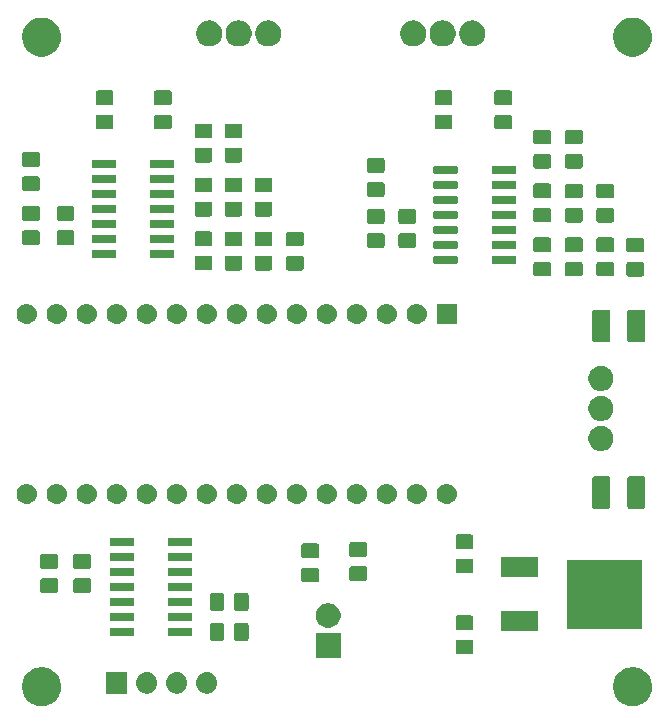
<source format=gts>
G04 #@! TF.GenerationSoftware,KiCad,Pcbnew,(5.1.2-1)-1*
G04 #@! TF.CreationDate,2019-06-15T18:23:21+02:00*
G04 #@! TF.ProjectId,laser_control,6c617365-725f-4636-9f6e-74726f6c2e6b,rev?*
G04 #@! TF.SameCoordinates,Original*
G04 #@! TF.FileFunction,Soldermask,Top*
G04 #@! TF.FilePolarity,Negative*
%FSLAX46Y46*%
G04 Gerber Fmt 4.6, Leading zero omitted, Abs format (unit mm)*
G04 Created by KiCad (PCBNEW (5.1.2-1)-1) date 2019-06-15 18:23:21*
%MOMM*%
%LPD*%
G04 APERTURE LIST*
%ADD10C,0.100000*%
G04 APERTURE END LIST*
D10*
G36*
X153537256Y-119991298D02*
G01*
X153643579Y-120012447D01*
X153944042Y-120136903D01*
X154214451Y-120317585D01*
X154444415Y-120547549D01*
X154625097Y-120817958D01*
X154745392Y-121108375D01*
X154749553Y-121118422D01*
X154813000Y-121437389D01*
X154813000Y-121762611D01*
X154770702Y-121975256D01*
X154749553Y-122081579D01*
X154625097Y-122382042D01*
X154444415Y-122652451D01*
X154214451Y-122882415D01*
X153944042Y-123063097D01*
X153643579Y-123187553D01*
X153537256Y-123208702D01*
X153324611Y-123251000D01*
X152999389Y-123251000D01*
X152786744Y-123208702D01*
X152680421Y-123187553D01*
X152379958Y-123063097D01*
X152109549Y-122882415D01*
X151879585Y-122652451D01*
X151698903Y-122382042D01*
X151574447Y-122081579D01*
X151553298Y-121975256D01*
X151511000Y-121762611D01*
X151511000Y-121437389D01*
X151574447Y-121118422D01*
X151578609Y-121108375D01*
X151698903Y-120817958D01*
X151879585Y-120547549D01*
X152109549Y-120317585D01*
X152379958Y-120136903D01*
X152680421Y-120012447D01*
X152786744Y-119991298D01*
X152999389Y-119949000D01*
X153324611Y-119949000D01*
X153537256Y-119991298D01*
X153537256Y-119991298D01*
G37*
G36*
X103499256Y-119991298D02*
G01*
X103605579Y-120012447D01*
X103906042Y-120136903D01*
X104176451Y-120317585D01*
X104406415Y-120547549D01*
X104587097Y-120817958D01*
X104707392Y-121108375D01*
X104711553Y-121118422D01*
X104775000Y-121437389D01*
X104775000Y-121762611D01*
X104732702Y-121975256D01*
X104711553Y-122081579D01*
X104587097Y-122382042D01*
X104406415Y-122652451D01*
X104176451Y-122882415D01*
X103906042Y-123063097D01*
X103605579Y-123187553D01*
X103499256Y-123208702D01*
X103286611Y-123251000D01*
X102961389Y-123251000D01*
X102748744Y-123208702D01*
X102642421Y-123187553D01*
X102341958Y-123063097D01*
X102071549Y-122882415D01*
X101841585Y-122652451D01*
X101660903Y-122382042D01*
X101536447Y-122081579D01*
X101515298Y-121975256D01*
X101473000Y-121762611D01*
X101473000Y-121437389D01*
X101536447Y-121118422D01*
X101540609Y-121108375D01*
X101660903Y-120817958D01*
X101841585Y-120547549D01*
X102071549Y-120317585D01*
X102341958Y-120136903D01*
X102642421Y-120012447D01*
X102748744Y-119991298D01*
X102961389Y-119949000D01*
X103286611Y-119949000D01*
X103499256Y-119991298D01*
X103499256Y-119991298D01*
G37*
G36*
X117204443Y-120390519D02*
G01*
X117270627Y-120397037D01*
X117440466Y-120448557D01*
X117596991Y-120532222D01*
X117615669Y-120547551D01*
X117734186Y-120644814D01*
X117817448Y-120746271D01*
X117846778Y-120782009D01*
X117930443Y-120938534D01*
X117981963Y-121108373D01*
X117999359Y-121285000D01*
X117981963Y-121461627D01*
X117930443Y-121631466D01*
X117846778Y-121787991D01*
X117817448Y-121823729D01*
X117734186Y-121925186D01*
X117632729Y-122008448D01*
X117596991Y-122037778D01*
X117440466Y-122121443D01*
X117270627Y-122172963D01*
X117204442Y-122179482D01*
X117138260Y-122186000D01*
X117049740Y-122186000D01*
X116983558Y-122179482D01*
X116917373Y-122172963D01*
X116747534Y-122121443D01*
X116591009Y-122037778D01*
X116555271Y-122008448D01*
X116453814Y-121925186D01*
X116370552Y-121823729D01*
X116341222Y-121787991D01*
X116257557Y-121631466D01*
X116206037Y-121461627D01*
X116188641Y-121285000D01*
X116206037Y-121108373D01*
X116257557Y-120938534D01*
X116341222Y-120782009D01*
X116370552Y-120746271D01*
X116453814Y-120644814D01*
X116572331Y-120547551D01*
X116591009Y-120532222D01*
X116747534Y-120448557D01*
X116917373Y-120397037D01*
X116983557Y-120390519D01*
X117049740Y-120384000D01*
X117138260Y-120384000D01*
X117204443Y-120390519D01*
X117204443Y-120390519D01*
G37*
G36*
X114664443Y-120390519D02*
G01*
X114730627Y-120397037D01*
X114900466Y-120448557D01*
X115056991Y-120532222D01*
X115075669Y-120547551D01*
X115194186Y-120644814D01*
X115277448Y-120746271D01*
X115306778Y-120782009D01*
X115390443Y-120938534D01*
X115441963Y-121108373D01*
X115459359Y-121285000D01*
X115441963Y-121461627D01*
X115390443Y-121631466D01*
X115306778Y-121787991D01*
X115277448Y-121823729D01*
X115194186Y-121925186D01*
X115092729Y-122008448D01*
X115056991Y-122037778D01*
X114900466Y-122121443D01*
X114730627Y-122172963D01*
X114664442Y-122179482D01*
X114598260Y-122186000D01*
X114509740Y-122186000D01*
X114443558Y-122179482D01*
X114377373Y-122172963D01*
X114207534Y-122121443D01*
X114051009Y-122037778D01*
X114015271Y-122008448D01*
X113913814Y-121925186D01*
X113830552Y-121823729D01*
X113801222Y-121787991D01*
X113717557Y-121631466D01*
X113666037Y-121461627D01*
X113648641Y-121285000D01*
X113666037Y-121108373D01*
X113717557Y-120938534D01*
X113801222Y-120782009D01*
X113830552Y-120746271D01*
X113913814Y-120644814D01*
X114032331Y-120547551D01*
X114051009Y-120532222D01*
X114207534Y-120448557D01*
X114377373Y-120397037D01*
X114443557Y-120390519D01*
X114509740Y-120384000D01*
X114598260Y-120384000D01*
X114664443Y-120390519D01*
X114664443Y-120390519D01*
G37*
G36*
X112124443Y-120390519D02*
G01*
X112190627Y-120397037D01*
X112360466Y-120448557D01*
X112516991Y-120532222D01*
X112535669Y-120547551D01*
X112654186Y-120644814D01*
X112737448Y-120746271D01*
X112766778Y-120782009D01*
X112850443Y-120938534D01*
X112901963Y-121108373D01*
X112919359Y-121285000D01*
X112901963Y-121461627D01*
X112850443Y-121631466D01*
X112766778Y-121787991D01*
X112737448Y-121823729D01*
X112654186Y-121925186D01*
X112552729Y-122008448D01*
X112516991Y-122037778D01*
X112360466Y-122121443D01*
X112190627Y-122172963D01*
X112124442Y-122179482D01*
X112058260Y-122186000D01*
X111969740Y-122186000D01*
X111903558Y-122179482D01*
X111837373Y-122172963D01*
X111667534Y-122121443D01*
X111511009Y-122037778D01*
X111475271Y-122008448D01*
X111373814Y-121925186D01*
X111290552Y-121823729D01*
X111261222Y-121787991D01*
X111177557Y-121631466D01*
X111126037Y-121461627D01*
X111108641Y-121285000D01*
X111126037Y-121108373D01*
X111177557Y-120938534D01*
X111261222Y-120782009D01*
X111290552Y-120746271D01*
X111373814Y-120644814D01*
X111492331Y-120547551D01*
X111511009Y-120532222D01*
X111667534Y-120448557D01*
X111837373Y-120397037D01*
X111903557Y-120390519D01*
X111969740Y-120384000D01*
X112058260Y-120384000D01*
X112124443Y-120390519D01*
X112124443Y-120390519D01*
G37*
G36*
X110375000Y-122186000D02*
G01*
X108573000Y-122186000D01*
X108573000Y-120384000D01*
X110375000Y-120384000D01*
X110375000Y-122186000D01*
X110375000Y-122186000D01*
G37*
G36*
X128432000Y-119161000D02*
G01*
X126330000Y-119161000D01*
X126330000Y-117059000D01*
X128432000Y-117059000D01*
X128432000Y-119161000D01*
X128432000Y-119161000D01*
G37*
G36*
X139510674Y-117624465D02*
G01*
X139548367Y-117635899D01*
X139583103Y-117654466D01*
X139613548Y-117679452D01*
X139638534Y-117709897D01*
X139657101Y-117744633D01*
X139668535Y-117782326D01*
X139673000Y-117827661D01*
X139673000Y-118664339D01*
X139668535Y-118709674D01*
X139657101Y-118747367D01*
X139638534Y-118782103D01*
X139613548Y-118812548D01*
X139583103Y-118837534D01*
X139548367Y-118856101D01*
X139510674Y-118867535D01*
X139465339Y-118872000D01*
X138378661Y-118872000D01*
X138333326Y-118867535D01*
X138295633Y-118856101D01*
X138260897Y-118837534D01*
X138230452Y-118812548D01*
X138205466Y-118782103D01*
X138186899Y-118747367D01*
X138175465Y-118709674D01*
X138171000Y-118664339D01*
X138171000Y-117827661D01*
X138175465Y-117782326D01*
X138186899Y-117744633D01*
X138205466Y-117709897D01*
X138230452Y-117679452D01*
X138260897Y-117654466D01*
X138295633Y-117635899D01*
X138333326Y-117624465D01*
X138378661Y-117620000D01*
X139465339Y-117620000D01*
X139510674Y-117624465D01*
X139510674Y-117624465D01*
G37*
G36*
X120487674Y-116220465D02*
G01*
X120525367Y-116231899D01*
X120560103Y-116250466D01*
X120590548Y-116275452D01*
X120615534Y-116305897D01*
X120634101Y-116340633D01*
X120645535Y-116378326D01*
X120650000Y-116423661D01*
X120650000Y-117510339D01*
X120645535Y-117555674D01*
X120634101Y-117593367D01*
X120615534Y-117628103D01*
X120590548Y-117658548D01*
X120560103Y-117683534D01*
X120525367Y-117702101D01*
X120487674Y-117713535D01*
X120442339Y-117718000D01*
X119605661Y-117718000D01*
X119560326Y-117713535D01*
X119522633Y-117702101D01*
X119487897Y-117683534D01*
X119457452Y-117658548D01*
X119432466Y-117628103D01*
X119413899Y-117593367D01*
X119402465Y-117555674D01*
X119398000Y-117510339D01*
X119398000Y-116423661D01*
X119402465Y-116378326D01*
X119413899Y-116340633D01*
X119432466Y-116305897D01*
X119457452Y-116275452D01*
X119487897Y-116250466D01*
X119522633Y-116231899D01*
X119560326Y-116220465D01*
X119605661Y-116216000D01*
X120442339Y-116216000D01*
X120487674Y-116220465D01*
X120487674Y-116220465D01*
G37*
G36*
X118437674Y-116220465D02*
G01*
X118475367Y-116231899D01*
X118510103Y-116250466D01*
X118540548Y-116275452D01*
X118565534Y-116305897D01*
X118584101Y-116340633D01*
X118595535Y-116378326D01*
X118600000Y-116423661D01*
X118600000Y-117510339D01*
X118595535Y-117555674D01*
X118584101Y-117593367D01*
X118565534Y-117628103D01*
X118540548Y-117658548D01*
X118510103Y-117683534D01*
X118475367Y-117702101D01*
X118437674Y-117713535D01*
X118392339Y-117718000D01*
X117555661Y-117718000D01*
X117510326Y-117713535D01*
X117472633Y-117702101D01*
X117437897Y-117683534D01*
X117407452Y-117658548D01*
X117382466Y-117628103D01*
X117363899Y-117593367D01*
X117352465Y-117555674D01*
X117348000Y-117510339D01*
X117348000Y-116423661D01*
X117352465Y-116378326D01*
X117363899Y-116340633D01*
X117382466Y-116305897D01*
X117407452Y-116275452D01*
X117437897Y-116250466D01*
X117472633Y-116231899D01*
X117510326Y-116220465D01*
X117555661Y-116216000D01*
X118392339Y-116216000D01*
X118437674Y-116220465D01*
X118437674Y-116220465D01*
G37*
G36*
X115804928Y-116618764D02*
G01*
X115826009Y-116625160D01*
X115845445Y-116635548D01*
X115862476Y-116649524D01*
X115876452Y-116666555D01*
X115886840Y-116685991D01*
X115893236Y-116707072D01*
X115896000Y-116735140D01*
X115896000Y-117198860D01*
X115893236Y-117226928D01*
X115886840Y-117248009D01*
X115876452Y-117267445D01*
X115862476Y-117284476D01*
X115845445Y-117298452D01*
X115826009Y-117308840D01*
X115804928Y-117315236D01*
X115776860Y-117318000D01*
X113963140Y-117318000D01*
X113935072Y-117315236D01*
X113913991Y-117308840D01*
X113894555Y-117298452D01*
X113877524Y-117284476D01*
X113863548Y-117267445D01*
X113853160Y-117248009D01*
X113846764Y-117226928D01*
X113844000Y-117198860D01*
X113844000Y-116735140D01*
X113846764Y-116707072D01*
X113853160Y-116685991D01*
X113863548Y-116666555D01*
X113877524Y-116649524D01*
X113894555Y-116635548D01*
X113913991Y-116625160D01*
X113935072Y-116618764D01*
X113963140Y-116616000D01*
X115776860Y-116616000D01*
X115804928Y-116618764D01*
X115804928Y-116618764D01*
G37*
G36*
X110854928Y-116618764D02*
G01*
X110876009Y-116625160D01*
X110895445Y-116635548D01*
X110912476Y-116649524D01*
X110926452Y-116666555D01*
X110936840Y-116685991D01*
X110943236Y-116707072D01*
X110946000Y-116735140D01*
X110946000Y-117198860D01*
X110943236Y-117226928D01*
X110936840Y-117248009D01*
X110926452Y-117267445D01*
X110912476Y-117284476D01*
X110895445Y-117298452D01*
X110876009Y-117308840D01*
X110854928Y-117315236D01*
X110826860Y-117318000D01*
X109013140Y-117318000D01*
X108985072Y-117315236D01*
X108963991Y-117308840D01*
X108944555Y-117298452D01*
X108927524Y-117284476D01*
X108913548Y-117267445D01*
X108903160Y-117248009D01*
X108896764Y-117226928D01*
X108894000Y-117198860D01*
X108894000Y-116735140D01*
X108896764Y-116707072D01*
X108903160Y-116685991D01*
X108913548Y-116666555D01*
X108927524Y-116649524D01*
X108944555Y-116635548D01*
X108963991Y-116625160D01*
X108985072Y-116618764D01*
X109013140Y-116616000D01*
X110826860Y-116616000D01*
X110854928Y-116618764D01*
X110854928Y-116618764D01*
G37*
G36*
X145156000Y-116928000D02*
G01*
X142054000Y-116928000D01*
X142054000Y-115226000D01*
X145156000Y-115226000D01*
X145156000Y-116928000D01*
X145156000Y-116928000D01*
G37*
G36*
X139510674Y-115574465D02*
G01*
X139548367Y-115585899D01*
X139583103Y-115604466D01*
X139613548Y-115629452D01*
X139638534Y-115659897D01*
X139657101Y-115694633D01*
X139668535Y-115732326D01*
X139673000Y-115777661D01*
X139673000Y-116614339D01*
X139668535Y-116659674D01*
X139657101Y-116697367D01*
X139638534Y-116732103D01*
X139613548Y-116762548D01*
X139583103Y-116787534D01*
X139548367Y-116806101D01*
X139510674Y-116817535D01*
X139465339Y-116822000D01*
X138378661Y-116822000D01*
X138333326Y-116817535D01*
X138295633Y-116806101D01*
X138260897Y-116787534D01*
X138230452Y-116762548D01*
X138205466Y-116732103D01*
X138186899Y-116697367D01*
X138175465Y-116659674D01*
X138171000Y-116614339D01*
X138171000Y-115777661D01*
X138175465Y-115732326D01*
X138186899Y-115694633D01*
X138205466Y-115659897D01*
X138230452Y-115629452D01*
X138260897Y-115604466D01*
X138295633Y-115585899D01*
X138333326Y-115574465D01*
X138378661Y-115570000D01*
X139465339Y-115570000D01*
X139510674Y-115574465D01*
X139510674Y-115574465D01*
G37*
G36*
X153926000Y-116743000D02*
G01*
X147624000Y-116743000D01*
X147624000Y-110841000D01*
X153926000Y-110841000D01*
X153926000Y-116743000D01*
X153926000Y-116743000D01*
G37*
G36*
X127687564Y-114559389D02*
G01*
X127878833Y-114638615D01*
X127878835Y-114638616D01*
X128050973Y-114753635D01*
X128197365Y-114900027D01*
X128299824Y-115053367D01*
X128312385Y-115072167D01*
X128391611Y-115263436D01*
X128432000Y-115466484D01*
X128432000Y-115673516D01*
X128391611Y-115876564D01*
X128324394Y-116038840D01*
X128312384Y-116067835D01*
X128197365Y-116239973D01*
X128050973Y-116386365D01*
X127878835Y-116501384D01*
X127878834Y-116501385D01*
X127878833Y-116501385D01*
X127687564Y-116580611D01*
X127484516Y-116621000D01*
X127277484Y-116621000D01*
X127074436Y-116580611D01*
X126883167Y-116501385D01*
X126883166Y-116501385D01*
X126883165Y-116501384D01*
X126711027Y-116386365D01*
X126564635Y-116239973D01*
X126449616Y-116067835D01*
X126437606Y-116038840D01*
X126370389Y-115876564D01*
X126330000Y-115673516D01*
X126330000Y-115466484D01*
X126370389Y-115263436D01*
X126449615Y-115072167D01*
X126462177Y-115053367D01*
X126564635Y-114900027D01*
X126711027Y-114753635D01*
X126883165Y-114638616D01*
X126883167Y-114638615D01*
X127074436Y-114559389D01*
X127277484Y-114519000D01*
X127484516Y-114519000D01*
X127687564Y-114559389D01*
X127687564Y-114559389D01*
G37*
G36*
X115804928Y-115348764D02*
G01*
X115826009Y-115355160D01*
X115845445Y-115365548D01*
X115862476Y-115379524D01*
X115876452Y-115396555D01*
X115886840Y-115415991D01*
X115893236Y-115437072D01*
X115896000Y-115465140D01*
X115896000Y-115928860D01*
X115893236Y-115956928D01*
X115886840Y-115978009D01*
X115876452Y-115997445D01*
X115862476Y-116014476D01*
X115845445Y-116028452D01*
X115826009Y-116038840D01*
X115804928Y-116045236D01*
X115776860Y-116048000D01*
X113963140Y-116048000D01*
X113935072Y-116045236D01*
X113913991Y-116038840D01*
X113894555Y-116028452D01*
X113877524Y-116014476D01*
X113863548Y-115997445D01*
X113853160Y-115978009D01*
X113846764Y-115956928D01*
X113844000Y-115928860D01*
X113844000Y-115465140D01*
X113846764Y-115437072D01*
X113853160Y-115415991D01*
X113863548Y-115396555D01*
X113877524Y-115379524D01*
X113894555Y-115365548D01*
X113913991Y-115355160D01*
X113935072Y-115348764D01*
X113963140Y-115346000D01*
X115776860Y-115346000D01*
X115804928Y-115348764D01*
X115804928Y-115348764D01*
G37*
G36*
X110854928Y-115348764D02*
G01*
X110876009Y-115355160D01*
X110895445Y-115365548D01*
X110912476Y-115379524D01*
X110926452Y-115396555D01*
X110936840Y-115415991D01*
X110943236Y-115437072D01*
X110946000Y-115465140D01*
X110946000Y-115928860D01*
X110943236Y-115956928D01*
X110936840Y-115978009D01*
X110926452Y-115997445D01*
X110912476Y-116014476D01*
X110895445Y-116028452D01*
X110876009Y-116038840D01*
X110854928Y-116045236D01*
X110826860Y-116048000D01*
X109013140Y-116048000D01*
X108985072Y-116045236D01*
X108963991Y-116038840D01*
X108944555Y-116028452D01*
X108927524Y-116014476D01*
X108913548Y-115997445D01*
X108903160Y-115978009D01*
X108896764Y-115956928D01*
X108894000Y-115928860D01*
X108894000Y-115465140D01*
X108896764Y-115437072D01*
X108903160Y-115415991D01*
X108913548Y-115396555D01*
X108927524Y-115379524D01*
X108944555Y-115365548D01*
X108963991Y-115355160D01*
X108985072Y-115348764D01*
X109013140Y-115346000D01*
X110826860Y-115346000D01*
X110854928Y-115348764D01*
X110854928Y-115348764D01*
G37*
G36*
X120487674Y-113680465D02*
G01*
X120525367Y-113691899D01*
X120560103Y-113710466D01*
X120590548Y-113735452D01*
X120615534Y-113765897D01*
X120634101Y-113800633D01*
X120645535Y-113838326D01*
X120650000Y-113883661D01*
X120650000Y-114970339D01*
X120645535Y-115015674D01*
X120634101Y-115053367D01*
X120615534Y-115088103D01*
X120590548Y-115118548D01*
X120560103Y-115143534D01*
X120525367Y-115162101D01*
X120487674Y-115173535D01*
X120442339Y-115178000D01*
X119605661Y-115178000D01*
X119560326Y-115173535D01*
X119522633Y-115162101D01*
X119487897Y-115143534D01*
X119457452Y-115118548D01*
X119432466Y-115088103D01*
X119413899Y-115053367D01*
X119402465Y-115015674D01*
X119398000Y-114970339D01*
X119398000Y-113883661D01*
X119402465Y-113838326D01*
X119413899Y-113800633D01*
X119432466Y-113765897D01*
X119457452Y-113735452D01*
X119487897Y-113710466D01*
X119522633Y-113691899D01*
X119560326Y-113680465D01*
X119605661Y-113676000D01*
X120442339Y-113676000D01*
X120487674Y-113680465D01*
X120487674Y-113680465D01*
G37*
G36*
X118437674Y-113680465D02*
G01*
X118475367Y-113691899D01*
X118510103Y-113710466D01*
X118540548Y-113735452D01*
X118565534Y-113765897D01*
X118584101Y-113800633D01*
X118595535Y-113838326D01*
X118600000Y-113883661D01*
X118600000Y-114970339D01*
X118595535Y-115015674D01*
X118584101Y-115053367D01*
X118565534Y-115088103D01*
X118540548Y-115118548D01*
X118510103Y-115143534D01*
X118475367Y-115162101D01*
X118437674Y-115173535D01*
X118392339Y-115178000D01*
X117555661Y-115178000D01*
X117510326Y-115173535D01*
X117472633Y-115162101D01*
X117437897Y-115143534D01*
X117407452Y-115118548D01*
X117382466Y-115088103D01*
X117363899Y-115053367D01*
X117352465Y-115015674D01*
X117348000Y-114970339D01*
X117348000Y-113883661D01*
X117352465Y-113838326D01*
X117363899Y-113800633D01*
X117382466Y-113765897D01*
X117407452Y-113735452D01*
X117437897Y-113710466D01*
X117472633Y-113691899D01*
X117510326Y-113680465D01*
X117555661Y-113676000D01*
X118392339Y-113676000D01*
X118437674Y-113680465D01*
X118437674Y-113680465D01*
G37*
G36*
X110854928Y-114078764D02*
G01*
X110876009Y-114085160D01*
X110895445Y-114095548D01*
X110912476Y-114109524D01*
X110926452Y-114126555D01*
X110936840Y-114145991D01*
X110943236Y-114167072D01*
X110946000Y-114195140D01*
X110946000Y-114658860D01*
X110943236Y-114686928D01*
X110936840Y-114708009D01*
X110926452Y-114727445D01*
X110912476Y-114744476D01*
X110895445Y-114758452D01*
X110876009Y-114768840D01*
X110854928Y-114775236D01*
X110826860Y-114778000D01*
X109013140Y-114778000D01*
X108985072Y-114775236D01*
X108963991Y-114768840D01*
X108944555Y-114758452D01*
X108927524Y-114744476D01*
X108913548Y-114727445D01*
X108903160Y-114708009D01*
X108896764Y-114686928D01*
X108894000Y-114658860D01*
X108894000Y-114195140D01*
X108896764Y-114167072D01*
X108903160Y-114145991D01*
X108913548Y-114126555D01*
X108927524Y-114109524D01*
X108944555Y-114095548D01*
X108963991Y-114085160D01*
X108985072Y-114078764D01*
X109013140Y-114076000D01*
X110826860Y-114076000D01*
X110854928Y-114078764D01*
X110854928Y-114078764D01*
G37*
G36*
X115804928Y-114078764D02*
G01*
X115826009Y-114085160D01*
X115845445Y-114095548D01*
X115862476Y-114109524D01*
X115876452Y-114126555D01*
X115886840Y-114145991D01*
X115893236Y-114167072D01*
X115896000Y-114195140D01*
X115896000Y-114658860D01*
X115893236Y-114686928D01*
X115886840Y-114708009D01*
X115876452Y-114727445D01*
X115862476Y-114744476D01*
X115845445Y-114758452D01*
X115826009Y-114768840D01*
X115804928Y-114775236D01*
X115776860Y-114778000D01*
X113963140Y-114778000D01*
X113935072Y-114775236D01*
X113913991Y-114768840D01*
X113894555Y-114758452D01*
X113877524Y-114744476D01*
X113863548Y-114727445D01*
X113853160Y-114708009D01*
X113846764Y-114686928D01*
X113844000Y-114658860D01*
X113844000Y-114195140D01*
X113846764Y-114167072D01*
X113853160Y-114145991D01*
X113863548Y-114126555D01*
X113877524Y-114109524D01*
X113894555Y-114095548D01*
X113913991Y-114085160D01*
X113935072Y-114078764D01*
X113963140Y-114076000D01*
X115776860Y-114076000D01*
X115804928Y-114078764D01*
X115804928Y-114078764D01*
G37*
G36*
X104347674Y-112417465D02*
G01*
X104385367Y-112428899D01*
X104420103Y-112447466D01*
X104450548Y-112472452D01*
X104475534Y-112502897D01*
X104494101Y-112537633D01*
X104505535Y-112575326D01*
X104510000Y-112620661D01*
X104510000Y-113457339D01*
X104505535Y-113502674D01*
X104494101Y-113540367D01*
X104475534Y-113575103D01*
X104450548Y-113605548D01*
X104420103Y-113630534D01*
X104385367Y-113649101D01*
X104347674Y-113660535D01*
X104302339Y-113665000D01*
X103215661Y-113665000D01*
X103170326Y-113660535D01*
X103132633Y-113649101D01*
X103097897Y-113630534D01*
X103067452Y-113605548D01*
X103042466Y-113575103D01*
X103023899Y-113540367D01*
X103012465Y-113502674D01*
X103008000Y-113457339D01*
X103008000Y-112620661D01*
X103012465Y-112575326D01*
X103023899Y-112537633D01*
X103042466Y-112502897D01*
X103067452Y-112472452D01*
X103097897Y-112447466D01*
X103132633Y-112428899D01*
X103170326Y-112417465D01*
X103215661Y-112413000D01*
X104302339Y-112413000D01*
X104347674Y-112417465D01*
X104347674Y-112417465D01*
G37*
G36*
X107141674Y-112417465D02*
G01*
X107179367Y-112428899D01*
X107214103Y-112447466D01*
X107244548Y-112472452D01*
X107269534Y-112502897D01*
X107288101Y-112537633D01*
X107299535Y-112575326D01*
X107304000Y-112620661D01*
X107304000Y-113457339D01*
X107299535Y-113502674D01*
X107288101Y-113540367D01*
X107269534Y-113575103D01*
X107244548Y-113605548D01*
X107214103Y-113630534D01*
X107179367Y-113649101D01*
X107141674Y-113660535D01*
X107096339Y-113665000D01*
X106009661Y-113665000D01*
X105964326Y-113660535D01*
X105926633Y-113649101D01*
X105891897Y-113630534D01*
X105861452Y-113605548D01*
X105836466Y-113575103D01*
X105817899Y-113540367D01*
X105806465Y-113502674D01*
X105802000Y-113457339D01*
X105802000Y-112620661D01*
X105806465Y-112575326D01*
X105817899Y-112537633D01*
X105836466Y-112502897D01*
X105861452Y-112472452D01*
X105891897Y-112447466D01*
X105926633Y-112428899D01*
X105964326Y-112417465D01*
X106009661Y-112413000D01*
X107096339Y-112413000D01*
X107141674Y-112417465D01*
X107141674Y-112417465D01*
G37*
G36*
X115804928Y-112808764D02*
G01*
X115826009Y-112815160D01*
X115845445Y-112825548D01*
X115862476Y-112839524D01*
X115876452Y-112856555D01*
X115886840Y-112875991D01*
X115893236Y-112897072D01*
X115896000Y-112925140D01*
X115896000Y-113388860D01*
X115893236Y-113416928D01*
X115886840Y-113438009D01*
X115876452Y-113457445D01*
X115862476Y-113474476D01*
X115845445Y-113488452D01*
X115826009Y-113498840D01*
X115804928Y-113505236D01*
X115776860Y-113508000D01*
X113963140Y-113508000D01*
X113935072Y-113505236D01*
X113913991Y-113498840D01*
X113894555Y-113488452D01*
X113877524Y-113474476D01*
X113863548Y-113457445D01*
X113853160Y-113438009D01*
X113846764Y-113416928D01*
X113844000Y-113388860D01*
X113844000Y-112925140D01*
X113846764Y-112897072D01*
X113853160Y-112875991D01*
X113863548Y-112856555D01*
X113877524Y-112839524D01*
X113894555Y-112825548D01*
X113913991Y-112815160D01*
X113935072Y-112808764D01*
X113963140Y-112806000D01*
X115776860Y-112806000D01*
X115804928Y-112808764D01*
X115804928Y-112808764D01*
G37*
G36*
X110854928Y-112808764D02*
G01*
X110876009Y-112815160D01*
X110895445Y-112825548D01*
X110912476Y-112839524D01*
X110926452Y-112856555D01*
X110936840Y-112875991D01*
X110943236Y-112897072D01*
X110946000Y-112925140D01*
X110946000Y-113388860D01*
X110943236Y-113416928D01*
X110936840Y-113438009D01*
X110926452Y-113457445D01*
X110912476Y-113474476D01*
X110895445Y-113488452D01*
X110876009Y-113498840D01*
X110854928Y-113505236D01*
X110826860Y-113508000D01*
X109013140Y-113508000D01*
X108985072Y-113505236D01*
X108963991Y-113498840D01*
X108944555Y-113488452D01*
X108927524Y-113474476D01*
X108913548Y-113457445D01*
X108903160Y-113438009D01*
X108896764Y-113416928D01*
X108894000Y-113388860D01*
X108894000Y-112925140D01*
X108896764Y-112897072D01*
X108903160Y-112875991D01*
X108913548Y-112856555D01*
X108927524Y-112839524D01*
X108944555Y-112825548D01*
X108963991Y-112815160D01*
X108985072Y-112808764D01*
X109013140Y-112806000D01*
X110826860Y-112806000D01*
X110854928Y-112808764D01*
X110854928Y-112808764D01*
G37*
G36*
X126445674Y-111528465D02*
G01*
X126483367Y-111539899D01*
X126518103Y-111558466D01*
X126548548Y-111583452D01*
X126573534Y-111613897D01*
X126592101Y-111648633D01*
X126603535Y-111686326D01*
X126608000Y-111731661D01*
X126608000Y-112568339D01*
X126603535Y-112613674D01*
X126592101Y-112651367D01*
X126573534Y-112686103D01*
X126548548Y-112716548D01*
X126518103Y-112741534D01*
X126483367Y-112760101D01*
X126445674Y-112771535D01*
X126400339Y-112776000D01*
X125313661Y-112776000D01*
X125268326Y-112771535D01*
X125230633Y-112760101D01*
X125195897Y-112741534D01*
X125165452Y-112716548D01*
X125140466Y-112686103D01*
X125121899Y-112651367D01*
X125110465Y-112613674D01*
X125106000Y-112568339D01*
X125106000Y-111731661D01*
X125110465Y-111686326D01*
X125121899Y-111648633D01*
X125140466Y-111613897D01*
X125165452Y-111583452D01*
X125195897Y-111558466D01*
X125230633Y-111539899D01*
X125268326Y-111528465D01*
X125313661Y-111524000D01*
X126400339Y-111524000D01*
X126445674Y-111528465D01*
X126445674Y-111528465D01*
G37*
G36*
X130509674Y-111410465D02*
G01*
X130547367Y-111421899D01*
X130582103Y-111440466D01*
X130612548Y-111465452D01*
X130637534Y-111495897D01*
X130656101Y-111530633D01*
X130667535Y-111568326D01*
X130672000Y-111613661D01*
X130672000Y-112450339D01*
X130667535Y-112495674D01*
X130656101Y-112533367D01*
X130637534Y-112568103D01*
X130612548Y-112598548D01*
X130582103Y-112623534D01*
X130547367Y-112642101D01*
X130509674Y-112653535D01*
X130464339Y-112658000D01*
X129377661Y-112658000D01*
X129332326Y-112653535D01*
X129294633Y-112642101D01*
X129259897Y-112623534D01*
X129229452Y-112598548D01*
X129204466Y-112568103D01*
X129185899Y-112533367D01*
X129174465Y-112495674D01*
X129170000Y-112450339D01*
X129170000Y-111613661D01*
X129174465Y-111568326D01*
X129185899Y-111530633D01*
X129204466Y-111495897D01*
X129229452Y-111465452D01*
X129259897Y-111440466D01*
X129294633Y-111421899D01*
X129332326Y-111410465D01*
X129377661Y-111406000D01*
X130464339Y-111406000D01*
X130509674Y-111410465D01*
X130509674Y-111410465D01*
G37*
G36*
X145156000Y-112358000D02*
G01*
X142054000Y-112358000D01*
X142054000Y-110656000D01*
X145156000Y-110656000D01*
X145156000Y-112358000D01*
X145156000Y-112358000D01*
G37*
G36*
X115804928Y-111538764D02*
G01*
X115826009Y-111545160D01*
X115845445Y-111555548D01*
X115862476Y-111569524D01*
X115876452Y-111586555D01*
X115886840Y-111605991D01*
X115893236Y-111627072D01*
X115896000Y-111655140D01*
X115896000Y-112118860D01*
X115893236Y-112146928D01*
X115886840Y-112168009D01*
X115876452Y-112187445D01*
X115862476Y-112204476D01*
X115845445Y-112218452D01*
X115826009Y-112228840D01*
X115804928Y-112235236D01*
X115776860Y-112238000D01*
X113963140Y-112238000D01*
X113935072Y-112235236D01*
X113913991Y-112228840D01*
X113894555Y-112218452D01*
X113877524Y-112204476D01*
X113863548Y-112187445D01*
X113853160Y-112168009D01*
X113846764Y-112146928D01*
X113844000Y-112118860D01*
X113844000Y-111655140D01*
X113846764Y-111627072D01*
X113853160Y-111605991D01*
X113863548Y-111586555D01*
X113877524Y-111569524D01*
X113894555Y-111555548D01*
X113913991Y-111545160D01*
X113935072Y-111538764D01*
X113963140Y-111536000D01*
X115776860Y-111536000D01*
X115804928Y-111538764D01*
X115804928Y-111538764D01*
G37*
G36*
X110854928Y-111538764D02*
G01*
X110876009Y-111545160D01*
X110895445Y-111555548D01*
X110912476Y-111569524D01*
X110926452Y-111586555D01*
X110936840Y-111605991D01*
X110943236Y-111627072D01*
X110946000Y-111655140D01*
X110946000Y-112118860D01*
X110943236Y-112146928D01*
X110936840Y-112168009D01*
X110926452Y-112187445D01*
X110912476Y-112204476D01*
X110895445Y-112218452D01*
X110876009Y-112228840D01*
X110854928Y-112235236D01*
X110826860Y-112238000D01*
X109013140Y-112238000D01*
X108985072Y-112235236D01*
X108963991Y-112228840D01*
X108944555Y-112218452D01*
X108927524Y-112204476D01*
X108913548Y-112187445D01*
X108903160Y-112168009D01*
X108896764Y-112146928D01*
X108894000Y-112118860D01*
X108894000Y-111655140D01*
X108896764Y-111627072D01*
X108903160Y-111605991D01*
X108913548Y-111586555D01*
X108927524Y-111569524D01*
X108944555Y-111555548D01*
X108963991Y-111545160D01*
X108985072Y-111538764D01*
X109013140Y-111536000D01*
X110826860Y-111536000D01*
X110854928Y-111538764D01*
X110854928Y-111538764D01*
G37*
G36*
X139510674Y-110766465D02*
G01*
X139548367Y-110777899D01*
X139583103Y-110796466D01*
X139613548Y-110821452D01*
X139638534Y-110851897D01*
X139657101Y-110886633D01*
X139668535Y-110924326D01*
X139673000Y-110969661D01*
X139673000Y-111806339D01*
X139668535Y-111851674D01*
X139657101Y-111889367D01*
X139638534Y-111924103D01*
X139613548Y-111954548D01*
X139583103Y-111979534D01*
X139548367Y-111998101D01*
X139510674Y-112009535D01*
X139465339Y-112014000D01*
X138378661Y-112014000D01*
X138333326Y-112009535D01*
X138295633Y-111998101D01*
X138260897Y-111979534D01*
X138230452Y-111954548D01*
X138205466Y-111924103D01*
X138186899Y-111889367D01*
X138175465Y-111851674D01*
X138171000Y-111806339D01*
X138171000Y-110969661D01*
X138175465Y-110924326D01*
X138186899Y-110886633D01*
X138205466Y-110851897D01*
X138230452Y-110821452D01*
X138260897Y-110796466D01*
X138295633Y-110777899D01*
X138333326Y-110766465D01*
X138378661Y-110762000D01*
X139465339Y-110762000D01*
X139510674Y-110766465D01*
X139510674Y-110766465D01*
G37*
G36*
X107141674Y-110367465D02*
G01*
X107179367Y-110378899D01*
X107214103Y-110397466D01*
X107244548Y-110422452D01*
X107269534Y-110452897D01*
X107288101Y-110487633D01*
X107299535Y-110525326D01*
X107304000Y-110570661D01*
X107304000Y-111407339D01*
X107299535Y-111452674D01*
X107288101Y-111490367D01*
X107269534Y-111525103D01*
X107244548Y-111555548D01*
X107214103Y-111580534D01*
X107179367Y-111599101D01*
X107141674Y-111610535D01*
X107096339Y-111615000D01*
X106009661Y-111615000D01*
X105964326Y-111610535D01*
X105926633Y-111599101D01*
X105891897Y-111580534D01*
X105861452Y-111555548D01*
X105836466Y-111525103D01*
X105817899Y-111490367D01*
X105806465Y-111452674D01*
X105802000Y-111407339D01*
X105802000Y-110570661D01*
X105806465Y-110525326D01*
X105817899Y-110487633D01*
X105836466Y-110452897D01*
X105861452Y-110422452D01*
X105891897Y-110397466D01*
X105926633Y-110378899D01*
X105964326Y-110367465D01*
X106009661Y-110363000D01*
X107096339Y-110363000D01*
X107141674Y-110367465D01*
X107141674Y-110367465D01*
G37*
G36*
X104347674Y-110367465D02*
G01*
X104385367Y-110378899D01*
X104420103Y-110397466D01*
X104450548Y-110422452D01*
X104475534Y-110452897D01*
X104494101Y-110487633D01*
X104505535Y-110525326D01*
X104510000Y-110570661D01*
X104510000Y-111407339D01*
X104505535Y-111452674D01*
X104494101Y-111490367D01*
X104475534Y-111525103D01*
X104450548Y-111555548D01*
X104420103Y-111580534D01*
X104385367Y-111599101D01*
X104347674Y-111610535D01*
X104302339Y-111615000D01*
X103215661Y-111615000D01*
X103170326Y-111610535D01*
X103132633Y-111599101D01*
X103097897Y-111580534D01*
X103067452Y-111555548D01*
X103042466Y-111525103D01*
X103023899Y-111490367D01*
X103012465Y-111452674D01*
X103008000Y-111407339D01*
X103008000Y-110570661D01*
X103012465Y-110525326D01*
X103023899Y-110487633D01*
X103042466Y-110452897D01*
X103067452Y-110422452D01*
X103097897Y-110397466D01*
X103132633Y-110378899D01*
X103170326Y-110367465D01*
X103215661Y-110363000D01*
X104302339Y-110363000D01*
X104347674Y-110367465D01*
X104347674Y-110367465D01*
G37*
G36*
X115804928Y-110268764D02*
G01*
X115826009Y-110275160D01*
X115845445Y-110285548D01*
X115862476Y-110299524D01*
X115876452Y-110316555D01*
X115886840Y-110335991D01*
X115893236Y-110357072D01*
X115896000Y-110385140D01*
X115896000Y-110848860D01*
X115893236Y-110876928D01*
X115886840Y-110898009D01*
X115876452Y-110917445D01*
X115862476Y-110934476D01*
X115845445Y-110948452D01*
X115826009Y-110958840D01*
X115804928Y-110965236D01*
X115776860Y-110968000D01*
X113963140Y-110968000D01*
X113935072Y-110965236D01*
X113913991Y-110958840D01*
X113894555Y-110948452D01*
X113877524Y-110934476D01*
X113863548Y-110917445D01*
X113853160Y-110898009D01*
X113846764Y-110876928D01*
X113844000Y-110848860D01*
X113844000Y-110385140D01*
X113846764Y-110357072D01*
X113853160Y-110335991D01*
X113863548Y-110316555D01*
X113877524Y-110299524D01*
X113894555Y-110285548D01*
X113913991Y-110275160D01*
X113935072Y-110268764D01*
X113963140Y-110266000D01*
X115776860Y-110266000D01*
X115804928Y-110268764D01*
X115804928Y-110268764D01*
G37*
G36*
X110854928Y-110268764D02*
G01*
X110876009Y-110275160D01*
X110895445Y-110285548D01*
X110912476Y-110299524D01*
X110926452Y-110316555D01*
X110936840Y-110335991D01*
X110943236Y-110357072D01*
X110946000Y-110385140D01*
X110946000Y-110848860D01*
X110943236Y-110876928D01*
X110936840Y-110898009D01*
X110926452Y-110917445D01*
X110912476Y-110934476D01*
X110895445Y-110948452D01*
X110876009Y-110958840D01*
X110854928Y-110965236D01*
X110826860Y-110968000D01*
X109013140Y-110968000D01*
X108985072Y-110965236D01*
X108963991Y-110958840D01*
X108944555Y-110948452D01*
X108927524Y-110934476D01*
X108913548Y-110917445D01*
X108903160Y-110898009D01*
X108896764Y-110876928D01*
X108894000Y-110848860D01*
X108894000Y-110385140D01*
X108896764Y-110357072D01*
X108903160Y-110335991D01*
X108913548Y-110316555D01*
X108927524Y-110299524D01*
X108944555Y-110285548D01*
X108963991Y-110275160D01*
X108985072Y-110268764D01*
X109013140Y-110266000D01*
X110826860Y-110266000D01*
X110854928Y-110268764D01*
X110854928Y-110268764D01*
G37*
G36*
X126445674Y-109478465D02*
G01*
X126483367Y-109489899D01*
X126518103Y-109508466D01*
X126548548Y-109533452D01*
X126573534Y-109563897D01*
X126592101Y-109598633D01*
X126603535Y-109636326D01*
X126608000Y-109681661D01*
X126608000Y-110518339D01*
X126603535Y-110563674D01*
X126592101Y-110601367D01*
X126573534Y-110636103D01*
X126548548Y-110666548D01*
X126518103Y-110691534D01*
X126483367Y-110710101D01*
X126445674Y-110721535D01*
X126400339Y-110726000D01*
X125313661Y-110726000D01*
X125268326Y-110721535D01*
X125230633Y-110710101D01*
X125195897Y-110691534D01*
X125165452Y-110666548D01*
X125140466Y-110636103D01*
X125121899Y-110601367D01*
X125110465Y-110563674D01*
X125106000Y-110518339D01*
X125106000Y-109681661D01*
X125110465Y-109636326D01*
X125121899Y-109598633D01*
X125140466Y-109563897D01*
X125165452Y-109533452D01*
X125195897Y-109508466D01*
X125230633Y-109489899D01*
X125268326Y-109478465D01*
X125313661Y-109474000D01*
X126400339Y-109474000D01*
X126445674Y-109478465D01*
X126445674Y-109478465D01*
G37*
G36*
X130509674Y-109360465D02*
G01*
X130547367Y-109371899D01*
X130582103Y-109390466D01*
X130612548Y-109415452D01*
X130637534Y-109445897D01*
X130656101Y-109480633D01*
X130667535Y-109518326D01*
X130672000Y-109563661D01*
X130672000Y-110400339D01*
X130667535Y-110445674D01*
X130656101Y-110483367D01*
X130637534Y-110518103D01*
X130612548Y-110548548D01*
X130582103Y-110573534D01*
X130547367Y-110592101D01*
X130509674Y-110603535D01*
X130464339Y-110608000D01*
X129377661Y-110608000D01*
X129332326Y-110603535D01*
X129294633Y-110592101D01*
X129259897Y-110573534D01*
X129229452Y-110548548D01*
X129204466Y-110518103D01*
X129185899Y-110483367D01*
X129174465Y-110445674D01*
X129170000Y-110400339D01*
X129170000Y-109563661D01*
X129174465Y-109518326D01*
X129185899Y-109480633D01*
X129204466Y-109445897D01*
X129229452Y-109415452D01*
X129259897Y-109390466D01*
X129294633Y-109371899D01*
X129332326Y-109360465D01*
X129377661Y-109356000D01*
X130464339Y-109356000D01*
X130509674Y-109360465D01*
X130509674Y-109360465D01*
G37*
G36*
X139510674Y-108716465D02*
G01*
X139548367Y-108727899D01*
X139583103Y-108746466D01*
X139613548Y-108771452D01*
X139638534Y-108801897D01*
X139657101Y-108836633D01*
X139668535Y-108874326D01*
X139673000Y-108919661D01*
X139673000Y-109756339D01*
X139668535Y-109801674D01*
X139657101Y-109839367D01*
X139638534Y-109874103D01*
X139613548Y-109904548D01*
X139583103Y-109929534D01*
X139548367Y-109948101D01*
X139510674Y-109959535D01*
X139465339Y-109964000D01*
X138378661Y-109964000D01*
X138333326Y-109959535D01*
X138295633Y-109948101D01*
X138260897Y-109929534D01*
X138230452Y-109904548D01*
X138205466Y-109874103D01*
X138186899Y-109839367D01*
X138175465Y-109801674D01*
X138171000Y-109756339D01*
X138171000Y-108919661D01*
X138175465Y-108874326D01*
X138186899Y-108836633D01*
X138205466Y-108801897D01*
X138230452Y-108771452D01*
X138260897Y-108746466D01*
X138295633Y-108727899D01*
X138333326Y-108716465D01*
X138378661Y-108712000D01*
X139465339Y-108712000D01*
X139510674Y-108716465D01*
X139510674Y-108716465D01*
G37*
G36*
X115804928Y-108998764D02*
G01*
X115826009Y-109005160D01*
X115845445Y-109015548D01*
X115862476Y-109029524D01*
X115876452Y-109046555D01*
X115886840Y-109065991D01*
X115893236Y-109087072D01*
X115896000Y-109115140D01*
X115896000Y-109578860D01*
X115893236Y-109606928D01*
X115886840Y-109628009D01*
X115876452Y-109647445D01*
X115862476Y-109664476D01*
X115845445Y-109678452D01*
X115826009Y-109688840D01*
X115804928Y-109695236D01*
X115776860Y-109698000D01*
X113963140Y-109698000D01*
X113935072Y-109695236D01*
X113913991Y-109688840D01*
X113894555Y-109678452D01*
X113877524Y-109664476D01*
X113863548Y-109647445D01*
X113853160Y-109628009D01*
X113846764Y-109606928D01*
X113844000Y-109578860D01*
X113844000Y-109115140D01*
X113846764Y-109087072D01*
X113853160Y-109065991D01*
X113863548Y-109046555D01*
X113877524Y-109029524D01*
X113894555Y-109015548D01*
X113913991Y-109005160D01*
X113935072Y-108998764D01*
X113963140Y-108996000D01*
X115776860Y-108996000D01*
X115804928Y-108998764D01*
X115804928Y-108998764D01*
G37*
G36*
X110854928Y-108998764D02*
G01*
X110876009Y-109005160D01*
X110895445Y-109015548D01*
X110912476Y-109029524D01*
X110926452Y-109046555D01*
X110936840Y-109065991D01*
X110943236Y-109087072D01*
X110946000Y-109115140D01*
X110946000Y-109578860D01*
X110943236Y-109606928D01*
X110936840Y-109628009D01*
X110926452Y-109647445D01*
X110912476Y-109664476D01*
X110895445Y-109678452D01*
X110876009Y-109688840D01*
X110854928Y-109695236D01*
X110826860Y-109698000D01*
X109013140Y-109698000D01*
X108985072Y-109695236D01*
X108963991Y-109688840D01*
X108944555Y-109678452D01*
X108927524Y-109664476D01*
X108913548Y-109647445D01*
X108903160Y-109628009D01*
X108896764Y-109606928D01*
X108894000Y-109578860D01*
X108894000Y-109115140D01*
X108896764Y-109087072D01*
X108903160Y-109065991D01*
X108913548Y-109046555D01*
X108927524Y-109029524D01*
X108944555Y-109015548D01*
X108963991Y-109005160D01*
X108985072Y-108998764D01*
X109013140Y-108996000D01*
X110826860Y-108996000D01*
X110854928Y-108998764D01*
X110854928Y-108998764D01*
G37*
G36*
X154095562Y-103784181D02*
G01*
X154130481Y-103794774D01*
X154162663Y-103811976D01*
X154190873Y-103835127D01*
X154214024Y-103863337D01*
X154231226Y-103895519D01*
X154241819Y-103930438D01*
X154246000Y-103972895D01*
X154246000Y-106339105D01*
X154241819Y-106381562D01*
X154231226Y-106416481D01*
X154214024Y-106448663D01*
X154190873Y-106476873D01*
X154162663Y-106500024D01*
X154130481Y-106517226D01*
X154095562Y-106527819D01*
X154053105Y-106532000D01*
X152911895Y-106532000D01*
X152869438Y-106527819D01*
X152834519Y-106517226D01*
X152802337Y-106500024D01*
X152774127Y-106476873D01*
X152750976Y-106448663D01*
X152733774Y-106416481D01*
X152723181Y-106381562D01*
X152719000Y-106339105D01*
X152719000Y-103972895D01*
X152723181Y-103930438D01*
X152733774Y-103895519D01*
X152750976Y-103863337D01*
X152774127Y-103835127D01*
X152802337Y-103811976D01*
X152834519Y-103794774D01*
X152869438Y-103784181D01*
X152911895Y-103780000D01*
X154053105Y-103780000D01*
X154095562Y-103784181D01*
X154095562Y-103784181D01*
G37*
G36*
X151120562Y-103784181D02*
G01*
X151155481Y-103794774D01*
X151187663Y-103811976D01*
X151215873Y-103835127D01*
X151239024Y-103863337D01*
X151256226Y-103895519D01*
X151266819Y-103930438D01*
X151271000Y-103972895D01*
X151271000Y-106339105D01*
X151266819Y-106381562D01*
X151256226Y-106416481D01*
X151239024Y-106448663D01*
X151215873Y-106476873D01*
X151187663Y-106500024D01*
X151155481Y-106517226D01*
X151120562Y-106527819D01*
X151078105Y-106532000D01*
X149936895Y-106532000D01*
X149894438Y-106527819D01*
X149859519Y-106517226D01*
X149827337Y-106500024D01*
X149799127Y-106476873D01*
X149775976Y-106448663D01*
X149758774Y-106416481D01*
X149748181Y-106381562D01*
X149744000Y-106339105D01*
X149744000Y-103972895D01*
X149748181Y-103930438D01*
X149758774Y-103895519D01*
X149775976Y-103863337D01*
X149799127Y-103835127D01*
X149827337Y-103811976D01*
X149859519Y-103794774D01*
X149894438Y-103784181D01*
X149936895Y-103780000D01*
X151078105Y-103780000D01*
X151120562Y-103784181D01*
X151120562Y-103784181D01*
G37*
G36*
X107100823Y-104444313D02*
G01*
X107261242Y-104492976D01*
X107393906Y-104563886D01*
X107409078Y-104571996D01*
X107538659Y-104678341D01*
X107645004Y-104807922D01*
X107645005Y-104807924D01*
X107724024Y-104955758D01*
X107772687Y-105116177D01*
X107789117Y-105283000D01*
X107772687Y-105449823D01*
X107724024Y-105610242D01*
X107653114Y-105742906D01*
X107645004Y-105758078D01*
X107538659Y-105887659D01*
X107409078Y-105994004D01*
X107409076Y-105994005D01*
X107261242Y-106073024D01*
X107100823Y-106121687D01*
X106975804Y-106134000D01*
X106892196Y-106134000D01*
X106767177Y-106121687D01*
X106606758Y-106073024D01*
X106458924Y-105994005D01*
X106458922Y-105994004D01*
X106329341Y-105887659D01*
X106222996Y-105758078D01*
X106214886Y-105742906D01*
X106143976Y-105610242D01*
X106095313Y-105449823D01*
X106078883Y-105283000D01*
X106095313Y-105116177D01*
X106143976Y-104955758D01*
X106222995Y-104807924D01*
X106222996Y-104807922D01*
X106329341Y-104678341D01*
X106458922Y-104571996D01*
X106474094Y-104563886D01*
X106606758Y-104492976D01*
X106767177Y-104444313D01*
X106892196Y-104432000D01*
X106975804Y-104432000D01*
X107100823Y-104444313D01*
X107100823Y-104444313D01*
G37*
G36*
X104560823Y-104444313D02*
G01*
X104721242Y-104492976D01*
X104853906Y-104563886D01*
X104869078Y-104571996D01*
X104998659Y-104678341D01*
X105105004Y-104807922D01*
X105105005Y-104807924D01*
X105184024Y-104955758D01*
X105232687Y-105116177D01*
X105249117Y-105283000D01*
X105232687Y-105449823D01*
X105184024Y-105610242D01*
X105113114Y-105742906D01*
X105105004Y-105758078D01*
X104998659Y-105887659D01*
X104869078Y-105994004D01*
X104869076Y-105994005D01*
X104721242Y-106073024D01*
X104560823Y-106121687D01*
X104435804Y-106134000D01*
X104352196Y-106134000D01*
X104227177Y-106121687D01*
X104066758Y-106073024D01*
X103918924Y-105994005D01*
X103918922Y-105994004D01*
X103789341Y-105887659D01*
X103682996Y-105758078D01*
X103674886Y-105742906D01*
X103603976Y-105610242D01*
X103555313Y-105449823D01*
X103538883Y-105283000D01*
X103555313Y-105116177D01*
X103603976Y-104955758D01*
X103682995Y-104807924D01*
X103682996Y-104807922D01*
X103789341Y-104678341D01*
X103918922Y-104571996D01*
X103934094Y-104563886D01*
X104066758Y-104492976D01*
X104227177Y-104444313D01*
X104352196Y-104432000D01*
X104435804Y-104432000D01*
X104560823Y-104444313D01*
X104560823Y-104444313D01*
G37*
G36*
X124880823Y-104444313D02*
G01*
X125041242Y-104492976D01*
X125173906Y-104563886D01*
X125189078Y-104571996D01*
X125318659Y-104678341D01*
X125425004Y-104807922D01*
X125425005Y-104807924D01*
X125504024Y-104955758D01*
X125552687Y-105116177D01*
X125569117Y-105283000D01*
X125552687Y-105449823D01*
X125504024Y-105610242D01*
X125433114Y-105742906D01*
X125425004Y-105758078D01*
X125318659Y-105887659D01*
X125189078Y-105994004D01*
X125189076Y-105994005D01*
X125041242Y-106073024D01*
X124880823Y-106121687D01*
X124755804Y-106134000D01*
X124672196Y-106134000D01*
X124547177Y-106121687D01*
X124386758Y-106073024D01*
X124238924Y-105994005D01*
X124238922Y-105994004D01*
X124109341Y-105887659D01*
X124002996Y-105758078D01*
X123994886Y-105742906D01*
X123923976Y-105610242D01*
X123875313Y-105449823D01*
X123858883Y-105283000D01*
X123875313Y-105116177D01*
X123923976Y-104955758D01*
X124002995Y-104807924D01*
X124002996Y-104807922D01*
X124109341Y-104678341D01*
X124238922Y-104571996D01*
X124254094Y-104563886D01*
X124386758Y-104492976D01*
X124547177Y-104444313D01*
X124672196Y-104432000D01*
X124755804Y-104432000D01*
X124880823Y-104444313D01*
X124880823Y-104444313D01*
G37*
G36*
X129960823Y-104444313D02*
G01*
X130121242Y-104492976D01*
X130253906Y-104563886D01*
X130269078Y-104571996D01*
X130398659Y-104678341D01*
X130505004Y-104807922D01*
X130505005Y-104807924D01*
X130584024Y-104955758D01*
X130632687Y-105116177D01*
X130649117Y-105283000D01*
X130632687Y-105449823D01*
X130584024Y-105610242D01*
X130513114Y-105742906D01*
X130505004Y-105758078D01*
X130398659Y-105887659D01*
X130269078Y-105994004D01*
X130269076Y-105994005D01*
X130121242Y-106073024D01*
X129960823Y-106121687D01*
X129835804Y-106134000D01*
X129752196Y-106134000D01*
X129627177Y-106121687D01*
X129466758Y-106073024D01*
X129318924Y-105994005D01*
X129318922Y-105994004D01*
X129189341Y-105887659D01*
X129082996Y-105758078D01*
X129074886Y-105742906D01*
X129003976Y-105610242D01*
X128955313Y-105449823D01*
X128938883Y-105283000D01*
X128955313Y-105116177D01*
X129003976Y-104955758D01*
X129082995Y-104807924D01*
X129082996Y-104807922D01*
X129189341Y-104678341D01*
X129318922Y-104571996D01*
X129334094Y-104563886D01*
X129466758Y-104492976D01*
X129627177Y-104444313D01*
X129752196Y-104432000D01*
X129835804Y-104432000D01*
X129960823Y-104444313D01*
X129960823Y-104444313D01*
G37*
G36*
X112180823Y-104444313D02*
G01*
X112341242Y-104492976D01*
X112473906Y-104563886D01*
X112489078Y-104571996D01*
X112618659Y-104678341D01*
X112725004Y-104807922D01*
X112725005Y-104807924D01*
X112804024Y-104955758D01*
X112852687Y-105116177D01*
X112869117Y-105283000D01*
X112852687Y-105449823D01*
X112804024Y-105610242D01*
X112733114Y-105742906D01*
X112725004Y-105758078D01*
X112618659Y-105887659D01*
X112489078Y-105994004D01*
X112489076Y-105994005D01*
X112341242Y-106073024D01*
X112180823Y-106121687D01*
X112055804Y-106134000D01*
X111972196Y-106134000D01*
X111847177Y-106121687D01*
X111686758Y-106073024D01*
X111538924Y-105994005D01*
X111538922Y-105994004D01*
X111409341Y-105887659D01*
X111302996Y-105758078D01*
X111294886Y-105742906D01*
X111223976Y-105610242D01*
X111175313Y-105449823D01*
X111158883Y-105283000D01*
X111175313Y-105116177D01*
X111223976Y-104955758D01*
X111302995Y-104807924D01*
X111302996Y-104807922D01*
X111409341Y-104678341D01*
X111538922Y-104571996D01*
X111554094Y-104563886D01*
X111686758Y-104492976D01*
X111847177Y-104444313D01*
X111972196Y-104432000D01*
X112055804Y-104432000D01*
X112180823Y-104444313D01*
X112180823Y-104444313D01*
G37*
G36*
X135040823Y-104444313D02*
G01*
X135201242Y-104492976D01*
X135333906Y-104563886D01*
X135349078Y-104571996D01*
X135478659Y-104678341D01*
X135585004Y-104807922D01*
X135585005Y-104807924D01*
X135664024Y-104955758D01*
X135712687Y-105116177D01*
X135729117Y-105283000D01*
X135712687Y-105449823D01*
X135664024Y-105610242D01*
X135593114Y-105742906D01*
X135585004Y-105758078D01*
X135478659Y-105887659D01*
X135349078Y-105994004D01*
X135349076Y-105994005D01*
X135201242Y-106073024D01*
X135040823Y-106121687D01*
X134915804Y-106134000D01*
X134832196Y-106134000D01*
X134707177Y-106121687D01*
X134546758Y-106073024D01*
X134398924Y-105994005D01*
X134398922Y-105994004D01*
X134269341Y-105887659D01*
X134162996Y-105758078D01*
X134154886Y-105742906D01*
X134083976Y-105610242D01*
X134035313Y-105449823D01*
X134018883Y-105283000D01*
X134035313Y-105116177D01*
X134083976Y-104955758D01*
X134162995Y-104807924D01*
X134162996Y-104807922D01*
X134269341Y-104678341D01*
X134398922Y-104571996D01*
X134414094Y-104563886D01*
X134546758Y-104492976D01*
X134707177Y-104444313D01*
X134832196Y-104432000D01*
X134915804Y-104432000D01*
X135040823Y-104444313D01*
X135040823Y-104444313D01*
G37*
G36*
X132500823Y-104444313D02*
G01*
X132661242Y-104492976D01*
X132793906Y-104563886D01*
X132809078Y-104571996D01*
X132938659Y-104678341D01*
X133045004Y-104807922D01*
X133045005Y-104807924D01*
X133124024Y-104955758D01*
X133172687Y-105116177D01*
X133189117Y-105283000D01*
X133172687Y-105449823D01*
X133124024Y-105610242D01*
X133053114Y-105742906D01*
X133045004Y-105758078D01*
X132938659Y-105887659D01*
X132809078Y-105994004D01*
X132809076Y-105994005D01*
X132661242Y-106073024D01*
X132500823Y-106121687D01*
X132375804Y-106134000D01*
X132292196Y-106134000D01*
X132167177Y-106121687D01*
X132006758Y-106073024D01*
X131858924Y-105994005D01*
X131858922Y-105994004D01*
X131729341Y-105887659D01*
X131622996Y-105758078D01*
X131614886Y-105742906D01*
X131543976Y-105610242D01*
X131495313Y-105449823D01*
X131478883Y-105283000D01*
X131495313Y-105116177D01*
X131543976Y-104955758D01*
X131622995Y-104807924D01*
X131622996Y-104807922D01*
X131729341Y-104678341D01*
X131858922Y-104571996D01*
X131874094Y-104563886D01*
X132006758Y-104492976D01*
X132167177Y-104444313D01*
X132292196Y-104432000D01*
X132375804Y-104432000D01*
X132500823Y-104444313D01*
X132500823Y-104444313D01*
G37*
G36*
X127420823Y-104444313D02*
G01*
X127581242Y-104492976D01*
X127713906Y-104563886D01*
X127729078Y-104571996D01*
X127858659Y-104678341D01*
X127965004Y-104807922D01*
X127965005Y-104807924D01*
X128044024Y-104955758D01*
X128092687Y-105116177D01*
X128109117Y-105283000D01*
X128092687Y-105449823D01*
X128044024Y-105610242D01*
X127973114Y-105742906D01*
X127965004Y-105758078D01*
X127858659Y-105887659D01*
X127729078Y-105994004D01*
X127729076Y-105994005D01*
X127581242Y-106073024D01*
X127420823Y-106121687D01*
X127295804Y-106134000D01*
X127212196Y-106134000D01*
X127087177Y-106121687D01*
X126926758Y-106073024D01*
X126778924Y-105994005D01*
X126778922Y-105994004D01*
X126649341Y-105887659D01*
X126542996Y-105758078D01*
X126534886Y-105742906D01*
X126463976Y-105610242D01*
X126415313Y-105449823D01*
X126398883Y-105283000D01*
X126415313Y-105116177D01*
X126463976Y-104955758D01*
X126542995Y-104807924D01*
X126542996Y-104807922D01*
X126649341Y-104678341D01*
X126778922Y-104571996D01*
X126794094Y-104563886D01*
X126926758Y-104492976D01*
X127087177Y-104444313D01*
X127212196Y-104432000D01*
X127295804Y-104432000D01*
X127420823Y-104444313D01*
X127420823Y-104444313D01*
G37*
G36*
X122340823Y-104444313D02*
G01*
X122501242Y-104492976D01*
X122633906Y-104563886D01*
X122649078Y-104571996D01*
X122778659Y-104678341D01*
X122885004Y-104807922D01*
X122885005Y-104807924D01*
X122964024Y-104955758D01*
X123012687Y-105116177D01*
X123029117Y-105283000D01*
X123012687Y-105449823D01*
X122964024Y-105610242D01*
X122893114Y-105742906D01*
X122885004Y-105758078D01*
X122778659Y-105887659D01*
X122649078Y-105994004D01*
X122649076Y-105994005D01*
X122501242Y-106073024D01*
X122340823Y-106121687D01*
X122215804Y-106134000D01*
X122132196Y-106134000D01*
X122007177Y-106121687D01*
X121846758Y-106073024D01*
X121698924Y-105994005D01*
X121698922Y-105994004D01*
X121569341Y-105887659D01*
X121462996Y-105758078D01*
X121454886Y-105742906D01*
X121383976Y-105610242D01*
X121335313Y-105449823D01*
X121318883Y-105283000D01*
X121335313Y-105116177D01*
X121383976Y-104955758D01*
X121462995Y-104807924D01*
X121462996Y-104807922D01*
X121569341Y-104678341D01*
X121698922Y-104571996D01*
X121714094Y-104563886D01*
X121846758Y-104492976D01*
X122007177Y-104444313D01*
X122132196Y-104432000D01*
X122215804Y-104432000D01*
X122340823Y-104444313D01*
X122340823Y-104444313D01*
G37*
G36*
X119800823Y-104444313D02*
G01*
X119961242Y-104492976D01*
X120093906Y-104563886D01*
X120109078Y-104571996D01*
X120238659Y-104678341D01*
X120345004Y-104807922D01*
X120345005Y-104807924D01*
X120424024Y-104955758D01*
X120472687Y-105116177D01*
X120489117Y-105283000D01*
X120472687Y-105449823D01*
X120424024Y-105610242D01*
X120353114Y-105742906D01*
X120345004Y-105758078D01*
X120238659Y-105887659D01*
X120109078Y-105994004D01*
X120109076Y-105994005D01*
X119961242Y-106073024D01*
X119800823Y-106121687D01*
X119675804Y-106134000D01*
X119592196Y-106134000D01*
X119467177Y-106121687D01*
X119306758Y-106073024D01*
X119158924Y-105994005D01*
X119158922Y-105994004D01*
X119029341Y-105887659D01*
X118922996Y-105758078D01*
X118914886Y-105742906D01*
X118843976Y-105610242D01*
X118795313Y-105449823D01*
X118778883Y-105283000D01*
X118795313Y-105116177D01*
X118843976Y-104955758D01*
X118922995Y-104807924D01*
X118922996Y-104807922D01*
X119029341Y-104678341D01*
X119158922Y-104571996D01*
X119174094Y-104563886D01*
X119306758Y-104492976D01*
X119467177Y-104444313D01*
X119592196Y-104432000D01*
X119675804Y-104432000D01*
X119800823Y-104444313D01*
X119800823Y-104444313D01*
G37*
G36*
X114720823Y-104444313D02*
G01*
X114881242Y-104492976D01*
X115013906Y-104563886D01*
X115029078Y-104571996D01*
X115158659Y-104678341D01*
X115265004Y-104807922D01*
X115265005Y-104807924D01*
X115344024Y-104955758D01*
X115392687Y-105116177D01*
X115409117Y-105283000D01*
X115392687Y-105449823D01*
X115344024Y-105610242D01*
X115273114Y-105742906D01*
X115265004Y-105758078D01*
X115158659Y-105887659D01*
X115029078Y-105994004D01*
X115029076Y-105994005D01*
X114881242Y-106073024D01*
X114720823Y-106121687D01*
X114595804Y-106134000D01*
X114512196Y-106134000D01*
X114387177Y-106121687D01*
X114226758Y-106073024D01*
X114078924Y-105994005D01*
X114078922Y-105994004D01*
X113949341Y-105887659D01*
X113842996Y-105758078D01*
X113834886Y-105742906D01*
X113763976Y-105610242D01*
X113715313Y-105449823D01*
X113698883Y-105283000D01*
X113715313Y-105116177D01*
X113763976Y-104955758D01*
X113842995Y-104807924D01*
X113842996Y-104807922D01*
X113949341Y-104678341D01*
X114078922Y-104571996D01*
X114094094Y-104563886D01*
X114226758Y-104492976D01*
X114387177Y-104444313D01*
X114512196Y-104432000D01*
X114595804Y-104432000D01*
X114720823Y-104444313D01*
X114720823Y-104444313D01*
G37*
G36*
X117260823Y-104444313D02*
G01*
X117421242Y-104492976D01*
X117553906Y-104563886D01*
X117569078Y-104571996D01*
X117698659Y-104678341D01*
X117805004Y-104807922D01*
X117805005Y-104807924D01*
X117884024Y-104955758D01*
X117932687Y-105116177D01*
X117949117Y-105283000D01*
X117932687Y-105449823D01*
X117884024Y-105610242D01*
X117813114Y-105742906D01*
X117805004Y-105758078D01*
X117698659Y-105887659D01*
X117569078Y-105994004D01*
X117569076Y-105994005D01*
X117421242Y-106073024D01*
X117260823Y-106121687D01*
X117135804Y-106134000D01*
X117052196Y-106134000D01*
X116927177Y-106121687D01*
X116766758Y-106073024D01*
X116618924Y-105994005D01*
X116618922Y-105994004D01*
X116489341Y-105887659D01*
X116382996Y-105758078D01*
X116374886Y-105742906D01*
X116303976Y-105610242D01*
X116255313Y-105449823D01*
X116238883Y-105283000D01*
X116255313Y-105116177D01*
X116303976Y-104955758D01*
X116382995Y-104807924D01*
X116382996Y-104807922D01*
X116489341Y-104678341D01*
X116618922Y-104571996D01*
X116634094Y-104563886D01*
X116766758Y-104492976D01*
X116927177Y-104444313D01*
X117052196Y-104432000D01*
X117135804Y-104432000D01*
X117260823Y-104444313D01*
X117260823Y-104444313D01*
G37*
G36*
X109640823Y-104444313D02*
G01*
X109801242Y-104492976D01*
X109933906Y-104563886D01*
X109949078Y-104571996D01*
X110078659Y-104678341D01*
X110185004Y-104807922D01*
X110185005Y-104807924D01*
X110264024Y-104955758D01*
X110312687Y-105116177D01*
X110329117Y-105283000D01*
X110312687Y-105449823D01*
X110264024Y-105610242D01*
X110193114Y-105742906D01*
X110185004Y-105758078D01*
X110078659Y-105887659D01*
X109949078Y-105994004D01*
X109949076Y-105994005D01*
X109801242Y-106073024D01*
X109640823Y-106121687D01*
X109515804Y-106134000D01*
X109432196Y-106134000D01*
X109307177Y-106121687D01*
X109146758Y-106073024D01*
X108998924Y-105994005D01*
X108998922Y-105994004D01*
X108869341Y-105887659D01*
X108762996Y-105758078D01*
X108754886Y-105742906D01*
X108683976Y-105610242D01*
X108635313Y-105449823D01*
X108618883Y-105283000D01*
X108635313Y-105116177D01*
X108683976Y-104955758D01*
X108762995Y-104807924D01*
X108762996Y-104807922D01*
X108869341Y-104678341D01*
X108998922Y-104571996D01*
X109014094Y-104563886D01*
X109146758Y-104492976D01*
X109307177Y-104444313D01*
X109432196Y-104432000D01*
X109515804Y-104432000D01*
X109640823Y-104444313D01*
X109640823Y-104444313D01*
G37*
G36*
X137580823Y-104444313D02*
G01*
X137741242Y-104492976D01*
X137873906Y-104563886D01*
X137889078Y-104571996D01*
X138018659Y-104678341D01*
X138125004Y-104807922D01*
X138125005Y-104807924D01*
X138204024Y-104955758D01*
X138252687Y-105116177D01*
X138269117Y-105283000D01*
X138252687Y-105449823D01*
X138204024Y-105610242D01*
X138133114Y-105742906D01*
X138125004Y-105758078D01*
X138018659Y-105887659D01*
X137889078Y-105994004D01*
X137889076Y-105994005D01*
X137741242Y-106073024D01*
X137580823Y-106121687D01*
X137455804Y-106134000D01*
X137372196Y-106134000D01*
X137247177Y-106121687D01*
X137086758Y-106073024D01*
X136938924Y-105994005D01*
X136938922Y-105994004D01*
X136809341Y-105887659D01*
X136702996Y-105758078D01*
X136694886Y-105742906D01*
X136623976Y-105610242D01*
X136575313Y-105449823D01*
X136558883Y-105283000D01*
X136575313Y-105116177D01*
X136623976Y-104955758D01*
X136702995Y-104807924D01*
X136702996Y-104807922D01*
X136809341Y-104678341D01*
X136938922Y-104571996D01*
X136954094Y-104563886D01*
X137086758Y-104492976D01*
X137247177Y-104444313D01*
X137372196Y-104432000D01*
X137455804Y-104432000D01*
X137580823Y-104444313D01*
X137580823Y-104444313D01*
G37*
G36*
X102020823Y-104444313D02*
G01*
X102181242Y-104492976D01*
X102313906Y-104563886D01*
X102329078Y-104571996D01*
X102458659Y-104678341D01*
X102565004Y-104807922D01*
X102565005Y-104807924D01*
X102644024Y-104955758D01*
X102692687Y-105116177D01*
X102709117Y-105283000D01*
X102692687Y-105449823D01*
X102644024Y-105610242D01*
X102573114Y-105742906D01*
X102565004Y-105758078D01*
X102458659Y-105887659D01*
X102329078Y-105994004D01*
X102329076Y-105994005D01*
X102181242Y-106073024D01*
X102020823Y-106121687D01*
X101895804Y-106134000D01*
X101812196Y-106134000D01*
X101687177Y-106121687D01*
X101526758Y-106073024D01*
X101378924Y-105994005D01*
X101378922Y-105994004D01*
X101249341Y-105887659D01*
X101142996Y-105758078D01*
X101134886Y-105742906D01*
X101063976Y-105610242D01*
X101015313Y-105449823D01*
X100998883Y-105283000D01*
X101015313Y-105116177D01*
X101063976Y-104955758D01*
X101142995Y-104807924D01*
X101142996Y-104807922D01*
X101249341Y-104678341D01*
X101378922Y-104571996D01*
X101394094Y-104563886D01*
X101526758Y-104492976D01*
X101687177Y-104444313D01*
X101812196Y-104432000D01*
X101895804Y-104432000D01*
X102020823Y-104444313D01*
X102020823Y-104444313D01*
G37*
G36*
X150712154Y-99550182D02*
G01*
X150780482Y-99563773D01*
X150877027Y-99603763D01*
X150973573Y-99643754D01*
X151147346Y-99759865D01*
X151295135Y-99907654D01*
X151411246Y-100081427D01*
X151491227Y-100274519D01*
X151532000Y-100479499D01*
X151532000Y-100688501D01*
X151491227Y-100893481D01*
X151411246Y-101086573D01*
X151295135Y-101260346D01*
X151147346Y-101408135D01*
X150973573Y-101524246D01*
X150877027Y-101564236D01*
X150780482Y-101604227D01*
X150712154Y-101617818D01*
X150575501Y-101645000D01*
X150366499Y-101645000D01*
X150229846Y-101617818D01*
X150161518Y-101604227D01*
X150064973Y-101564236D01*
X149968427Y-101524246D01*
X149794654Y-101408135D01*
X149646865Y-101260346D01*
X149530754Y-101086573D01*
X149450773Y-100893481D01*
X149410000Y-100688501D01*
X149410000Y-100479499D01*
X149450773Y-100274519D01*
X149530754Y-100081427D01*
X149646865Y-99907654D01*
X149794654Y-99759865D01*
X149968427Y-99643754D01*
X150064973Y-99603764D01*
X150161518Y-99563773D01*
X150229846Y-99550182D01*
X150366499Y-99523000D01*
X150575501Y-99523000D01*
X150712154Y-99550182D01*
X150712154Y-99550182D01*
G37*
G36*
X150712154Y-97010182D02*
G01*
X150780482Y-97023773D01*
X150877027Y-97063763D01*
X150973573Y-97103754D01*
X151147346Y-97219865D01*
X151295135Y-97367654D01*
X151411246Y-97541427D01*
X151491227Y-97734519D01*
X151532000Y-97939499D01*
X151532000Y-98148501D01*
X151491227Y-98353481D01*
X151411246Y-98546573D01*
X151295135Y-98720346D01*
X151147346Y-98868135D01*
X150973573Y-98984246D01*
X150877027Y-99024236D01*
X150780482Y-99064227D01*
X150712154Y-99077818D01*
X150575501Y-99105000D01*
X150366499Y-99105000D01*
X150229846Y-99077818D01*
X150161518Y-99064227D01*
X150064973Y-99024236D01*
X149968427Y-98984246D01*
X149794654Y-98868135D01*
X149646865Y-98720346D01*
X149530754Y-98546573D01*
X149450773Y-98353481D01*
X149410000Y-98148501D01*
X149410000Y-97939499D01*
X149450773Y-97734519D01*
X149530754Y-97541427D01*
X149646865Y-97367654D01*
X149794654Y-97219865D01*
X149968427Y-97103754D01*
X150064973Y-97063764D01*
X150161518Y-97023773D01*
X150229846Y-97010182D01*
X150366499Y-96983000D01*
X150575501Y-96983000D01*
X150712154Y-97010182D01*
X150712154Y-97010182D01*
G37*
G36*
X150712154Y-94470182D02*
G01*
X150780482Y-94483773D01*
X150877027Y-94523763D01*
X150973573Y-94563754D01*
X151147346Y-94679865D01*
X151295135Y-94827654D01*
X151411246Y-95001427D01*
X151491227Y-95194519D01*
X151532000Y-95399499D01*
X151532000Y-95608501D01*
X151491227Y-95813481D01*
X151411246Y-96006573D01*
X151295135Y-96180346D01*
X151147346Y-96328135D01*
X150973573Y-96444246D01*
X150877027Y-96484236D01*
X150780482Y-96524227D01*
X150712154Y-96537818D01*
X150575501Y-96565000D01*
X150366499Y-96565000D01*
X150229846Y-96537818D01*
X150161518Y-96524227D01*
X150064973Y-96484236D01*
X149968427Y-96444246D01*
X149794654Y-96328135D01*
X149646865Y-96180346D01*
X149530754Y-96006573D01*
X149450773Y-95813481D01*
X149410000Y-95608501D01*
X149410000Y-95399499D01*
X149450773Y-95194519D01*
X149530754Y-95001427D01*
X149646865Y-94827654D01*
X149794654Y-94679865D01*
X149968427Y-94563754D01*
X150064973Y-94523764D01*
X150161518Y-94483773D01*
X150229846Y-94470182D01*
X150366499Y-94443000D01*
X150575501Y-94443000D01*
X150712154Y-94470182D01*
X150712154Y-94470182D01*
G37*
G36*
X151120562Y-89687181D02*
G01*
X151155481Y-89697774D01*
X151187663Y-89714976D01*
X151215873Y-89738127D01*
X151239024Y-89766337D01*
X151256226Y-89798519D01*
X151266819Y-89833438D01*
X151271000Y-89875895D01*
X151271000Y-92242105D01*
X151266819Y-92284562D01*
X151256226Y-92319481D01*
X151239024Y-92351663D01*
X151215873Y-92379873D01*
X151187663Y-92403024D01*
X151155481Y-92420226D01*
X151120562Y-92430819D01*
X151078105Y-92435000D01*
X149936895Y-92435000D01*
X149894438Y-92430819D01*
X149859519Y-92420226D01*
X149827337Y-92403024D01*
X149799127Y-92379873D01*
X149775976Y-92351663D01*
X149758774Y-92319481D01*
X149748181Y-92284562D01*
X149744000Y-92242105D01*
X149744000Y-89875895D01*
X149748181Y-89833438D01*
X149758774Y-89798519D01*
X149775976Y-89766337D01*
X149799127Y-89738127D01*
X149827337Y-89714976D01*
X149859519Y-89697774D01*
X149894438Y-89687181D01*
X149936895Y-89683000D01*
X151078105Y-89683000D01*
X151120562Y-89687181D01*
X151120562Y-89687181D01*
G37*
G36*
X154095562Y-89687181D02*
G01*
X154130481Y-89697774D01*
X154162663Y-89714976D01*
X154190873Y-89738127D01*
X154214024Y-89766337D01*
X154231226Y-89798519D01*
X154241819Y-89833438D01*
X154246000Y-89875895D01*
X154246000Y-92242105D01*
X154241819Y-92284562D01*
X154231226Y-92319481D01*
X154214024Y-92351663D01*
X154190873Y-92379873D01*
X154162663Y-92403024D01*
X154130481Y-92420226D01*
X154095562Y-92430819D01*
X154053105Y-92435000D01*
X152911895Y-92435000D01*
X152869438Y-92430819D01*
X152834519Y-92420226D01*
X152802337Y-92403024D01*
X152774127Y-92379873D01*
X152750976Y-92351663D01*
X152733774Y-92319481D01*
X152723181Y-92284562D01*
X152719000Y-92242105D01*
X152719000Y-89875895D01*
X152723181Y-89833438D01*
X152733774Y-89798519D01*
X152750976Y-89766337D01*
X152774127Y-89738127D01*
X152802337Y-89714976D01*
X152834519Y-89697774D01*
X152869438Y-89687181D01*
X152911895Y-89683000D01*
X154053105Y-89683000D01*
X154095562Y-89687181D01*
X154095562Y-89687181D01*
G37*
G36*
X114720823Y-89204313D02*
G01*
X114881242Y-89252976D01*
X115013906Y-89323886D01*
X115029078Y-89331996D01*
X115158659Y-89438341D01*
X115265004Y-89567922D01*
X115265005Y-89567924D01*
X115344024Y-89715758D01*
X115344025Y-89715761D01*
X115350810Y-89738127D01*
X115392687Y-89876177D01*
X115409117Y-90043000D01*
X115392687Y-90209823D01*
X115344024Y-90370242D01*
X115273114Y-90502906D01*
X115265004Y-90518078D01*
X115158659Y-90647659D01*
X115029078Y-90754004D01*
X115029076Y-90754005D01*
X114881242Y-90833024D01*
X114720823Y-90881687D01*
X114595804Y-90894000D01*
X114512196Y-90894000D01*
X114387177Y-90881687D01*
X114226758Y-90833024D01*
X114078924Y-90754005D01*
X114078922Y-90754004D01*
X113949341Y-90647659D01*
X113842996Y-90518078D01*
X113834886Y-90502906D01*
X113763976Y-90370242D01*
X113715313Y-90209823D01*
X113698883Y-90043000D01*
X113715313Y-89876177D01*
X113757190Y-89738127D01*
X113763975Y-89715761D01*
X113763976Y-89715758D01*
X113842995Y-89567924D01*
X113842996Y-89567922D01*
X113949341Y-89438341D01*
X114078922Y-89331996D01*
X114094094Y-89323886D01*
X114226758Y-89252976D01*
X114387177Y-89204313D01*
X114512196Y-89192000D01*
X114595804Y-89192000D01*
X114720823Y-89204313D01*
X114720823Y-89204313D01*
G37*
G36*
X112180823Y-89204313D02*
G01*
X112341242Y-89252976D01*
X112473906Y-89323886D01*
X112489078Y-89331996D01*
X112618659Y-89438341D01*
X112725004Y-89567922D01*
X112725005Y-89567924D01*
X112804024Y-89715758D01*
X112804025Y-89715761D01*
X112810810Y-89738127D01*
X112852687Y-89876177D01*
X112869117Y-90043000D01*
X112852687Y-90209823D01*
X112804024Y-90370242D01*
X112733114Y-90502906D01*
X112725004Y-90518078D01*
X112618659Y-90647659D01*
X112489078Y-90754004D01*
X112489076Y-90754005D01*
X112341242Y-90833024D01*
X112180823Y-90881687D01*
X112055804Y-90894000D01*
X111972196Y-90894000D01*
X111847177Y-90881687D01*
X111686758Y-90833024D01*
X111538924Y-90754005D01*
X111538922Y-90754004D01*
X111409341Y-90647659D01*
X111302996Y-90518078D01*
X111294886Y-90502906D01*
X111223976Y-90370242D01*
X111175313Y-90209823D01*
X111158883Y-90043000D01*
X111175313Y-89876177D01*
X111217190Y-89738127D01*
X111223975Y-89715761D01*
X111223976Y-89715758D01*
X111302995Y-89567924D01*
X111302996Y-89567922D01*
X111409341Y-89438341D01*
X111538922Y-89331996D01*
X111554094Y-89323886D01*
X111686758Y-89252976D01*
X111847177Y-89204313D01*
X111972196Y-89192000D01*
X112055804Y-89192000D01*
X112180823Y-89204313D01*
X112180823Y-89204313D01*
G37*
G36*
X117260823Y-89204313D02*
G01*
X117421242Y-89252976D01*
X117553906Y-89323886D01*
X117569078Y-89331996D01*
X117698659Y-89438341D01*
X117805004Y-89567922D01*
X117805005Y-89567924D01*
X117884024Y-89715758D01*
X117884025Y-89715761D01*
X117890810Y-89738127D01*
X117932687Y-89876177D01*
X117949117Y-90043000D01*
X117932687Y-90209823D01*
X117884024Y-90370242D01*
X117813114Y-90502906D01*
X117805004Y-90518078D01*
X117698659Y-90647659D01*
X117569078Y-90754004D01*
X117569076Y-90754005D01*
X117421242Y-90833024D01*
X117260823Y-90881687D01*
X117135804Y-90894000D01*
X117052196Y-90894000D01*
X116927177Y-90881687D01*
X116766758Y-90833024D01*
X116618924Y-90754005D01*
X116618922Y-90754004D01*
X116489341Y-90647659D01*
X116382996Y-90518078D01*
X116374886Y-90502906D01*
X116303976Y-90370242D01*
X116255313Y-90209823D01*
X116238883Y-90043000D01*
X116255313Y-89876177D01*
X116297190Y-89738127D01*
X116303975Y-89715761D01*
X116303976Y-89715758D01*
X116382995Y-89567924D01*
X116382996Y-89567922D01*
X116489341Y-89438341D01*
X116618922Y-89331996D01*
X116634094Y-89323886D01*
X116766758Y-89252976D01*
X116927177Y-89204313D01*
X117052196Y-89192000D01*
X117135804Y-89192000D01*
X117260823Y-89204313D01*
X117260823Y-89204313D01*
G37*
G36*
X119800823Y-89204313D02*
G01*
X119961242Y-89252976D01*
X120093906Y-89323886D01*
X120109078Y-89331996D01*
X120238659Y-89438341D01*
X120345004Y-89567922D01*
X120345005Y-89567924D01*
X120424024Y-89715758D01*
X120424025Y-89715761D01*
X120430810Y-89738127D01*
X120472687Y-89876177D01*
X120489117Y-90043000D01*
X120472687Y-90209823D01*
X120424024Y-90370242D01*
X120353114Y-90502906D01*
X120345004Y-90518078D01*
X120238659Y-90647659D01*
X120109078Y-90754004D01*
X120109076Y-90754005D01*
X119961242Y-90833024D01*
X119800823Y-90881687D01*
X119675804Y-90894000D01*
X119592196Y-90894000D01*
X119467177Y-90881687D01*
X119306758Y-90833024D01*
X119158924Y-90754005D01*
X119158922Y-90754004D01*
X119029341Y-90647659D01*
X118922996Y-90518078D01*
X118914886Y-90502906D01*
X118843976Y-90370242D01*
X118795313Y-90209823D01*
X118778883Y-90043000D01*
X118795313Y-89876177D01*
X118837190Y-89738127D01*
X118843975Y-89715761D01*
X118843976Y-89715758D01*
X118922995Y-89567924D01*
X118922996Y-89567922D01*
X119029341Y-89438341D01*
X119158922Y-89331996D01*
X119174094Y-89323886D01*
X119306758Y-89252976D01*
X119467177Y-89204313D01*
X119592196Y-89192000D01*
X119675804Y-89192000D01*
X119800823Y-89204313D01*
X119800823Y-89204313D01*
G37*
G36*
X107100823Y-89204313D02*
G01*
X107261242Y-89252976D01*
X107393906Y-89323886D01*
X107409078Y-89331996D01*
X107538659Y-89438341D01*
X107645004Y-89567922D01*
X107645005Y-89567924D01*
X107724024Y-89715758D01*
X107724025Y-89715761D01*
X107730810Y-89738127D01*
X107772687Y-89876177D01*
X107789117Y-90043000D01*
X107772687Y-90209823D01*
X107724024Y-90370242D01*
X107653114Y-90502906D01*
X107645004Y-90518078D01*
X107538659Y-90647659D01*
X107409078Y-90754004D01*
X107409076Y-90754005D01*
X107261242Y-90833024D01*
X107100823Y-90881687D01*
X106975804Y-90894000D01*
X106892196Y-90894000D01*
X106767177Y-90881687D01*
X106606758Y-90833024D01*
X106458924Y-90754005D01*
X106458922Y-90754004D01*
X106329341Y-90647659D01*
X106222996Y-90518078D01*
X106214886Y-90502906D01*
X106143976Y-90370242D01*
X106095313Y-90209823D01*
X106078883Y-90043000D01*
X106095313Y-89876177D01*
X106137190Y-89738127D01*
X106143975Y-89715761D01*
X106143976Y-89715758D01*
X106222995Y-89567924D01*
X106222996Y-89567922D01*
X106329341Y-89438341D01*
X106458922Y-89331996D01*
X106474094Y-89323886D01*
X106606758Y-89252976D01*
X106767177Y-89204313D01*
X106892196Y-89192000D01*
X106975804Y-89192000D01*
X107100823Y-89204313D01*
X107100823Y-89204313D01*
G37*
G36*
X122340823Y-89204313D02*
G01*
X122501242Y-89252976D01*
X122633906Y-89323886D01*
X122649078Y-89331996D01*
X122778659Y-89438341D01*
X122885004Y-89567922D01*
X122885005Y-89567924D01*
X122964024Y-89715758D01*
X122964025Y-89715761D01*
X122970810Y-89738127D01*
X123012687Y-89876177D01*
X123029117Y-90043000D01*
X123012687Y-90209823D01*
X122964024Y-90370242D01*
X122893114Y-90502906D01*
X122885004Y-90518078D01*
X122778659Y-90647659D01*
X122649078Y-90754004D01*
X122649076Y-90754005D01*
X122501242Y-90833024D01*
X122340823Y-90881687D01*
X122215804Y-90894000D01*
X122132196Y-90894000D01*
X122007177Y-90881687D01*
X121846758Y-90833024D01*
X121698924Y-90754005D01*
X121698922Y-90754004D01*
X121569341Y-90647659D01*
X121462996Y-90518078D01*
X121454886Y-90502906D01*
X121383976Y-90370242D01*
X121335313Y-90209823D01*
X121318883Y-90043000D01*
X121335313Y-89876177D01*
X121377190Y-89738127D01*
X121383975Y-89715761D01*
X121383976Y-89715758D01*
X121462995Y-89567924D01*
X121462996Y-89567922D01*
X121569341Y-89438341D01*
X121698922Y-89331996D01*
X121714094Y-89323886D01*
X121846758Y-89252976D01*
X122007177Y-89204313D01*
X122132196Y-89192000D01*
X122215804Y-89192000D01*
X122340823Y-89204313D01*
X122340823Y-89204313D01*
G37*
G36*
X104560823Y-89204313D02*
G01*
X104721242Y-89252976D01*
X104853906Y-89323886D01*
X104869078Y-89331996D01*
X104998659Y-89438341D01*
X105105004Y-89567922D01*
X105105005Y-89567924D01*
X105184024Y-89715758D01*
X105184025Y-89715761D01*
X105190810Y-89738127D01*
X105232687Y-89876177D01*
X105249117Y-90043000D01*
X105232687Y-90209823D01*
X105184024Y-90370242D01*
X105113114Y-90502906D01*
X105105004Y-90518078D01*
X104998659Y-90647659D01*
X104869078Y-90754004D01*
X104869076Y-90754005D01*
X104721242Y-90833024D01*
X104560823Y-90881687D01*
X104435804Y-90894000D01*
X104352196Y-90894000D01*
X104227177Y-90881687D01*
X104066758Y-90833024D01*
X103918924Y-90754005D01*
X103918922Y-90754004D01*
X103789341Y-90647659D01*
X103682996Y-90518078D01*
X103674886Y-90502906D01*
X103603976Y-90370242D01*
X103555313Y-90209823D01*
X103538883Y-90043000D01*
X103555313Y-89876177D01*
X103597190Y-89738127D01*
X103603975Y-89715761D01*
X103603976Y-89715758D01*
X103682995Y-89567924D01*
X103682996Y-89567922D01*
X103789341Y-89438341D01*
X103918922Y-89331996D01*
X103934094Y-89323886D01*
X104066758Y-89252976D01*
X104227177Y-89204313D01*
X104352196Y-89192000D01*
X104435804Y-89192000D01*
X104560823Y-89204313D01*
X104560823Y-89204313D01*
G37*
G36*
X124880823Y-89204313D02*
G01*
X125041242Y-89252976D01*
X125173906Y-89323886D01*
X125189078Y-89331996D01*
X125318659Y-89438341D01*
X125425004Y-89567922D01*
X125425005Y-89567924D01*
X125504024Y-89715758D01*
X125504025Y-89715761D01*
X125510810Y-89738127D01*
X125552687Y-89876177D01*
X125569117Y-90043000D01*
X125552687Y-90209823D01*
X125504024Y-90370242D01*
X125433114Y-90502906D01*
X125425004Y-90518078D01*
X125318659Y-90647659D01*
X125189078Y-90754004D01*
X125189076Y-90754005D01*
X125041242Y-90833024D01*
X124880823Y-90881687D01*
X124755804Y-90894000D01*
X124672196Y-90894000D01*
X124547177Y-90881687D01*
X124386758Y-90833024D01*
X124238924Y-90754005D01*
X124238922Y-90754004D01*
X124109341Y-90647659D01*
X124002996Y-90518078D01*
X123994886Y-90502906D01*
X123923976Y-90370242D01*
X123875313Y-90209823D01*
X123858883Y-90043000D01*
X123875313Y-89876177D01*
X123917190Y-89738127D01*
X123923975Y-89715761D01*
X123923976Y-89715758D01*
X124002995Y-89567924D01*
X124002996Y-89567922D01*
X124109341Y-89438341D01*
X124238922Y-89331996D01*
X124254094Y-89323886D01*
X124386758Y-89252976D01*
X124547177Y-89204313D01*
X124672196Y-89192000D01*
X124755804Y-89192000D01*
X124880823Y-89204313D01*
X124880823Y-89204313D01*
G37*
G36*
X102020823Y-89204313D02*
G01*
X102181242Y-89252976D01*
X102313906Y-89323886D01*
X102329078Y-89331996D01*
X102458659Y-89438341D01*
X102565004Y-89567922D01*
X102565005Y-89567924D01*
X102644024Y-89715758D01*
X102644025Y-89715761D01*
X102650810Y-89738127D01*
X102692687Y-89876177D01*
X102709117Y-90043000D01*
X102692687Y-90209823D01*
X102644024Y-90370242D01*
X102573114Y-90502906D01*
X102565004Y-90518078D01*
X102458659Y-90647659D01*
X102329078Y-90754004D01*
X102329076Y-90754005D01*
X102181242Y-90833024D01*
X102020823Y-90881687D01*
X101895804Y-90894000D01*
X101812196Y-90894000D01*
X101687177Y-90881687D01*
X101526758Y-90833024D01*
X101378924Y-90754005D01*
X101378922Y-90754004D01*
X101249341Y-90647659D01*
X101142996Y-90518078D01*
X101134886Y-90502906D01*
X101063976Y-90370242D01*
X101015313Y-90209823D01*
X100998883Y-90043000D01*
X101015313Y-89876177D01*
X101057190Y-89738127D01*
X101063975Y-89715761D01*
X101063976Y-89715758D01*
X101142995Y-89567924D01*
X101142996Y-89567922D01*
X101249341Y-89438341D01*
X101378922Y-89331996D01*
X101394094Y-89323886D01*
X101526758Y-89252976D01*
X101687177Y-89204313D01*
X101812196Y-89192000D01*
X101895804Y-89192000D01*
X102020823Y-89204313D01*
X102020823Y-89204313D01*
G37*
G36*
X127420823Y-89204313D02*
G01*
X127581242Y-89252976D01*
X127713906Y-89323886D01*
X127729078Y-89331996D01*
X127858659Y-89438341D01*
X127965004Y-89567922D01*
X127965005Y-89567924D01*
X128044024Y-89715758D01*
X128044025Y-89715761D01*
X128050810Y-89738127D01*
X128092687Y-89876177D01*
X128109117Y-90043000D01*
X128092687Y-90209823D01*
X128044024Y-90370242D01*
X127973114Y-90502906D01*
X127965004Y-90518078D01*
X127858659Y-90647659D01*
X127729078Y-90754004D01*
X127729076Y-90754005D01*
X127581242Y-90833024D01*
X127420823Y-90881687D01*
X127295804Y-90894000D01*
X127212196Y-90894000D01*
X127087177Y-90881687D01*
X126926758Y-90833024D01*
X126778924Y-90754005D01*
X126778922Y-90754004D01*
X126649341Y-90647659D01*
X126542996Y-90518078D01*
X126534886Y-90502906D01*
X126463976Y-90370242D01*
X126415313Y-90209823D01*
X126398883Y-90043000D01*
X126415313Y-89876177D01*
X126457190Y-89738127D01*
X126463975Y-89715761D01*
X126463976Y-89715758D01*
X126542995Y-89567924D01*
X126542996Y-89567922D01*
X126649341Y-89438341D01*
X126778922Y-89331996D01*
X126794094Y-89323886D01*
X126926758Y-89252976D01*
X127087177Y-89204313D01*
X127212196Y-89192000D01*
X127295804Y-89192000D01*
X127420823Y-89204313D01*
X127420823Y-89204313D01*
G37*
G36*
X129960823Y-89204313D02*
G01*
X130121242Y-89252976D01*
X130253906Y-89323886D01*
X130269078Y-89331996D01*
X130398659Y-89438341D01*
X130505004Y-89567922D01*
X130505005Y-89567924D01*
X130584024Y-89715758D01*
X130584025Y-89715761D01*
X130590810Y-89738127D01*
X130632687Y-89876177D01*
X130649117Y-90043000D01*
X130632687Y-90209823D01*
X130584024Y-90370242D01*
X130513114Y-90502906D01*
X130505004Y-90518078D01*
X130398659Y-90647659D01*
X130269078Y-90754004D01*
X130269076Y-90754005D01*
X130121242Y-90833024D01*
X129960823Y-90881687D01*
X129835804Y-90894000D01*
X129752196Y-90894000D01*
X129627177Y-90881687D01*
X129466758Y-90833024D01*
X129318924Y-90754005D01*
X129318922Y-90754004D01*
X129189341Y-90647659D01*
X129082996Y-90518078D01*
X129074886Y-90502906D01*
X129003976Y-90370242D01*
X128955313Y-90209823D01*
X128938883Y-90043000D01*
X128955313Y-89876177D01*
X128997190Y-89738127D01*
X129003975Y-89715761D01*
X129003976Y-89715758D01*
X129082995Y-89567924D01*
X129082996Y-89567922D01*
X129189341Y-89438341D01*
X129318922Y-89331996D01*
X129334094Y-89323886D01*
X129466758Y-89252976D01*
X129627177Y-89204313D01*
X129752196Y-89192000D01*
X129835804Y-89192000D01*
X129960823Y-89204313D01*
X129960823Y-89204313D01*
G37*
G36*
X132500823Y-89204313D02*
G01*
X132661242Y-89252976D01*
X132793906Y-89323886D01*
X132809078Y-89331996D01*
X132938659Y-89438341D01*
X133045004Y-89567922D01*
X133045005Y-89567924D01*
X133124024Y-89715758D01*
X133124025Y-89715761D01*
X133130810Y-89738127D01*
X133172687Y-89876177D01*
X133189117Y-90043000D01*
X133172687Y-90209823D01*
X133124024Y-90370242D01*
X133053114Y-90502906D01*
X133045004Y-90518078D01*
X132938659Y-90647659D01*
X132809078Y-90754004D01*
X132809076Y-90754005D01*
X132661242Y-90833024D01*
X132500823Y-90881687D01*
X132375804Y-90894000D01*
X132292196Y-90894000D01*
X132167177Y-90881687D01*
X132006758Y-90833024D01*
X131858924Y-90754005D01*
X131858922Y-90754004D01*
X131729341Y-90647659D01*
X131622996Y-90518078D01*
X131614886Y-90502906D01*
X131543976Y-90370242D01*
X131495313Y-90209823D01*
X131478883Y-90043000D01*
X131495313Y-89876177D01*
X131537190Y-89738127D01*
X131543975Y-89715761D01*
X131543976Y-89715758D01*
X131622995Y-89567924D01*
X131622996Y-89567922D01*
X131729341Y-89438341D01*
X131858922Y-89331996D01*
X131874094Y-89323886D01*
X132006758Y-89252976D01*
X132167177Y-89204313D01*
X132292196Y-89192000D01*
X132375804Y-89192000D01*
X132500823Y-89204313D01*
X132500823Y-89204313D01*
G37*
G36*
X135040823Y-89204313D02*
G01*
X135201242Y-89252976D01*
X135333906Y-89323886D01*
X135349078Y-89331996D01*
X135478659Y-89438341D01*
X135585004Y-89567922D01*
X135585005Y-89567924D01*
X135664024Y-89715758D01*
X135664025Y-89715761D01*
X135670810Y-89738127D01*
X135712687Y-89876177D01*
X135729117Y-90043000D01*
X135712687Y-90209823D01*
X135664024Y-90370242D01*
X135593114Y-90502906D01*
X135585004Y-90518078D01*
X135478659Y-90647659D01*
X135349078Y-90754004D01*
X135349076Y-90754005D01*
X135201242Y-90833024D01*
X135040823Y-90881687D01*
X134915804Y-90894000D01*
X134832196Y-90894000D01*
X134707177Y-90881687D01*
X134546758Y-90833024D01*
X134398924Y-90754005D01*
X134398922Y-90754004D01*
X134269341Y-90647659D01*
X134162996Y-90518078D01*
X134154886Y-90502906D01*
X134083976Y-90370242D01*
X134035313Y-90209823D01*
X134018883Y-90043000D01*
X134035313Y-89876177D01*
X134077190Y-89738127D01*
X134083975Y-89715761D01*
X134083976Y-89715758D01*
X134162995Y-89567924D01*
X134162996Y-89567922D01*
X134269341Y-89438341D01*
X134398922Y-89331996D01*
X134414094Y-89323886D01*
X134546758Y-89252976D01*
X134707177Y-89204313D01*
X134832196Y-89192000D01*
X134915804Y-89192000D01*
X135040823Y-89204313D01*
X135040823Y-89204313D01*
G37*
G36*
X138265000Y-90894000D02*
G01*
X136563000Y-90894000D01*
X136563000Y-89192000D01*
X138265000Y-89192000D01*
X138265000Y-90894000D01*
X138265000Y-90894000D01*
G37*
G36*
X109640823Y-89204313D02*
G01*
X109801242Y-89252976D01*
X109933906Y-89323886D01*
X109949078Y-89331996D01*
X110078659Y-89438341D01*
X110185004Y-89567922D01*
X110185005Y-89567924D01*
X110264024Y-89715758D01*
X110264025Y-89715761D01*
X110270810Y-89738127D01*
X110312687Y-89876177D01*
X110329117Y-90043000D01*
X110312687Y-90209823D01*
X110264024Y-90370242D01*
X110193114Y-90502906D01*
X110185004Y-90518078D01*
X110078659Y-90647659D01*
X109949078Y-90754004D01*
X109949076Y-90754005D01*
X109801242Y-90833024D01*
X109640823Y-90881687D01*
X109515804Y-90894000D01*
X109432196Y-90894000D01*
X109307177Y-90881687D01*
X109146758Y-90833024D01*
X108998924Y-90754005D01*
X108998922Y-90754004D01*
X108869341Y-90647659D01*
X108762996Y-90518078D01*
X108754886Y-90502906D01*
X108683976Y-90370242D01*
X108635313Y-90209823D01*
X108618883Y-90043000D01*
X108635313Y-89876177D01*
X108677190Y-89738127D01*
X108683975Y-89715761D01*
X108683976Y-89715758D01*
X108762995Y-89567924D01*
X108762996Y-89567922D01*
X108869341Y-89438341D01*
X108998922Y-89331996D01*
X109014094Y-89323886D01*
X109146758Y-89252976D01*
X109307177Y-89204313D01*
X109432196Y-89192000D01*
X109515804Y-89192000D01*
X109640823Y-89204313D01*
X109640823Y-89204313D01*
G37*
G36*
X153972674Y-85629465D02*
G01*
X154010367Y-85640899D01*
X154045103Y-85659466D01*
X154075548Y-85684452D01*
X154100534Y-85714897D01*
X154119101Y-85749633D01*
X154130535Y-85787326D01*
X154135000Y-85832661D01*
X154135000Y-86669339D01*
X154130535Y-86714674D01*
X154119101Y-86752367D01*
X154100534Y-86787103D01*
X154075548Y-86817548D01*
X154045103Y-86842534D01*
X154010367Y-86861101D01*
X153972674Y-86872535D01*
X153927339Y-86877000D01*
X152840661Y-86877000D01*
X152795326Y-86872535D01*
X152757633Y-86861101D01*
X152722897Y-86842534D01*
X152692452Y-86817548D01*
X152667466Y-86787103D01*
X152648899Y-86752367D01*
X152637465Y-86714674D01*
X152633000Y-86669339D01*
X152633000Y-85832661D01*
X152637465Y-85787326D01*
X152648899Y-85749633D01*
X152667466Y-85714897D01*
X152692452Y-85684452D01*
X152722897Y-85659466D01*
X152757633Y-85640899D01*
X152795326Y-85629465D01*
X152840661Y-85625000D01*
X153927339Y-85625000D01*
X153972674Y-85629465D01*
X153972674Y-85629465D01*
G37*
G36*
X146098674Y-85620465D02*
G01*
X146136367Y-85631899D01*
X146171103Y-85650466D01*
X146201548Y-85675452D01*
X146226534Y-85705897D01*
X146245101Y-85740633D01*
X146256535Y-85778326D01*
X146261000Y-85823661D01*
X146261000Y-86660339D01*
X146256535Y-86705674D01*
X146245101Y-86743367D01*
X146226534Y-86778103D01*
X146201548Y-86808548D01*
X146171103Y-86833534D01*
X146136367Y-86852101D01*
X146098674Y-86863535D01*
X146053339Y-86868000D01*
X144966661Y-86868000D01*
X144921326Y-86863535D01*
X144883633Y-86852101D01*
X144848897Y-86833534D01*
X144818452Y-86808548D01*
X144793466Y-86778103D01*
X144774899Y-86743367D01*
X144763465Y-86705674D01*
X144759000Y-86660339D01*
X144759000Y-85823661D01*
X144763465Y-85778326D01*
X144774899Y-85740633D01*
X144793466Y-85705897D01*
X144818452Y-85675452D01*
X144848897Y-85650466D01*
X144883633Y-85631899D01*
X144921326Y-85620465D01*
X144966661Y-85616000D01*
X146053339Y-85616000D01*
X146098674Y-85620465D01*
X146098674Y-85620465D01*
G37*
G36*
X148765674Y-85620465D02*
G01*
X148803367Y-85631899D01*
X148838103Y-85650466D01*
X148868548Y-85675452D01*
X148893534Y-85705897D01*
X148912101Y-85740633D01*
X148923535Y-85778326D01*
X148928000Y-85823661D01*
X148928000Y-86660339D01*
X148923535Y-86705674D01*
X148912101Y-86743367D01*
X148893534Y-86778103D01*
X148868548Y-86808548D01*
X148838103Y-86833534D01*
X148803367Y-86852101D01*
X148765674Y-86863535D01*
X148720339Y-86868000D01*
X147633661Y-86868000D01*
X147588326Y-86863535D01*
X147550633Y-86852101D01*
X147515897Y-86833534D01*
X147485452Y-86808548D01*
X147460466Y-86778103D01*
X147441899Y-86743367D01*
X147430465Y-86705674D01*
X147426000Y-86660339D01*
X147426000Y-85823661D01*
X147430465Y-85778326D01*
X147441899Y-85740633D01*
X147460466Y-85705897D01*
X147485452Y-85675452D01*
X147515897Y-85650466D01*
X147550633Y-85631899D01*
X147588326Y-85620465D01*
X147633661Y-85616000D01*
X148720339Y-85616000D01*
X148765674Y-85620465D01*
X148765674Y-85620465D01*
G37*
G36*
X151432674Y-85620465D02*
G01*
X151470367Y-85631899D01*
X151505103Y-85650466D01*
X151535548Y-85675452D01*
X151560534Y-85705897D01*
X151579101Y-85740633D01*
X151590535Y-85778326D01*
X151595000Y-85823661D01*
X151595000Y-86660339D01*
X151590535Y-86705674D01*
X151579101Y-86743367D01*
X151560534Y-86778103D01*
X151535548Y-86808548D01*
X151505103Y-86833534D01*
X151470367Y-86852101D01*
X151432674Y-86863535D01*
X151387339Y-86868000D01*
X150300661Y-86868000D01*
X150255326Y-86863535D01*
X150217633Y-86852101D01*
X150182897Y-86833534D01*
X150152452Y-86808548D01*
X150127466Y-86778103D01*
X150108899Y-86743367D01*
X150097465Y-86705674D01*
X150093000Y-86660339D01*
X150093000Y-85823661D01*
X150097465Y-85778326D01*
X150108899Y-85740633D01*
X150127466Y-85705897D01*
X150152452Y-85675452D01*
X150182897Y-85650466D01*
X150217633Y-85631899D01*
X150255326Y-85620465D01*
X150300661Y-85616000D01*
X151387339Y-85616000D01*
X151432674Y-85620465D01*
X151432674Y-85620465D01*
G37*
G36*
X122492674Y-85121465D02*
G01*
X122530367Y-85132899D01*
X122565103Y-85151466D01*
X122595548Y-85176452D01*
X122620534Y-85206897D01*
X122639101Y-85241633D01*
X122650535Y-85279326D01*
X122655000Y-85324661D01*
X122655000Y-86161339D01*
X122650535Y-86206674D01*
X122639101Y-86244367D01*
X122620534Y-86279103D01*
X122595548Y-86309548D01*
X122565103Y-86334534D01*
X122530367Y-86353101D01*
X122492674Y-86364535D01*
X122447339Y-86369000D01*
X121360661Y-86369000D01*
X121315326Y-86364535D01*
X121277633Y-86353101D01*
X121242897Y-86334534D01*
X121212452Y-86309548D01*
X121187466Y-86279103D01*
X121168899Y-86244367D01*
X121157465Y-86206674D01*
X121153000Y-86161339D01*
X121153000Y-85324661D01*
X121157465Y-85279326D01*
X121168899Y-85241633D01*
X121187466Y-85206897D01*
X121212452Y-85176452D01*
X121242897Y-85151466D01*
X121277633Y-85132899D01*
X121315326Y-85121465D01*
X121360661Y-85117000D01*
X122447339Y-85117000D01*
X122492674Y-85121465D01*
X122492674Y-85121465D01*
G37*
G36*
X125159674Y-85121465D02*
G01*
X125197367Y-85132899D01*
X125232103Y-85151466D01*
X125262548Y-85176452D01*
X125287534Y-85206897D01*
X125306101Y-85241633D01*
X125317535Y-85279326D01*
X125322000Y-85324661D01*
X125322000Y-86161339D01*
X125317535Y-86206674D01*
X125306101Y-86244367D01*
X125287534Y-86279103D01*
X125262548Y-86309548D01*
X125232103Y-86334534D01*
X125197367Y-86353101D01*
X125159674Y-86364535D01*
X125114339Y-86369000D01*
X124027661Y-86369000D01*
X123982326Y-86364535D01*
X123944633Y-86353101D01*
X123909897Y-86334534D01*
X123879452Y-86309548D01*
X123854466Y-86279103D01*
X123835899Y-86244367D01*
X123824465Y-86206674D01*
X123820000Y-86161339D01*
X123820000Y-85324661D01*
X123824465Y-85279326D01*
X123835899Y-85241633D01*
X123854466Y-85206897D01*
X123879452Y-85176452D01*
X123909897Y-85151466D01*
X123944633Y-85132899D01*
X123982326Y-85121465D01*
X124027661Y-85117000D01*
X125114339Y-85117000D01*
X125159674Y-85121465D01*
X125159674Y-85121465D01*
G37*
G36*
X119952674Y-85121465D02*
G01*
X119990367Y-85132899D01*
X120025103Y-85151466D01*
X120055548Y-85176452D01*
X120080534Y-85206897D01*
X120099101Y-85241633D01*
X120110535Y-85279326D01*
X120115000Y-85324661D01*
X120115000Y-86161339D01*
X120110535Y-86206674D01*
X120099101Y-86244367D01*
X120080534Y-86279103D01*
X120055548Y-86309548D01*
X120025103Y-86334534D01*
X119990367Y-86353101D01*
X119952674Y-86364535D01*
X119907339Y-86369000D01*
X118820661Y-86369000D01*
X118775326Y-86364535D01*
X118737633Y-86353101D01*
X118702897Y-86334534D01*
X118672452Y-86309548D01*
X118647466Y-86279103D01*
X118628899Y-86244367D01*
X118617465Y-86206674D01*
X118613000Y-86161339D01*
X118613000Y-85324661D01*
X118617465Y-85279326D01*
X118628899Y-85241633D01*
X118647466Y-85206897D01*
X118672452Y-85176452D01*
X118702897Y-85151466D01*
X118737633Y-85132899D01*
X118775326Y-85121465D01*
X118820661Y-85117000D01*
X119907339Y-85117000D01*
X119952674Y-85121465D01*
X119952674Y-85121465D01*
G37*
G36*
X117412674Y-85112465D02*
G01*
X117450367Y-85123899D01*
X117485103Y-85142466D01*
X117515548Y-85167452D01*
X117540534Y-85197897D01*
X117559101Y-85232633D01*
X117570535Y-85270326D01*
X117575000Y-85315661D01*
X117575000Y-86152339D01*
X117570535Y-86197674D01*
X117559101Y-86235367D01*
X117540534Y-86270103D01*
X117515548Y-86300548D01*
X117485103Y-86325534D01*
X117450367Y-86344101D01*
X117412674Y-86355535D01*
X117367339Y-86360000D01*
X116280661Y-86360000D01*
X116235326Y-86355535D01*
X116197633Y-86344101D01*
X116162897Y-86325534D01*
X116132452Y-86300548D01*
X116107466Y-86270103D01*
X116088899Y-86235367D01*
X116077465Y-86197674D01*
X116073000Y-86152339D01*
X116073000Y-85315661D01*
X116077465Y-85270326D01*
X116088899Y-85232633D01*
X116107466Y-85197897D01*
X116132452Y-85167452D01*
X116162897Y-85142466D01*
X116197633Y-85123899D01*
X116235326Y-85112465D01*
X116280661Y-85108000D01*
X117367339Y-85108000D01*
X117412674Y-85112465D01*
X117412674Y-85112465D01*
G37*
G36*
X138254928Y-85122764D02*
G01*
X138276009Y-85129160D01*
X138295445Y-85139548D01*
X138312476Y-85153524D01*
X138326452Y-85170555D01*
X138336840Y-85189991D01*
X138343236Y-85211072D01*
X138346000Y-85239140D01*
X138346000Y-85702860D01*
X138343236Y-85730928D01*
X138336840Y-85752009D01*
X138326452Y-85771445D01*
X138312476Y-85788476D01*
X138295445Y-85802452D01*
X138276009Y-85812840D01*
X138254928Y-85819236D01*
X138226860Y-85822000D01*
X136413140Y-85822000D01*
X136385072Y-85819236D01*
X136363991Y-85812840D01*
X136344555Y-85802452D01*
X136327524Y-85788476D01*
X136313548Y-85771445D01*
X136303160Y-85752009D01*
X136296764Y-85730928D01*
X136294000Y-85702860D01*
X136294000Y-85239140D01*
X136296764Y-85211072D01*
X136303160Y-85189991D01*
X136313548Y-85170555D01*
X136327524Y-85153524D01*
X136344555Y-85139548D01*
X136363991Y-85129160D01*
X136385072Y-85122764D01*
X136413140Y-85120000D01*
X138226860Y-85120000D01*
X138254928Y-85122764D01*
X138254928Y-85122764D01*
G37*
G36*
X143204928Y-85122764D02*
G01*
X143226009Y-85129160D01*
X143245445Y-85139548D01*
X143262476Y-85153524D01*
X143276452Y-85170555D01*
X143286840Y-85189991D01*
X143293236Y-85211072D01*
X143296000Y-85239140D01*
X143296000Y-85702860D01*
X143293236Y-85730928D01*
X143286840Y-85752009D01*
X143276452Y-85771445D01*
X143262476Y-85788476D01*
X143245445Y-85802452D01*
X143226009Y-85812840D01*
X143204928Y-85819236D01*
X143176860Y-85822000D01*
X141363140Y-85822000D01*
X141335072Y-85819236D01*
X141313991Y-85812840D01*
X141294555Y-85802452D01*
X141277524Y-85788476D01*
X141263548Y-85771445D01*
X141253160Y-85752009D01*
X141246764Y-85730928D01*
X141244000Y-85702860D01*
X141244000Y-85239140D01*
X141246764Y-85211072D01*
X141253160Y-85189991D01*
X141263548Y-85170555D01*
X141277524Y-85153524D01*
X141294555Y-85139548D01*
X141313991Y-85129160D01*
X141335072Y-85122764D01*
X141363140Y-85120000D01*
X143176860Y-85120000D01*
X143204928Y-85122764D01*
X143204928Y-85122764D01*
G37*
G36*
X114264928Y-84614764D02*
G01*
X114286009Y-84621160D01*
X114305445Y-84631548D01*
X114322476Y-84645524D01*
X114336452Y-84662555D01*
X114346840Y-84681991D01*
X114353236Y-84703072D01*
X114356000Y-84731140D01*
X114356000Y-85194860D01*
X114353236Y-85222928D01*
X114346840Y-85244009D01*
X114336452Y-85263445D01*
X114322476Y-85280476D01*
X114305445Y-85294452D01*
X114286009Y-85304840D01*
X114264928Y-85311236D01*
X114236860Y-85314000D01*
X112423140Y-85314000D01*
X112395072Y-85311236D01*
X112373991Y-85304840D01*
X112354555Y-85294452D01*
X112337524Y-85280476D01*
X112323548Y-85263445D01*
X112313160Y-85244009D01*
X112306764Y-85222928D01*
X112304000Y-85194860D01*
X112304000Y-84731140D01*
X112306764Y-84703072D01*
X112313160Y-84681991D01*
X112323548Y-84662555D01*
X112337524Y-84645524D01*
X112354555Y-84631548D01*
X112373991Y-84621160D01*
X112395072Y-84614764D01*
X112423140Y-84612000D01*
X114236860Y-84612000D01*
X114264928Y-84614764D01*
X114264928Y-84614764D01*
G37*
G36*
X109314928Y-84614764D02*
G01*
X109336009Y-84621160D01*
X109355445Y-84631548D01*
X109372476Y-84645524D01*
X109386452Y-84662555D01*
X109396840Y-84681991D01*
X109403236Y-84703072D01*
X109406000Y-84731140D01*
X109406000Y-85194860D01*
X109403236Y-85222928D01*
X109396840Y-85244009D01*
X109386452Y-85263445D01*
X109372476Y-85280476D01*
X109355445Y-85294452D01*
X109336009Y-85304840D01*
X109314928Y-85311236D01*
X109286860Y-85314000D01*
X107473140Y-85314000D01*
X107445072Y-85311236D01*
X107423991Y-85304840D01*
X107404555Y-85294452D01*
X107387524Y-85280476D01*
X107373548Y-85263445D01*
X107363160Y-85244009D01*
X107356764Y-85222928D01*
X107354000Y-85194860D01*
X107354000Y-84731140D01*
X107356764Y-84703072D01*
X107363160Y-84681991D01*
X107373548Y-84662555D01*
X107387524Y-84645524D01*
X107404555Y-84631548D01*
X107423991Y-84621160D01*
X107445072Y-84614764D01*
X107473140Y-84612000D01*
X109286860Y-84612000D01*
X109314928Y-84614764D01*
X109314928Y-84614764D01*
G37*
G36*
X153972674Y-83579465D02*
G01*
X154010367Y-83590899D01*
X154045103Y-83609466D01*
X154075548Y-83634452D01*
X154100534Y-83664897D01*
X154119101Y-83699633D01*
X154130535Y-83737326D01*
X154135000Y-83782661D01*
X154135000Y-84619339D01*
X154130535Y-84664674D01*
X154119101Y-84702367D01*
X154100534Y-84737103D01*
X154075548Y-84767548D01*
X154045103Y-84792534D01*
X154010367Y-84811101D01*
X153972674Y-84822535D01*
X153927339Y-84827000D01*
X152840661Y-84827000D01*
X152795326Y-84822535D01*
X152757633Y-84811101D01*
X152722897Y-84792534D01*
X152692452Y-84767548D01*
X152667466Y-84737103D01*
X152648899Y-84702367D01*
X152637465Y-84664674D01*
X152633000Y-84619339D01*
X152633000Y-83782661D01*
X152637465Y-83737326D01*
X152648899Y-83699633D01*
X152667466Y-83664897D01*
X152692452Y-83634452D01*
X152722897Y-83609466D01*
X152757633Y-83590899D01*
X152795326Y-83579465D01*
X152840661Y-83575000D01*
X153927339Y-83575000D01*
X153972674Y-83579465D01*
X153972674Y-83579465D01*
G37*
G36*
X148765674Y-83570465D02*
G01*
X148803367Y-83581899D01*
X148838103Y-83600466D01*
X148868548Y-83625452D01*
X148893534Y-83655897D01*
X148912101Y-83690633D01*
X148923535Y-83728326D01*
X148928000Y-83773661D01*
X148928000Y-84610339D01*
X148923535Y-84655674D01*
X148912101Y-84693367D01*
X148893534Y-84728103D01*
X148868548Y-84758548D01*
X148838103Y-84783534D01*
X148803367Y-84802101D01*
X148765674Y-84813535D01*
X148720339Y-84818000D01*
X147633661Y-84818000D01*
X147588326Y-84813535D01*
X147550633Y-84802101D01*
X147515897Y-84783534D01*
X147485452Y-84758548D01*
X147460466Y-84728103D01*
X147441899Y-84693367D01*
X147430465Y-84655674D01*
X147426000Y-84610339D01*
X147426000Y-83773661D01*
X147430465Y-83728326D01*
X147441899Y-83690633D01*
X147460466Y-83655897D01*
X147485452Y-83625452D01*
X147515897Y-83600466D01*
X147550633Y-83581899D01*
X147588326Y-83570465D01*
X147633661Y-83566000D01*
X148720339Y-83566000D01*
X148765674Y-83570465D01*
X148765674Y-83570465D01*
G37*
G36*
X151432674Y-83570465D02*
G01*
X151470367Y-83581899D01*
X151505103Y-83600466D01*
X151535548Y-83625452D01*
X151560534Y-83655897D01*
X151579101Y-83690633D01*
X151590535Y-83728326D01*
X151595000Y-83773661D01*
X151595000Y-84610339D01*
X151590535Y-84655674D01*
X151579101Y-84693367D01*
X151560534Y-84728103D01*
X151535548Y-84758548D01*
X151505103Y-84783534D01*
X151470367Y-84802101D01*
X151432674Y-84813535D01*
X151387339Y-84818000D01*
X150300661Y-84818000D01*
X150255326Y-84813535D01*
X150217633Y-84802101D01*
X150182897Y-84783534D01*
X150152452Y-84758548D01*
X150127466Y-84728103D01*
X150108899Y-84693367D01*
X150097465Y-84655674D01*
X150093000Y-84610339D01*
X150093000Y-83773661D01*
X150097465Y-83728326D01*
X150108899Y-83690633D01*
X150127466Y-83655897D01*
X150152452Y-83625452D01*
X150182897Y-83600466D01*
X150217633Y-83581899D01*
X150255326Y-83570465D01*
X150300661Y-83566000D01*
X151387339Y-83566000D01*
X151432674Y-83570465D01*
X151432674Y-83570465D01*
G37*
G36*
X146098674Y-83570465D02*
G01*
X146136367Y-83581899D01*
X146171103Y-83600466D01*
X146201548Y-83625452D01*
X146226534Y-83655897D01*
X146245101Y-83690633D01*
X146256535Y-83728326D01*
X146261000Y-83773661D01*
X146261000Y-84610339D01*
X146256535Y-84655674D01*
X146245101Y-84693367D01*
X146226534Y-84728103D01*
X146201548Y-84758548D01*
X146171103Y-84783534D01*
X146136367Y-84802101D01*
X146098674Y-84813535D01*
X146053339Y-84818000D01*
X144966661Y-84818000D01*
X144921326Y-84813535D01*
X144883633Y-84802101D01*
X144848897Y-84783534D01*
X144818452Y-84758548D01*
X144793466Y-84728103D01*
X144774899Y-84693367D01*
X144763465Y-84655674D01*
X144759000Y-84610339D01*
X144759000Y-83773661D01*
X144763465Y-83728326D01*
X144774899Y-83690633D01*
X144793466Y-83655897D01*
X144818452Y-83625452D01*
X144848897Y-83600466D01*
X144883633Y-83581899D01*
X144921326Y-83570465D01*
X144966661Y-83566000D01*
X146053339Y-83566000D01*
X146098674Y-83570465D01*
X146098674Y-83570465D01*
G37*
G36*
X143204928Y-83852764D02*
G01*
X143226009Y-83859160D01*
X143245445Y-83869548D01*
X143262476Y-83883524D01*
X143276452Y-83900555D01*
X143286840Y-83919991D01*
X143293236Y-83941072D01*
X143296000Y-83969140D01*
X143296000Y-84432860D01*
X143293236Y-84460928D01*
X143286840Y-84482009D01*
X143276452Y-84501445D01*
X143262476Y-84518476D01*
X143245445Y-84532452D01*
X143226009Y-84542840D01*
X143204928Y-84549236D01*
X143176860Y-84552000D01*
X141363140Y-84552000D01*
X141335072Y-84549236D01*
X141313991Y-84542840D01*
X141294555Y-84532452D01*
X141277524Y-84518476D01*
X141263548Y-84501445D01*
X141253160Y-84482009D01*
X141246764Y-84460928D01*
X141244000Y-84432860D01*
X141244000Y-83969140D01*
X141246764Y-83941072D01*
X141253160Y-83919991D01*
X141263548Y-83900555D01*
X141277524Y-83883524D01*
X141294555Y-83869548D01*
X141313991Y-83859160D01*
X141335072Y-83852764D01*
X141363140Y-83850000D01*
X143176860Y-83850000D01*
X143204928Y-83852764D01*
X143204928Y-83852764D01*
G37*
G36*
X138254928Y-83852764D02*
G01*
X138276009Y-83859160D01*
X138295445Y-83869548D01*
X138312476Y-83883524D01*
X138326452Y-83900555D01*
X138336840Y-83919991D01*
X138343236Y-83941072D01*
X138346000Y-83969140D01*
X138346000Y-84432860D01*
X138343236Y-84460928D01*
X138336840Y-84482009D01*
X138326452Y-84501445D01*
X138312476Y-84518476D01*
X138295445Y-84532452D01*
X138276009Y-84542840D01*
X138254928Y-84549236D01*
X138226860Y-84552000D01*
X136413140Y-84552000D01*
X136385072Y-84549236D01*
X136363991Y-84542840D01*
X136344555Y-84532452D01*
X136327524Y-84518476D01*
X136313548Y-84501445D01*
X136303160Y-84482009D01*
X136296764Y-84460928D01*
X136294000Y-84432860D01*
X136294000Y-83969140D01*
X136296764Y-83941072D01*
X136303160Y-83919991D01*
X136313548Y-83900555D01*
X136327524Y-83883524D01*
X136344555Y-83869548D01*
X136363991Y-83859160D01*
X136385072Y-83852764D01*
X136413140Y-83850000D01*
X138226860Y-83850000D01*
X138254928Y-83852764D01*
X138254928Y-83852764D01*
G37*
G36*
X134668674Y-83207465D02*
G01*
X134706367Y-83218899D01*
X134741103Y-83237466D01*
X134771548Y-83262452D01*
X134796534Y-83292897D01*
X134815101Y-83327633D01*
X134826535Y-83365326D01*
X134831000Y-83410661D01*
X134831000Y-84247339D01*
X134826535Y-84292674D01*
X134815101Y-84330367D01*
X134796534Y-84365103D01*
X134771548Y-84395548D01*
X134741103Y-84420534D01*
X134706367Y-84439101D01*
X134668674Y-84450535D01*
X134623339Y-84455000D01*
X133536661Y-84455000D01*
X133491326Y-84450535D01*
X133453633Y-84439101D01*
X133418897Y-84420534D01*
X133388452Y-84395548D01*
X133363466Y-84365103D01*
X133344899Y-84330367D01*
X133333465Y-84292674D01*
X133329000Y-84247339D01*
X133329000Y-83410661D01*
X133333465Y-83365326D01*
X133344899Y-83327633D01*
X133363466Y-83292897D01*
X133388452Y-83262452D01*
X133418897Y-83237466D01*
X133453633Y-83218899D01*
X133491326Y-83207465D01*
X133536661Y-83203000D01*
X134623339Y-83203000D01*
X134668674Y-83207465D01*
X134668674Y-83207465D01*
G37*
G36*
X132001674Y-83207465D02*
G01*
X132039367Y-83218899D01*
X132074103Y-83237466D01*
X132104548Y-83262452D01*
X132129534Y-83292897D01*
X132148101Y-83327633D01*
X132159535Y-83365326D01*
X132164000Y-83410661D01*
X132164000Y-84247339D01*
X132159535Y-84292674D01*
X132148101Y-84330367D01*
X132129534Y-84365103D01*
X132104548Y-84395548D01*
X132074103Y-84420534D01*
X132039367Y-84439101D01*
X132001674Y-84450535D01*
X131956339Y-84455000D01*
X130869661Y-84455000D01*
X130824326Y-84450535D01*
X130786633Y-84439101D01*
X130751897Y-84420534D01*
X130721452Y-84395548D01*
X130696466Y-84365103D01*
X130677899Y-84330367D01*
X130666465Y-84292674D01*
X130662000Y-84247339D01*
X130662000Y-83410661D01*
X130666465Y-83365326D01*
X130677899Y-83327633D01*
X130696466Y-83292897D01*
X130721452Y-83262452D01*
X130751897Y-83237466D01*
X130786633Y-83218899D01*
X130824326Y-83207465D01*
X130869661Y-83203000D01*
X131956339Y-83203000D01*
X132001674Y-83207465D01*
X132001674Y-83207465D01*
G37*
G36*
X125159674Y-83071465D02*
G01*
X125197367Y-83082899D01*
X125232103Y-83101466D01*
X125262548Y-83126452D01*
X125287534Y-83156897D01*
X125306101Y-83191633D01*
X125317535Y-83229326D01*
X125322000Y-83274661D01*
X125322000Y-84111339D01*
X125317535Y-84156674D01*
X125306101Y-84194367D01*
X125287534Y-84229103D01*
X125262548Y-84259548D01*
X125232103Y-84284534D01*
X125197367Y-84303101D01*
X125159674Y-84314535D01*
X125114339Y-84319000D01*
X124027661Y-84319000D01*
X123982326Y-84314535D01*
X123944633Y-84303101D01*
X123909897Y-84284534D01*
X123879452Y-84259548D01*
X123854466Y-84229103D01*
X123835899Y-84194367D01*
X123824465Y-84156674D01*
X123820000Y-84111339D01*
X123820000Y-83274661D01*
X123824465Y-83229326D01*
X123835899Y-83191633D01*
X123854466Y-83156897D01*
X123879452Y-83126452D01*
X123909897Y-83101466D01*
X123944633Y-83082899D01*
X123982326Y-83071465D01*
X124027661Y-83067000D01*
X125114339Y-83067000D01*
X125159674Y-83071465D01*
X125159674Y-83071465D01*
G37*
G36*
X122492674Y-83071465D02*
G01*
X122530367Y-83082899D01*
X122565103Y-83101466D01*
X122595548Y-83126452D01*
X122620534Y-83156897D01*
X122639101Y-83191633D01*
X122650535Y-83229326D01*
X122655000Y-83274661D01*
X122655000Y-84111339D01*
X122650535Y-84156674D01*
X122639101Y-84194367D01*
X122620534Y-84229103D01*
X122595548Y-84259548D01*
X122565103Y-84284534D01*
X122530367Y-84303101D01*
X122492674Y-84314535D01*
X122447339Y-84319000D01*
X121360661Y-84319000D01*
X121315326Y-84314535D01*
X121277633Y-84303101D01*
X121242897Y-84284534D01*
X121212452Y-84259548D01*
X121187466Y-84229103D01*
X121168899Y-84194367D01*
X121157465Y-84156674D01*
X121153000Y-84111339D01*
X121153000Y-83274661D01*
X121157465Y-83229326D01*
X121168899Y-83191633D01*
X121187466Y-83156897D01*
X121212452Y-83126452D01*
X121242897Y-83101466D01*
X121277633Y-83082899D01*
X121315326Y-83071465D01*
X121360661Y-83067000D01*
X122447339Y-83067000D01*
X122492674Y-83071465D01*
X122492674Y-83071465D01*
G37*
G36*
X119952674Y-83071465D02*
G01*
X119990367Y-83082899D01*
X120025103Y-83101466D01*
X120055548Y-83126452D01*
X120080534Y-83156897D01*
X120099101Y-83191633D01*
X120110535Y-83229326D01*
X120115000Y-83274661D01*
X120115000Y-84111339D01*
X120110535Y-84156674D01*
X120099101Y-84194367D01*
X120080534Y-84229103D01*
X120055548Y-84259548D01*
X120025103Y-84284534D01*
X119990367Y-84303101D01*
X119952674Y-84314535D01*
X119907339Y-84319000D01*
X118820661Y-84319000D01*
X118775326Y-84314535D01*
X118737633Y-84303101D01*
X118702897Y-84284534D01*
X118672452Y-84259548D01*
X118647466Y-84229103D01*
X118628899Y-84194367D01*
X118617465Y-84156674D01*
X118613000Y-84111339D01*
X118613000Y-83274661D01*
X118617465Y-83229326D01*
X118628899Y-83191633D01*
X118647466Y-83156897D01*
X118672452Y-83126452D01*
X118702897Y-83101466D01*
X118737633Y-83082899D01*
X118775326Y-83071465D01*
X118820661Y-83067000D01*
X119907339Y-83067000D01*
X119952674Y-83071465D01*
X119952674Y-83071465D01*
G37*
G36*
X117412674Y-83062465D02*
G01*
X117450367Y-83073899D01*
X117485103Y-83092466D01*
X117515548Y-83117452D01*
X117540534Y-83147897D01*
X117559101Y-83182633D01*
X117570535Y-83220326D01*
X117575000Y-83265661D01*
X117575000Y-84102339D01*
X117570535Y-84147674D01*
X117559101Y-84185367D01*
X117540534Y-84220103D01*
X117515548Y-84250548D01*
X117485103Y-84275534D01*
X117450367Y-84294101D01*
X117412674Y-84305535D01*
X117367339Y-84310000D01*
X116280661Y-84310000D01*
X116235326Y-84305535D01*
X116197633Y-84294101D01*
X116162897Y-84275534D01*
X116132452Y-84250548D01*
X116107466Y-84220103D01*
X116088899Y-84185367D01*
X116077465Y-84147674D01*
X116073000Y-84102339D01*
X116073000Y-83265661D01*
X116077465Y-83220326D01*
X116088899Y-83182633D01*
X116107466Y-83147897D01*
X116132452Y-83117452D01*
X116162897Y-83092466D01*
X116197633Y-83073899D01*
X116235326Y-83062465D01*
X116280661Y-83058000D01*
X117367339Y-83058000D01*
X117412674Y-83062465D01*
X117412674Y-83062465D01*
G37*
G36*
X105728674Y-82953465D02*
G01*
X105766367Y-82964899D01*
X105801103Y-82983466D01*
X105831548Y-83008452D01*
X105856534Y-83038897D01*
X105875101Y-83073633D01*
X105886535Y-83111326D01*
X105891000Y-83156661D01*
X105891000Y-83993339D01*
X105886535Y-84038674D01*
X105875101Y-84076367D01*
X105856534Y-84111103D01*
X105831548Y-84141548D01*
X105801103Y-84166534D01*
X105766367Y-84185101D01*
X105728674Y-84196535D01*
X105683339Y-84201000D01*
X104596661Y-84201000D01*
X104551326Y-84196535D01*
X104513633Y-84185101D01*
X104478897Y-84166534D01*
X104448452Y-84141548D01*
X104423466Y-84111103D01*
X104404899Y-84076367D01*
X104393465Y-84038674D01*
X104389000Y-83993339D01*
X104389000Y-83156661D01*
X104393465Y-83111326D01*
X104404899Y-83073633D01*
X104423466Y-83038897D01*
X104448452Y-83008452D01*
X104478897Y-82983466D01*
X104513633Y-82964899D01*
X104551326Y-82953465D01*
X104596661Y-82949000D01*
X105683339Y-82949000D01*
X105728674Y-82953465D01*
X105728674Y-82953465D01*
G37*
G36*
X102807674Y-82953465D02*
G01*
X102845367Y-82964899D01*
X102880103Y-82983466D01*
X102910548Y-83008452D01*
X102935534Y-83038897D01*
X102954101Y-83073633D01*
X102965535Y-83111326D01*
X102970000Y-83156661D01*
X102970000Y-83993339D01*
X102965535Y-84038674D01*
X102954101Y-84076367D01*
X102935534Y-84111103D01*
X102910548Y-84141548D01*
X102880103Y-84166534D01*
X102845367Y-84185101D01*
X102807674Y-84196535D01*
X102762339Y-84201000D01*
X101675661Y-84201000D01*
X101630326Y-84196535D01*
X101592633Y-84185101D01*
X101557897Y-84166534D01*
X101527452Y-84141548D01*
X101502466Y-84111103D01*
X101483899Y-84076367D01*
X101472465Y-84038674D01*
X101468000Y-83993339D01*
X101468000Y-83156661D01*
X101472465Y-83111326D01*
X101483899Y-83073633D01*
X101502466Y-83038897D01*
X101527452Y-83008452D01*
X101557897Y-82983466D01*
X101592633Y-82964899D01*
X101630326Y-82953465D01*
X101675661Y-82949000D01*
X102762339Y-82949000D01*
X102807674Y-82953465D01*
X102807674Y-82953465D01*
G37*
G36*
X109314928Y-83344764D02*
G01*
X109336009Y-83351160D01*
X109355445Y-83361548D01*
X109372476Y-83375524D01*
X109386452Y-83392555D01*
X109396840Y-83411991D01*
X109403236Y-83433072D01*
X109406000Y-83461140D01*
X109406000Y-83924860D01*
X109403236Y-83952928D01*
X109396840Y-83974009D01*
X109386452Y-83993445D01*
X109372476Y-84010476D01*
X109355445Y-84024452D01*
X109336009Y-84034840D01*
X109314928Y-84041236D01*
X109286860Y-84044000D01*
X107473140Y-84044000D01*
X107445072Y-84041236D01*
X107423991Y-84034840D01*
X107404555Y-84024452D01*
X107387524Y-84010476D01*
X107373548Y-83993445D01*
X107363160Y-83974009D01*
X107356764Y-83952928D01*
X107354000Y-83924860D01*
X107354000Y-83461140D01*
X107356764Y-83433072D01*
X107363160Y-83411991D01*
X107373548Y-83392555D01*
X107387524Y-83375524D01*
X107404555Y-83361548D01*
X107423991Y-83351160D01*
X107445072Y-83344764D01*
X107473140Y-83342000D01*
X109286860Y-83342000D01*
X109314928Y-83344764D01*
X109314928Y-83344764D01*
G37*
G36*
X114264928Y-83344764D02*
G01*
X114286009Y-83351160D01*
X114305445Y-83361548D01*
X114322476Y-83375524D01*
X114336452Y-83392555D01*
X114346840Y-83411991D01*
X114353236Y-83433072D01*
X114356000Y-83461140D01*
X114356000Y-83924860D01*
X114353236Y-83952928D01*
X114346840Y-83974009D01*
X114336452Y-83993445D01*
X114322476Y-84010476D01*
X114305445Y-84024452D01*
X114286009Y-84034840D01*
X114264928Y-84041236D01*
X114236860Y-84044000D01*
X112423140Y-84044000D01*
X112395072Y-84041236D01*
X112373991Y-84034840D01*
X112354555Y-84024452D01*
X112337524Y-84010476D01*
X112323548Y-83993445D01*
X112313160Y-83974009D01*
X112306764Y-83952928D01*
X112304000Y-83924860D01*
X112304000Y-83461140D01*
X112306764Y-83433072D01*
X112313160Y-83411991D01*
X112323548Y-83392555D01*
X112337524Y-83375524D01*
X112354555Y-83361548D01*
X112373991Y-83351160D01*
X112395072Y-83344764D01*
X112423140Y-83342000D01*
X114236860Y-83342000D01*
X114264928Y-83344764D01*
X114264928Y-83344764D01*
G37*
G36*
X138254928Y-82582764D02*
G01*
X138276009Y-82589160D01*
X138295445Y-82599548D01*
X138312476Y-82613524D01*
X138326452Y-82630555D01*
X138336840Y-82649991D01*
X138343236Y-82671072D01*
X138346000Y-82699140D01*
X138346000Y-83162860D01*
X138343236Y-83190928D01*
X138336840Y-83212009D01*
X138326452Y-83231445D01*
X138312476Y-83248476D01*
X138295445Y-83262452D01*
X138276009Y-83272840D01*
X138254928Y-83279236D01*
X138226860Y-83282000D01*
X136413140Y-83282000D01*
X136385072Y-83279236D01*
X136363991Y-83272840D01*
X136344555Y-83262452D01*
X136327524Y-83248476D01*
X136313548Y-83231445D01*
X136303160Y-83212009D01*
X136296764Y-83190928D01*
X136294000Y-83162860D01*
X136294000Y-82699140D01*
X136296764Y-82671072D01*
X136303160Y-82649991D01*
X136313548Y-82630555D01*
X136327524Y-82613524D01*
X136344555Y-82599548D01*
X136363991Y-82589160D01*
X136385072Y-82582764D01*
X136413140Y-82580000D01*
X138226860Y-82580000D01*
X138254928Y-82582764D01*
X138254928Y-82582764D01*
G37*
G36*
X143204928Y-82582764D02*
G01*
X143226009Y-82589160D01*
X143245445Y-82599548D01*
X143262476Y-82613524D01*
X143276452Y-82630555D01*
X143286840Y-82649991D01*
X143293236Y-82671072D01*
X143296000Y-82699140D01*
X143296000Y-83162860D01*
X143293236Y-83190928D01*
X143286840Y-83212009D01*
X143276452Y-83231445D01*
X143262476Y-83248476D01*
X143245445Y-83262452D01*
X143226009Y-83272840D01*
X143204928Y-83279236D01*
X143176860Y-83282000D01*
X141363140Y-83282000D01*
X141335072Y-83279236D01*
X141313991Y-83272840D01*
X141294555Y-83262452D01*
X141277524Y-83248476D01*
X141263548Y-83231445D01*
X141253160Y-83212009D01*
X141246764Y-83190928D01*
X141244000Y-83162860D01*
X141244000Y-82699140D01*
X141246764Y-82671072D01*
X141253160Y-82649991D01*
X141263548Y-82630555D01*
X141277524Y-82613524D01*
X141294555Y-82599548D01*
X141313991Y-82589160D01*
X141335072Y-82582764D01*
X141363140Y-82580000D01*
X143176860Y-82580000D01*
X143204928Y-82582764D01*
X143204928Y-82582764D01*
G37*
G36*
X114264928Y-82074764D02*
G01*
X114286009Y-82081160D01*
X114305445Y-82091548D01*
X114322476Y-82105524D01*
X114336452Y-82122555D01*
X114346840Y-82141991D01*
X114353236Y-82163072D01*
X114356000Y-82191140D01*
X114356000Y-82654860D01*
X114353236Y-82682928D01*
X114346840Y-82704009D01*
X114336452Y-82723445D01*
X114322476Y-82740476D01*
X114305445Y-82754452D01*
X114286009Y-82764840D01*
X114264928Y-82771236D01*
X114236860Y-82774000D01*
X112423140Y-82774000D01*
X112395072Y-82771236D01*
X112373991Y-82764840D01*
X112354555Y-82754452D01*
X112337524Y-82740476D01*
X112323548Y-82723445D01*
X112313160Y-82704009D01*
X112306764Y-82682928D01*
X112304000Y-82654860D01*
X112304000Y-82191140D01*
X112306764Y-82163072D01*
X112313160Y-82141991D01*
X112323548Y-82122555D01*
X112337524Y-82105524D01*
X112354555Y-82091548D01*
X112373991Y-82081160D01*
X112395072Y-82074764D01*
X112423140Y-82072000D01*
X114236860Y-82072000D01*
X114264928Y-82074764D01*
X114264928Y-82074764D01*
G37*
G36*
X109314928Y-82074764D02*
G01*
X109336009Y-82081160D01*
X109355445Y-82091548D01*
X109372476Y-82105524D01*
X109386452Y-82122555D01*
X109396840Y-82141991D01*
X109403236Y-82163072D01*
X109406000Y-82191140D01*
X109406000Y-82654860D01*
X109403236Y-82682928D01*
X109396840Y-82704009D01*
X109386452Y-82723445D01*
X109372476Y-82740476D01*
X109355445Y-82754452D01*
X109336009Y-82764840D01*
X109314928Y-82771236D01*
X109286860Y-82774000D01*
X107473140Y-82774000D01*
X107445072Y-82771236D01*
X107423991Y-82764840D01*
X107404555Y-82754452D01*
X107387524Y-82740476D01*
X107373548Y-82723445D01*
X107363160Y-82704009D01*
X107356764Y-82682928D01*
X107354000Y-82654860D01*
X107354000Y-82191140D01*
X107356764Y-82163072D01*
X107363160Y-82141991D01*
X107373548Y-82122555D01*
X107387524Y-82105524D01*
X107404555Y-82091548D01*
X107423991Y-82081160D01*
X107445072Y-82074764D01*
X107473140Y-82072000D01*
X109286860Y-82072000D01*
X109314928Y-82074764D01*
X109314928Y-82074764D01*
G37*
G36*
X134668674Y-81157465D02*
G01*
X134706367Y-81168899D01*
X134741103Y-81187466D01*
X134771548Y-81212452D01*
X134796534Y-81242897D01*
X134815101Y-81277633D01*
X134826535Y-81315326D01*
X134831000Y-81360661D01*
X134831000Y-82197339D01*
X134826535Y-82242674D01*
X134815101Y-82280367D01*
X134796534Y-82315103D01*
X134771548Y-82345548D01*
X134741103Y-82370534D01*
X134706367Y-82389101D01*
X134668674Y-82400535D01*
X134623339Y-82405000D01*
X133536661Y-82405000D01*
X133491326Y-82400535D01*
X133453633Y-82389101D01*
X133418897Y-82370534D01*
X133388452Y-82345548D01*
X133363466Y-82315103D01*
X133344899Y-82280367D01*
X133333465Y-82242674D01*
X133329000Y-82197339D01*
X133329000Y-81360661D01*
X133333465Y-81315326D01*
X133344899Y-81277633D01*
X133363466Y-81242897D01*
X133388452Y-81212452D01*
X133418897Y-81187466D01*
X133453633Y-81168899D01*
X133491326Y-81157465D01*
X133536661Y-81153000D01*
X134623339Y-81153000D01*
X134668674Y-81157465D01*
X134668674Y-81157465D01*
G37*
G36*
X132001674Y-81157465D02*
G01*
X132039367Y-81168899D01*
X132074103Y-81187466D01*
X132104548Y-81212452D01*
X132129534Y-81242897D01*
X132148101Y-81277633D01*
X132159535Y-81315326D01*
X132164000Y-81360661D01*
X132164000Y-82197339D01*
X132159535Y-82242674D01*
X132148101Y-82280367D01*
X132129534Y-82315103D01*
X132104548Y-82345548D01*
X132074103Y-82370534D01*
X132039367Y-82389101D01*
X132001674Y-82400535D01*
X131956339Y-82405000D01*
X130869661Y-82405000D01*
X130824326Y-82400535D01*
X130786633Y-82389101D01*
X130751897Y-82370534D01*
X130721452Y-82345548D01*
X130696466Y-82315103D01*
X130677899Y-82280367D01*
X130666465Y-82242674D01*
X130662000Y-82197339D01*
X130662000Y-81360661D01*
X130666465Y-81315326D01*
X130677899Y-81277633D01*
X130696466Y-81242897D01*
X130721452Y-81212452D01*
X130751897Y-81187466D01*
X130786633Y-81168899D01*
X130824326Y-81157465D01*
X130869661Y-81153000D01*
X131956339Y-81153000D01*
X132001674Y-81157465D01*
X132001674Y-81157465D01*
G37*
G36*
X151432674Y-81057465D02*
G01*
X151470367Y-81068899D01*
X151505103Y-81087466D01*
X151535548Y-81112452D01*
X151560534Y-81142897D01*
X151579101Y-81177633D01*
X151590535Y-81215326D01*
X151595000Y-81260661D01*
X151595000Y-82097339D01*
X151590535Y-82142674D01*
X151579102Y-82180364D01*
X151560534Y-82215103D01*
X151535548Y-82245548D01*
X151505103Y-82270534D01*
X151470367Y-82289101D01*
X151432674Y-82300535D01*
X151387339Y-82305000D01*
X150300661Y-82305000D01*
X150255326Y-82300535D01*
X150217633Y-82289101D01*
X150182897Y-82270534D01*
X150152452Y-82245548D01*
X150127466Y-82215103D01*
X150108898Y-82180364D01*
X150097465Y-82142674D01*
X150093000Y-82097339D01*
X150093000Y-81260661D01*
X150097465Y-81215326D01*
X150108899Y-81177633D01*
X150127466Y-81142897D01*
X150152452Y-81112452D01*
X150182897Y-81087466D01*
X150217633Y-81068899D01*
X150255326Y-81057465D01*
X150300661Y-81053000D01*
X151387339Y-81053000D01*
X151432674Y-81057465D01*
X151432674Y-81057465D01*
G37*
G36*
X148765674Y-81057465D02*
G01*
X148803367Y-81068899D01*
X148838103Y-81087466D01*
X148868548Y-81112452D01*
X148893534Y-81142897D01*
X148912101Y-81177633D01*
X148923535Y-81215326D01*
X148928000Y-81260661D01*
X148928000Y-82097339D01*
X148923535Y-82142674D01*
X148912102Y-82180364D01*
X148893534Y-82215103D01*
X148868548Y-82245548D01*
X148838103Y-82270534D01*
X148803367Y-82289101D01*
X148765674Y-82300535D01*
X148720339Y-82305000D01*
X147633661Y-82305000D01*
X147588326Y-82300535D01*
X147550633Y-82289101D01*
X147515897Y-82270534D01*
X147485452Y-82245548D01*
X147460466Y-82215103D01*
X147441898Y-82180364D01*
X147430465Y-82142674D01*
X147426000Y-82097339D01*
X147426000Y-81260661D01*
X147430465Y-81215326D01*
X147441899Y-81177633D01*
X147460466Y-81142897D01*
X147485452Y-81112452D01*
X147515897Y-81087466D01*
X147550633Y-81068899D01*
X147588326Y-81057465D01*
X147633661Y-81053000D01*
X148720339Y-81053000D01*
X148765674Y-81057465D01*
X148765674Y-81057465D01*
G37*
G36*
X146098674Y-81048465D02*
G01*
X146136367Y-81059899D01*
X146171103Y-81078466D01*
X146201548Y-81103452D01*
X146226534Y-81133897D01*
X146245101Y-81168633D01*
X146256535Y-81206326D01*
X146261000Y-81251661D01*
X146261000Y-82088339D01*
X146256535Y-82133674D01*
X146245101Y-82171367D01*
X146226534Y-82206103D01*
X146201548Y-82236548D01*
X146171103Y-82261534D01*
X146136367Y-82280101D01*
X146098674Y-82291535D01*
X146053339Y-82296000D01*
X144966661Y-82296000D01*
X144921326Y-82291535D01*
X144883633Y-82280101D01*
X144848897Y-82261534D01*
X144818452Y-82236548D01*
X144793466Y-82206103D01*
X144774899Y-82171367D01*
X144763465Y-82133674D01*
X144759000Y-82088339D01*
X144759000Y-81251661D01*
X144763465Y-81206326D01*
X144774899Y-81168633D01*
X144793466Y-81133897D01*
X144818452Y-81103452D01*
X144848897Y-81078466D01*
X144883633Y-81059899D01*
X144921326Y-81048465D01*
X144966661Y-81044000D01*
X146053339Y-81044000D01*
X146098674Y-81048465D01*
X146098674Y-81048465D01*
G37*
G36*
X105728674Y-80903465D02*
G01*
X105766367Y-80914899D01*
X105801103Y-80933466D01*
X105831548Y-80958452D01*
X105856534Y-80988897D01*
X105875101Y-81023633D01*
X105886535Y-81061326D01*
X105891000Y-81106661D01*
X105891000Y-81943339D01*
X105886535Y-81988674D01*
X105875101Y-82026367D01*
X105856534Y-82061103D01*
X105831548Y-82091548D01*
X105801103Y-82116534D01*
X105766367Y-82135101D01*
X105728674Y-82146535D01*
X105683339Y-82151000D01*
X104596661Y-82151000D01*
X104551326Y-82146535D01*
X104513633Y-82135101D01*
X104478897Y-82116534D01*
X104448452Y-82091548D01*
X104423466Y-82061103D01*
X104404899Y-82026367D01*
X104393465Y-81988674D01*
X104389000Y-81943339D01*
X104389000Y-81106661D01*
X104393465Y-81061326D01*
X104404899Y-81023633D01*
X104423466Y-80988897D01*
X104448452Y-80958452D01*
X104478897Y-80933466D01*
X104513633Y-80914899D01*
X104551326Y-80903465D01*
X104596661Y-80899000D01*
X105683339Y-80899000D01*
X105728674Y-80903465D01*
X105728674Y-80903465D01*
G37*
G36*
X102807674Y-80903465D02*
G01*
X102845367Y-80914899D01*
X102880103Y-80933466D01*
X102910548Y-80958452D01*
X102935534Y-80988897D01*
X102954101Y-81023633D01*
X102965535Y-81061326D01*
X102970000Y-81106661D01*
X102970000Y-81943339D01*
X102965535Y-81988674D01*
X102954101Y-82026367D01*
X102935534Y-82061103D01*
X102910548Y-82091548D01*
X102880103Y-82116534D01*
X102845367Y-82135101D01*
X102807674Y-82146535D01*
X102762339Y-82151000D01*
X101675661Y-82151000D01*
X101630326Y-82146535D01*
X101592633Y-82135101D01*
X101557897Y-82116534D01*
X101527452Y-82091548D01*
X101502466Y-82061103D01*
X101483899Y-82026367D01*
X101472465Y-81988674D01*
X101468000Y-81943339D01*
X101468000Y-81106661D01*
X101472465Y-81061326D01*
X101483899Y-81023633D01*
X101502466Y-80988897D01*
X101527452Y-80958452D01*
X101557897Y-80933466D01*
X101592633Y-80914899D01*
X101630326Y-80903465D01*
X101675661Y-80899000D01*
X102762339Y-80899000D01*
X102807674Y-80903465D01*
X102807674Y-80903465D01*
G37*
G36*
X143204928Y-81312764D02*
G01*
X143226009Y-81319160D01*
X143245445Y-81329548D01*
X143262476Y-81343524D01*
X143276452Y-81360555D01*
X143286840Y-81379991D01*
X143293236Y-81401072D01*
X143296000Y-81429140D01*
X143296000Y-81892860D01*
X143293236Y-81920928D01*
X143286840Y-81942009D01*
X143276452Y-81961445D01*
X143262476Y-81978476D01*
X143245445Y-81992452D01*
X143226009Y-82002840D01*
X143204928Y-82009236D01*
X143176860Y-82012000D01*
X141363140Y-82012000D01*
X141335072Y-82009236D01*
X141313991Y-82002840D01*
X141294555Y-81992452D01*
X141277524Y-81978476D01*
X141263548Y-81961445D01*
X141253160Y-81942009D01*
X141246764Y-81920928D01*
X141244000Y-81892860D01*
X141244000Y-81429140D01*
X141246764Y-81401072D01*
X141253160Y-81379991D01*
X141263548Y-81360555D01*
X141277524Y-81343524D01*
X141294555Y-81329548D01*
X141313991Y-81319160D01*
X141335072Y-81312764D01*
X141363140Y-81310000D01*
X143176860Y-81310000D01*
X143204928Y-81312764D01*
X143204928Y-81312764D01*
G37*
G36*
X138254928Y-81312764D02*
G01*
X138276009Y-81319160D01*
X138295445Y-81329548D01*
X138312476Y-81343524D01*
X138326452Y-81360555D01*
X138336840Y-81379991D01*
X138343236Y-81401072D01*
X138346000Y-81429140D01*
X138346000Y-81892860D01*
X138343236Y-81920928D01*
X138336840Y-81942009D01*
X138326452Y-81961445D01*
X138312476Y-81978476D01*
X138295445Y-81992452D01*
X138276009Y-82002840D01*
X138254928Y-82009236D01*
X138226860Y-82012000D01*
X136413140Y-82012000D01*
X136385072Y-82009236D01*
X136363991Y-82002840D01*
X136344555Y-81992452D01*
X136327524Y-81978476D01*
X136313548Y-81961445D01*
X136303160Y-81942009D01*
X136296764Y-81920928D01*
X136294000Y-81892860D01*
X136294000Y-81429140D01*
X136296764Y-81401072D01*
X136303160Y-81379991D01*
X136313548Y-81360555D01*
X136327524Y-81343524D01*
X136344555Y-81329548D01*
X136363991Y-81319160D01*
X136385072Y-81312764D01*
X136413140Y-81310000D01*
X138226860Y-81310000D01*
X138254928Y-81312764D01*
X138254928Y-81312764D01*
G37*
G36*
X122492674Y-80549465D02*
G01*
X122530367Y-80560899D01*
X122565103Y-80579466D01*
X122595548Y-80604452D01*
X122620534Y-80634897D01*
X122639101Y-80669633D01*
X122650535Y-80707326D01*
X122655000Y-80752661D01*
X122655000Y-81589339D01*
X122650535Y-81634674D01*
X122639101Y-81672367D01*
X122620534Y-81707103D01*
X122595548Y-81737548D01*
X122565103Y-81762534D01*
X122530367Y-81781101D01*
X122492674Y-81792535D01*
X122447339Y-81797000D01*
X121360661Y-81797000D01*
X121315326Y-81792535D01*
X121277633Y-81781101D01*
X121242897Y-81762534D01*
X121212452Y-81737548D01*
X121187466Y-81707103D01*
X121168899Y-81672367D01*
X121157465Y-81634674D01*
X121153000Y-81589339D01*
X121153000Y-80752661D01*
X121157465Y-80707326D01*
X121168899Y-80669633D01*
X121187466Y-80634897D01*
X121212452Y-80604452D01*
X121242897Y-80579466D01*
X121277633Y-80560899D01*
X121315326Y-80549465D01*
X121360661Y-80545000D01*
X122447339Y-80545000D01*
X122492674Y-80549465D01*
X122492674Y-80549465D01*
G37*
G36*
X117412674Y-80549465D02*
G01*
X117450367Y-80560899D01*
X117485103Y-80579466D01*
X117515548Y-80604452D01*
X117540534Y-80634897D01*
X117559101Y-80669633D01*
X117570535Y-80707326D01*
X117575000Y-80752661D01*
X117575000Y-81589339D01*
X117570535Y-81634674D01*
X117559101Y-81672367D01*
X117540534Y-81707103D01*
X117515548Y-81737548D01*
X117485103Y-81762534D01*
X117450367Y-81781101D01*
X117412674Y-81792535D01*
X117367339Y-81797000D01*
X116280661Y-81797000D01*
X116235326Y-81792535D01*
X116197633Y-81781101D01*
X116162897Y-81762534D01*
X116132452Y-81737548D01*
X116107466Y-81707103D01*
X116088899Y-81672367D01*
X116077465Y-81634674D01*
X116073000Y-81589339D01*
X116073000Y-80752661D01*
X116077465Y-80707326D01*
X116088899Y-80669633D01*
X116107466Y-80634897D01*
X116132452Y-80604452D01*
X116162897Y-80579466D01*
X116197633Y-80560899D01*
X116235326Y-80549465D01*
X116280661Y-80545000D01*
X117367339Y-80545000D01*
X117412674Y-80549465D01*
X117412674Y-80549465D01*
G37*
G36*
X119952674Y-80549465D02*
G01*
X119990367Y-80560899D01*
X120025103Y-80579466D01*
X120055548Y-80604452D01*
X120080534Y-80634897D01*
X120099101Y-80669633D01*
X120110535Y-80707326D01*
X120115000Y-80752661D01*
X120115000Y-81589339D01*
X120110535Y-81634674D01*
X120099101Y-81672367D01*
X120080534Y-81707103D01*
X120055548Y-81737548D01*
X120025103Y-81762534D01*
X119990367Y-81781101D01*
X119952674Y-81792535D01*
X119907339Y-81797000D01*
X118820661Y-81797000D01*
X118775326Y-81792535D01*
X118737633Y-81781101D01*
X118702897Y-81762534D01*
X118672452Y-81737548D01*
X118647466Y-81707103D01*
X118628899Y-81672367D01*
X118617465Y-81634674D01*
X118613000Y-81589339D01*
X118613000Y-80752661D01*
X118617465Y-80707326D01*
X118628899Y-80669633D01*
X118647466Y-80634897D01*
X118672452Y-80604452D01*
X118702897Y-80579466D01*
X118737633Y-80560899D01*
X118775326Y-80549465D01*
X118820661Y-80545000D01*
X119907339Y-80545000D01*
X119952674Y-80549465D01*
X119952674Y-80549465D01*
G37*
G36*
X109314928Y-80804764D02*
G01*
X109336009Y-80811160D01*
X109355445Y-80821548D01*
X109372476Y-80835524D01*
X109386452Y-80852555D01*
X109396840Y-80871991D01*
X109403236Y-80893072D01*
X109406000Y-80921140D01*
X109406000Y-81384860D01*
X109403236Y-81412928D01*
X109396840Y-81434009D01*
X109386452Y-81453445D01*
X109372476Y-81470476D01*
X109355445Y-81484452D01*
X109336009Y-81494840D01*
X109314928Y-81501236D01*
X109286860Y-81504000D01*
X107473140Y-81504000D01*
X107445072Y-81501236D01*
X107423991Y-81494840D01*
X107404555Y-81484452D01*
X107387524Y-81470476D01*
X107373548Y-81453445D01*
X107363160Y-81434009D01*
X107356764Y-81412928D01*
X107354000Y-81384860D01*
X107354000Y-80921140D01*
X107356764Y-80893072D01*
X107363160Y-80871991D01*
X107373548Y-80852555D01*
X107387524Y-80835524D01*
X107404555Y-80821548D01*
X107423991Y-80811160D01*
X107445072Y-80804764D01*
X107473140Y-80802000D01*
X109286860Y-80802000D01*
X109314928Y-80804764D01*
X109314928Y-80804764D01*
G37*
G36*
X114264928Y-80804764D02*
G01*
X114286009Y-80811160D01*
X114305445Y-80821548D01*
X114322476Y-80835524D01*
X114336452Y-80852555D01*
X114346840Y-80871991D01*
X114353236Y-80893072D01*
X114356000Y-80921140D01*
X114356000Y-81384860D01*
X114353236Y-81412928D01*
X114346840Y-81434009D01*
X114336452Y-81453445D01*
X114322476Y-81470476D01*
X114305445Y-81484452D01*
X114286009Y-81494840D01*
X114264928Y-81501236D01*
X114236860Y-81504000D01*
X112423140Y-81504000D01*
X112395072Y-81501236D01*
X112373991Y-81494840D01*
X112354555Y-81484452D01*
X112337524Y-81470476D01*
X112323548Y-81453445D01*
X112313160Y-81434009D01*
X112306764Y-81412928D01*
X112304000Y-81384860D01*
X112304000Y-80921140D01*
X112306764Y-80893072D01*
X112313160Y-80871991D01*
X112323548Y-80852555D01*
X112337524Y-80835524D01*
X112354555Y-80821548D01*
X112373991Y-80811160D01*
X112395072Y-80804764D01*
X112423140Y-80802000D01*
X114236860Y-80802000D01*
X114264928Y-80804764D01*
X114264928Y-80804764D01*
G37*
G36*
X138254928Y-80042764D02*
G01*
X138276009Y-80049160D01*
X138295445Y-80059548D01*
X138312476Y-80073524D01*
X138326452Y-80090555D01*
X138336840Y-80109991D01*
X138343236Y-80131072D01*
X138346000Y-80159140D01*
X138346000Y-80622860D01*
X138343236Y-80650928D01*
X138336840Y-80672009D01*
X138326452Y-80691445D01*
X138312476Y-80708476D01*
X138295445Y-80722452D01*
X138276009Y-80732840D01*
X138254928Y-80739236D01*
X138226860Y-80742000D01*
X136413140Y-80742000D01*
X136385072Y-80739236D01*
X136363991Y-80732840D01*
X136344555Y-80722452D01*
X136327524Y-80708476D01*
X136313548Y-80691445D01*
X136303160Y-80672009D01*
X136296764Y-80650928D01*
X136294000Y-80622860D01*
X136294000Y-80159140D01*
X136296764Y-80131072D01*
X136303160Y-80109991D01*
X136313548Y-80090555D01*
X136327524Y-80073524D01*
X136344555Y-80059548D01*
X136363991Y-80049160D01*
X136385072Y-80042764D01*
X136413140Y-80040000D01*
X138226860Y-80040000D01*
X138254928Y-80042764D01*
X138254928Y-80042764D01*
G37*
G36*
X143204928Y-80042764D02*
G01*
X143226009Y-80049160D01*
X143245445Y-80059548D01*
X143262476Y-80073524D01*
X143276452Y-80090555D01*
X143286840Y-80109991D01*
X143293236Y-80131072D01*
X143296000Y-80159140D01*
X143296000Y-80622860D01*
X143293236Y-80650928D01*
X143286840Y-80672009D01*
X143276452Y-80691445D01*
X143262476Y-80708476D01*
X143245445Y-80722452D01*
X143226009Y-80732840D01*
X143204928Y-80739236D01*
X143176860Y-80742000D01*
X141363140Y-80742000D01*
X141335072Y-80739236D01*
X141313991Y-80732840D01*
X141294555Y-80722452D01*
X141277524Y-80708476D01*
X141263548Y-80691445D01*
X141253160Y-80672009D01*
X141246764Y-80650928D01*
X141244000Y-80622860D01*
X141244000Y-80159140D01*
X141246764Y-80131072D01*
X141253160Y-80109991D01*
X141263548Y-80090555D01*
X141277524Y-80073524D01*
X141294555Y-80059548D01*
X141313991Y-80049160D01*
X141335072Y-80042764D01*
X141363140Y-80040000D01*
X143176860Y-80040000D01*
X143204928Y-80042764D01*
X143204928Y-80042764D01*
G37*
G36*
X151432674Y-79007465D02*
G01*
X151470367Y-79018899D01*
X151505103Y-79037466D01*
X151535548Y-79062452D01*
X151560534Y-79092897D01*
X151579101Y-79127633D01*
X151590535Y-79165326D01*
X151595000Y-79210661D01*
X151595000Y-80047339D01*
X151590535Y-80092674D01*
X151579101Y-80130367D01*
X151560534Y-80165103D01*
X151535548Y-80195548D01*
X151505103Y-80220534D01*
X151470367Y-80239101D01*
X151432674Y-80250535D01*
X151387339Y-80255000D01*
X150300661Y-80255000D01*
X150255326Y-80250535D01*
X150217633Y-80239101D01*
X150182897Y-80220534D01*
X150152452Y-80195548D01*
X150127466Y-80165103D01*
X150108899Y-80130367D01*
X150097465Y-80092674D01*
X150093000Y-80047339D01*
X150093000Y-79210661D01*
X150097465Y-79165326D01*
X150108899Y-79127633D01*
X150127466Y-79092897D01*
X150152452Y-79062452D01*
X150182897Y-79037466D01*
X150217633Y-79018899D01*
X150255326Y-79007465D01*
X150300661Y-79003000D01*
X151387339Y-79003000D01*
X151432674Y-79007465D01*
X151432674Y-79007465D01*
G37*
G36*
X148765674Y-79007465D02*
G01*
X148803367Y-79018899D01*
X148838103Y-79037466D01*
X148868548Y-79062452D01*
X148893534Y-79092897D01*
X148912101Y-79127633D01*
X148923535Y-79165326D01*
X148928000Y-79210661D01*
X148928000Y-80047339D01*
X148923535Y-80092674D01*
X148912101Y-80130367D01*
X148893534Y-80165103D01*
X148868548Y-80195548D01*
X148838103Y-80220534D01*
X148803367Y-80239101D01*
X148765674Y-80250535D01*
X148720339Y-80255000D01*
X147633661Y-80255000D01*
X147588326Y-80250535D01*
X147550633Y-80239101D01*
X147515897Y-80220534D01*
X147485452Y-80195548D01*
X147460466Y-80165103D01*
X147441899Y-80130367D01*
X147430465Y-80092674D01*
X147426000Y-80047339D01*
X147426000Y-79210661D01*
X147430465Y-79165326D01*
X147441899Y-79127633D01*
X147460466Y-79092897D01*
X147485452Y-79062452D01*
X147515897Y-79037466D01*
X147550633Y-79018899D01*
X147588326Y-79007465D01*
X147633661Y-79003000D01*
X148720339Y-79003000D01*
X148765674Y-79007465D01*
X148765674Y-79007465D01*
G37*
G36*
X146098674Y-78998465D02*
G01*
X146136367Y-79009899D01*
X146171103Y-79028466D01*
X146201548Y-79053452D01*
X146226534Y-79083897D01*
X146245101Y-79118633D01*
X146256535Y-79156326D01*
X146261000Y-79201661D01*
X146261000Y-80038339D01*
X146256535Y-80083674D01*
X146245101Y-80121367D01*
X146226534Y-80156103D01*
X146201548Y-80186548D01*
X146171103Y-80211534D01*
X146136367Y-80230101D01*
X146098674Y-80241535D01*
X146053339Y-80246000D01*
X144966661Y-80246000D01*
X144921326Y-80241535D01*
X144883633Y-80230101D01*
X144848897Y-80211534D01*
X144818452Y-80186548D01*
X144793466Y-80156103D01*
X144774899Y-80121367D01*
X144763465Y-80083674D01*
X144759000Y-80038339D01*
X144759000Y-79201661D01*
X144763465Y-79156326D01*
X144774899Y-79118633D01*
X144793466Y-79083897D01*
X144818452Y-79053452D01*
X144848897Y-79028466D01*
X144883633Y-79009899D01*
X144921326Y-78998465D01*
X144966661Y-78994000D01*
X146053339Y-78994000D01*
X146098674Y-78998465D01*
X146098674Y-78998465D01*
G37*
G36*
X109314928Y-79534764D02*
G01*
X109336009Y-79541160D01*
X109355445Y-79551548D01*
X109372476Y-79565524D01*
X109386452Y-79582555D01*
X109396840Y-79601991D01*
X109403236Y-79623072D01*
X109406000Y-79651140D01*
X109406000Y-80114860D01*
X109403236Y-80142928D01*
X109396840Y-80164009D01*
X109386452Y-80183445D01*
X109372476Y-80200476D01*
X109355445Y-80214452D01*
X109336009Y-80224840D01*
X109314928Y-80231236D01*
X109286860Y-80234000D01*
X107473140Y-80234000D01*
X107445072Y-80231236D01*
X107423991Y-80224840D01*
X107404555Y-80214452D01*
X107387524Y-80200476D01*
X107373548Y-80183445D01*
X107363160Y-80164009D01*
X107356764Y-80142928D01*
X107354000Y-80114860D01*
X107354000Y-79651140D01*
X107356764Y-79623072D01*
X107363160Y-79601991D01*
X107373548Y-79582555D01*
X107387524Y-79565524D01*
X107404555Y-79551548D01*
X107423991Y-79541160D01*
X107445072Y-79534764D01*
X107473140Y-79532000D01*
X109286860Y-79532000D01*
X109314928Y-79534764D01*
X109314928Y-79534764D01*
G37*
G36*
X114264928Y-79534764D02*
G01*
X114286009Y-79541160D01*
X114305445Y-79551548D01*
X114322476Y-79565524D01*
X114336452Y-79582555D01*
X114346840Y-79601991D01*
X114353236Y-79623072D01*
X114356000Y-79651140D01*
X114356000Y-80114860D01*
X114353236Y-80142928D01*
X114346840Y-80164009D01*
X114336452Y-80183445D01*
X114322476Y-80200476D01*
X114305445Y-80214452D01*
X114286009Y-80224840D01*
X114264928Y-80231236D01*
X114236860Y-80234000D01*
X112423140Y-80234000D01*
X112395072Y-80231236D01*
X112373991Y-80224840D01*
X112354555Y-80214452D01*
X112337524Y-80200476D01*
X112323548Y-80183445D01*
X112313160Y-80164009D01*
X112306764Y-80142928D01*
X112304000Y-80114860D01*
X112304000Y-79651140D01*
X112306764Y-79623072D01*
X112313160Y-79601991D01*
X112323548Y-79582555D01*
X112337524Y-79565524D01*
X112354555Y-79551548D01*
X112373991Y-79541160D01*
X112395072Y-79534764D01*
X112423140Y-79532000D01*
X114236860Y-79532000D01*
X114264928Y-79534764D01*
X114264928Y-79534764D01*
G37*
G36*
X132001674Y-78889465D02*
G01*
X132039367Y-78900899D01*
X132074103Y-78919466D01*
X132104548Y-78944452D01*
X132129534Y-78974897D01*
X132148101Y-79009633D01*
X132159535Y-79047326D01*
X132164000Y-79092661D01*
X132164000Y-79929339D01*
X132159535Y-79974674D01*
X132148101Y-80012367D01*
X132129534Y-80047103D01*
X132104548Y-80077548D01*
X132074103Y-80102534D01*
X132039367Y-80121101D01*
X132001674Y-80132535D01*
X131956339Y-80137000D01*
X130869661Y-80137000D01*
X130824326Y-80132535D01*
X130786633Y-80121101D01*
X130751897Y-80102534D01*
X130721452Y-80077548D01*
X130696466Y-80047103D01*
X130677899Y-80012367D01*
X130666465Y-79974674D01*
X130662000Y-79929339D01*
X130662000Y-79092661D01*
X130666465Y-79047326D01*
X130677899Y-79009633D01*
X130696466Y-78974897D01*
X130721452Y-78944452D01*
X130751897Y-78919466D01*
X130786633Y-78900899D01*
X130824326Y-78889465D01*
X130869661Y-78885000D01*
X131956339Y-78885000D01*
X132001674Y-78889465D01*
X132001674Y-78889465D01*
G37*
G36*
X122492674Y-78499465D02*
G01*
X122530367Y-78510899D01*
X122565103Y-78529466D01*
X122595548Y-78554452D01*
X122620534Y-78584897D01*
X122639101Y-78619633D01*
X122650535Y-78657326D01*
X122655000Y-78702661D01*
X122655000Y-79539339D01*
X122650535Y-79584674D01*
X122639101Y-79622367D01*
X122620534Y-79657103D01*
X122595548Y-79687548D01*
X122565103Y-79712534D01*
X122530367Y-79731101D01*
X122492674Y-79742535D01*
X122447339Y-79747000D01*
X121360661Y-79747000D01*
X121315326Y-79742535D01*
X121277633Y-79731101D01*
X121242897Y-79712534D01*
X121212452Y-79687548D01*
X121187466Y-79657103D01*
X121168899Y-79622367D01*
X121157465Y-79584674D01*
X121153000Y-79539339D01*
X121153000Y-78702661D01*
X121157465Y-78657326D01*
X121168899Y-78619633D01*
X121187466Y-78584897D01*
X121212452Y-78554452D01*
X121242897Y-78529466D01*
X121277633Y-78510899D01*
X121315326Y-78499465D01*
X121360661Y-78495000D01*
X122447339Y-78495000D01*
X122492674Y-78499465D01*
X122492674Y-78499465D01*
G37*
G36*
X117412674Y-78499465D02*
G01*
X117450367Y-78510899D01*
X117485103Y-78529466D01*
X117515548Y-78554452D01*
X117540534Y-78584897D01*
X117559101Y-78619633D01*
X117570535Y-78657326D01*
X117575000Y-78702661D01*
X117575000Y-79539339D01*
X117570535Y-79584674D01*
X117559101Y-79622367D01*
X117540534Y-79657103D01*
X117515548Y-79687548D01*
X117485103Y-79712534D01*
X117450367Y-79731101D01*
X117412674Y-79742535D01*
X117367339Y-79747000D01*
X116280661Y-79747000D01*
X116235326Y-79742535D01*
X116197633Y-79731101D01*
X116162897Y-79712534D01*
X116132452Y-79687548D01*
X116107466Y-79657103D01*
X116088899Y-79622367D01*
X116077465Y-79584674D01*
X116073000Y-79539339D01*
X116073000Y-78702661D01*
X116077465Y-78657326D01*
X116088899Y-78619633D01*
X116107466Y-78584897D01*
X116132452Y-78554452D01*
X116162897Y-78529466D01*
X116197633Y-78510899D01*
X116235326Y-78499465D01*
X116280661Y-78495000D01*
X117367339Y-78495000D01*
X117412674Y-78499465D01*
X117412674Y-78499465D01*
G37*
G36*
X119952674Y-78499465D02*
G01*
X119990367Y-78510899D01*
X120025103Y-78529466D01*
X120055548Y-78554452D01*
X120080534Y-78584897D01*
X120099101Y-78619633D01*
X120110535Y-78657326D01*
X120115000Y-78702661D01*
X120115000Y-79539339D01*
X120110535Y-79584674D01*
X120099101Y-79622367D01*
X120080534Y-79657103D01*
X120055548Y-79687548D01*
X120025103Y-79712534D01*
X119990367Y-79731101D01*
X119952674Y-79742535D01*
X119907339Y-79747000D01*
X118820661Y-79747000D01*
X118775326Y-79742535D01*
X118737633Y-79731101D01*
X118702897Y-79712534D01*
X118672452Y-79687548D01*
X118647466Y-79657103D01*
X118628899Y-79622367D01*
X118617465Y-79584674D01*
X118613000Y-79539339D01*
X118613000Y-78702661D01*
X118617465Y-78657326D01*
X118628899Y-78619633D01*
X118647466Y-78584897D01*
X118672452Y-78554452D01*
X118702897Y-78529466D01*
X118737633Y-78510899D01*
X118775326Y-78499465D01*
X118820661Y-78495000D01*
X119907339Y-78495000D01*
X119952674Y-78499465D01*
X119952674Y-78499465D01*
G37*
G36*
X102807674Y-78381465D02*
G01*
X102845367Y-78392899D01*
X102880103Y-78411466D01*
X102910548Y-78436452D01*
X102935534Y-78466897D01*
X102954101Y-78501633D01*
X102965535Y-78539326D01*
X102970000Y-78584661D01*
X102970000Y-79421339D01*
X102965535Y-79466674D01*
X102954101Y-79504367D01*
X102935534Y-79539103D01*
X102910548Y-79569548D01*
X102880103Y-79594534D01*
X102845367Y-79613101D01*
X102807674Y-79624535D01*
X102762339Y-79629000D01*
X101675661Y-79629000D01*
X101630326Y-79624535D01*
X101592633Y-79613101D01*
X101557897Y-79594534D01*
X101527452Y-79569548D01*
X101502466Y-79539103D01*
X101483899Y-79504367D01*
X101472465Y-79466674D01*
X101468000Y-79421339D01*
X101468000Y-78584661D01*
X101472465Y-78539326D01*
X101483899Y-78501633D01*
X101502466Y-78466897D01*
X101527452Y-78436452D01*
X101557897Y-78411466D01*
X101592633Y-78392899D01*
X101630326Y-78381465D01*
X101675661Y-78377000D01*
X102762339Y-78377000D01*
X102807674Y-78381465D01*
X102807674Y-78381465D01*
G37*
G36*
X143204928Y-78772764D02*
G01*
X143226009Y-78779160D01*
X143245445Y-78789548D01*
X143262476Y-78803524D01*
X143276452Y-78820555D01*
X143286840Y-78839991D01*
X143293236Y-78861072D01*
X143296000Y-78889140D01*
X143296000Y-79352860D01*
X143293236Y-79380928D01*
X143286840Y-79402009D01*
X143276452Y-79421445D01*
X143262476Y-79438476D01*
X143245445Y-79452452D01*
X143226009Y-79462840D01*
X143204928Y-79469236D01*
X143176860Y-79472000D01*
X141363140Y-79472000D01*
X141335072Y-79469236D01*
X141313991Y-79462840D01*
X141294555Y-79452452D01*
X141277524Y-79438476D01*
X141263548Y-79421445D01*
X141253160Y-79402009D01*
X141246764Y-79380928D01*
X141244000Y-79352860D01*
X141244000Y-78889140D01*
X141246764Y-78861072D01*
X141253160Y-78839991D01*
X141263548Y-78820555D01*
X141277524Y-78803524D01*
X141294555Y-78789548D01*
X141313991Y-78779160D01*
X141335072Y-78772764D01*
X141363140Y-78770000D01*
X143176860Y-78770000D01*
X143204928Y-78772764D01*
X143204928Y-78772764D01*
G37*
G36*
X138254928Y-78772764D02*
G01*
X138276009Y-78779160D01*
X138295445Y-78789548D01*
X138312476Y-78803524D01*
X138326452Y-78820555D01*
X138336840Y-78839991D01*
X138343236Y-78861072D01*
X138346000Y-78889140D01*
X138346000Y-79352860D01*
X138343236Y-79380928D01*
X138336840Y-79402009D01*
X138326452Y-79421445D01*
X138312476Y-79438476D01*
X138295445Y-79452452D01*
X138276009Y-79462840D01*
X138254928Y-79469236D01*
X138226860Y-79472000D01*
X136413140Y-79472000D01*
X136385072Y-79469236D01*
X136363991Y-79462840D01*
X136344555Y-79452452D01*
X136327524Y-79438476D01*
X136313548Y-79421445D01*
X136303160Y-79402009D01*
X136296764Y-79380928D01*
X136294000Y-79352860D01*
X136294000Y-78889140D01*
X136296764Y-78861072D01*
X136303160Y-78839991D01*
X136313548Y-78820555D01*
X136327524Y-78803524D01*
X136344555Y-78789548D01*
X136363991Y-78779160D01*
X136385072Y-78772764D01*
X136413140Y-78770000D01*
X138226860Y-78770000D01*
X138254928Y-78772764D01*
X138254928Y-78772764D01*
G37*
G36*
X109314928Y-78264764D02*
G01*
X109336009Y-78271160D01*
X109355445Y-78281548D01*
X109372476Y-78295524D01*
X109386452Y-78312555D01*
X109396840Y-78331991D01*
X109403236Y-78353072D01*
X109406000Y-78381140D01*
X109406000Y-78844860D01*
X109403236Y-78872928D01*
X109396840Y-78894009D01*
X109386452Y-78913445D01*
X109372476Y-78930476D01*
X109355445Y-78944452D01*
X109336009Y-78954840D01*
X109314928Y-78961236D01*
X109286860Y-78964000D01*
X107473140Y-78964000D01*
X107445072Y-78961236D01*
X107423991Y-78954840D01*
X107404555Y-78944452D01*
X107387524Y-78930476D01*
X107373548Y-78913445D01*
X107363160Y-78894009D01*
X107356764Y-78872928D01*
X107354000Y-78844860D01*
X107354000Y-78381140D01*
X107356764Y-78353072D01*
X107363160Y-78331991D01*
X107373548Y-78312555D01*
X107387524Y-78295524D01*
X107404555Y-78281548D01*
X107423991Y-78271160D01*
X107445072Y-78264764D01*
X107473140Y-78262000D01*
X109286860Y-78262000D01*
X109314928Y-78264764D01*
X109314928Y-78264764D01*
G37*
G36*
X114264928Y-78264764D02*
G01*
X114286009Y-78271160D01*
X114305445Y-78281548D01*
X114322476Y-78295524D01*
X114336452Y-78312555D01*
X114346840Y-78331991D01*
X114353236Y-78353072D01*
X114356000Y-78381140D01*
X114356000Y-78844860D01*
X114353236Y-78872928D01*
X114346840Y-78894009D01*
X114336452Y-78913445D01*
X114322476Y-78930476D01*
X114305445Y-78944452D01*
X114286009Y-78954840D01*
X114264928Y-78961236D01*
X114236860Y-78964000D01*
X112423140Y-78964000D01*
X112395072Y-78961236D01*
X112373991Y-78954840D01*
X112354555Y-78944452D01*
X112337524Y-78930476D01*
X112323548Y-78913445D01*
X112313160Y-78894009D01*
X112306764Y-78872928D01*
X112304000Y-78844860D01*
X112304000Y-78381140D01*
X112306764Y-78353072D01*
X112313160Y-78331991D01*
X112323548Y-78312555D01*
X112337524Y-78295524D01*
X112354555Y-78281548D01*
X112373991Y-78271160D01*
X112395072Y-78264764D01*
X112423140Y-78262000D01*
X114236860Y-78262000D01*
X114264928Y-78264764D01*
X114264928Y-78264764D01*
G37*
G36*
X143204928Y-77502764D02*
G01*
X143226009Y-77509160D01*
X143245445Y-77519548D01*
X143262476Y-77533524D01*
X143276452Y-77550555D01*
X143286840Y-77569991D01*
X143293236Y-77591072D01*
X143296000Y-77619140D01*
X143296000Y-78082860D01*
X143293236Y-78110928D01*
X143286840Y-78132009D01*
X143276452Y-78151445D01*
X143262476Y-78168476D01*
X143245445Y-78182452D01*
X143226009Y-78192840D01*
X143204928Y-78199236D01*
X143176860Y-78202000D01*
X141363140Y-78202000D01*
X141335072Y-78199236D01*
X141313991Y-78192840D01*
X141294555Y-78182452D01*
X141277524Y-78168476D01*
X141263548Y-78151445D01*
X141253160Y-78132009D01*
X141246764Y-78110928D01*
X141244000Y-78082860D01*
X141244000Y-77619140D01*
X141246764Y-77591072D01*
X141253160Y-77569991D01*
X141263548Y-77550555D01*
X141277524Y-77533524D01*
X141294555Y-77519548D01*
X141313991Y-77509160D01*
X141335072Y-77502764D01*
X141363140Y-77500000D01*
X143176860Y-77500000D01*
X143204928Y-77502764D01*
X143204928Y-77502764D01*
G37*
G36*
X138254928Y-77502764D02*
G01*
X138276009Y-77509160D01*
X138295445Y-77519548D01*
X138312476Y-77533524D01*
X138326452Y-77550555D01*
X138336840Y-77569991D01*
X138343236Y-77591072D01*
X138346000Y-77619140D01*
X138346000Y-78082860D01*
X138343236Y-78110928D01*
X138336840Y-78132009D01*
X138326452Y-78151445D01*
X138312476Y-78168476D01*
X138295445Y-78182452D01*
X138276009Y-78192840D01*
X138254928Y-78199236D01*
X138226860Y-78202000D01*
X136413140Y-78202000D01*
X136385072Y-78199236D01*
X136363991Y-78192840D01*
X136344555Y-78182452D01*
X136327524Y-78168476D01*
X136313548Y-78151445D01*
X136303160Y-78132009D01*
X136296764Y-78110928D01*
X136294000Y-78082860D01*
X136294000Y-77619140D01*
X136296764Y-77591072D01*
X136303160Y-77569991D01*
X136313548Y-77550555D01*
X136327524Y-77533524D01*
X136344555Y-77519548D01*
X136363991Y-77509160D01*
X136385072Y-77502764D01*
X136413140Y-77500000D01*
X138226860Y-77500000D01*
X138254928Y-77502764D01*
X138254928Y-77502764D01*
G37*
G36*
X132001674Y-76839465D02*
G01*
X132039367Y-76850899D01*
X132074103Y-76869466D01*
X132104548Y-76894452D01*
X132129534Y-76924897D01*
X132148101Y-76959633D01*
X132159535Y-76997326D01*
X132164000Y-77042661D01*
X132164000Y-77879339D01*
X132159535Y-77924674D01*
X132148101Y-77962367D01*
X132129534Y-77997103D01*
X132104548Y-78027548D01*
X132074103Y-78052534D01*
X132039367Y-78071101D01*
X132001674Y-78082535D01*
X131956339Y-78087000D01*
X130869661Y-78087000D01*
X130824326Y-78082535D01*
X130786633Y-78071101D01*
X130751897Y-78052534D01*
X130721452Y-78027548D01*
X130696466Y-77997103D01*
X130677899Y-77962367D01*
X130666465Y-77924674D01*
X130662000Y-77879339D01*
X130662000Y-77042661D01*
X130666465Y-76997326D01*
X130677899Y-76959633D01*
X130696466Y-76924897D01*
X130721452Y-76894452D01*
X130751897Y-76869466D01*
X130786633Y-76850899D01*
X130824326Y-76839465D01*
X130869661Y-76835000D01*
X131956339Y-76835000D01*
X132001674Y-76839465D01*
X132001674Y-76839465D01*
G37*
G36*
X146098674Y-76485465D02*
G01*
X146136367Y-76496899D01*
X146171103Y-76515466D01*
X146201548Y-76540452D01*
X146226534Y-76570897D01*
X146245101Y-76605633D01*
X146256535Y-76643326D01*
X146261000Y-76688661D01*
X146261000Y-77525339D01*
X146256535Y-77570674D01*
X146245102Y-77608364D01*
X146226534Y-77643103D01*
X146201548Y-77673548D01*
X146171103Y-77698534D01*
X146136367Y-77717101D01*
X146098674Y-77728535D01*
X146053339Y-77733000D01*
X144966661Y-77733000D01*
X144921326Y-77728535D01*
X144883633Y-77717101D01*
X144848897Y-77698534D01*
X144818452Y-77673548D01*
X144793466Y-77643103D01*
X144774898Y-77608364D01*
X144763465Y-77570674D01*
X144759000Y-77525339D01*
X144759000Y-76688661D01*
X144763465Y-76643326D01*
X144774899Y-76605633D01*
X144793466Y-76570897D01*
X144818452Y-76540452D01*
X144848897Y-76515466D01*
X144883633Y-76496899D01*
X144921326Y-76485465D01*
X144966661Y-76481000D01*
X146053339Y-76481000D01*
X146098674Y-76485465D01*
X146098674Y-76485465D01*
G37*
G36*
X148765674Y-76485465D02*
G01*
X148803367Y-76496899D01*
X148838103Y-76515466D01*
X148868548Y-76540452D01*
X148893534Y-76570897D01*
X148912101Y-76605633D01*
X148923535Y-76643326D01*
X148928000Y-76688661D01*
X148928000Y-77525339D01*
X148923535Y-77570674D01*
X148912102Y-77608364D01*
X148893534Y-77643103D01*
X148868548Y-77673548D01*
X148838103Y-77698534D01*
X148803367Y-77717101D01*
X148765674Y-77728535D01*
X148720339Y-77733000D01*
X147633661Y-77733000D01*
X147588326Y-77728535D01*
X147550633Y-77717101D01*
X147515897Y-77698534D01*
X147485452Y-77673548D01*
X147460466Y-77643103D01*
X147441898Y-77608364D01*
X147430465Y-77570674D01*
X147426000Y-77525339D01*
X147426000Y-76688661D01*
X147430465Y-76643326D01*
X147441899Y-76605633D01*
X147460466Y-76570897D01*
X147485452Y-76540452D01*
X147515897Y-76515466D01*
X147550633Y-76496899D01*
X147588326Y-76485465D01*
X147633661Y-76481000D01*
X148720339Y-76481000D01*
X148765674Y-76485465D01*
X148765674Y-76485465D01*
G37*
G36*
X109314928Y-76994764D02*
G01*
X109336009Y-77001160D01*
X109355445Y-77011548D01*
X109372476Y-77025524D01*
X109386452Y-77042555D01*
X109396840Y-77061991D01*
X109403236Y-77083072D01*
X109406000Y-77111140D01*
X109406000Y-77574860D01*
X109403236Y-77602928D01*
X109396840Y-77624009D01*
X109386452Y-77643445D01*
X109372476Y-77660476D01*
X109355445Y-77674452D01*
X109336009Y-77684840D01*
X109314928Y-77691236D01*
X109286860Y-77694000D01*
X107473140Y-77694000D01*
X107445072Y-77691236D01*
X107423991Y-77684840D01*
X107404555Y-77674452D01*
X107387524Y-77660476D01*
X107373548Y-77643445D01*
X107363160Y-77624009D01*
X107356764Y-77602928D01*
X107354000Y-77574860D01*
X107354000Y-77111140D01*
X107356764Y-77083072D01*
X107363160Y-77061991D01*
X107373548Y-77042555D01*
X107387524Y-77025524D01*
X107404555Y-77011548D01*
X107423991Y-77001160D01*
X107445072Y-76994764D01*
X107473140Y-76992000D01*
X109286860Y-76992000D01*
X109314928Y-76994764D01*
X109314928Y-76994764D01*
G37*
G36*
X114264928Y-76994764D02*
G01*
X114286009Y-77001160D01*
X114305445Y-77011548D01*
X114322476Y-77025524D01*
X114336452Y-77042555D01*
X114346840Y-77061991D01*
X114353236Y-77083072D01*
X114356000Y-77111140D01*
X114356000Y-77574860D01*
X114353236Y-77602928D01*
X114346840Y-77624009D01*
X114336452Y-77643445D01*
X114322476Y-77660476D01*
X114305445Y-77674452D01*
X114286009Y-77684840D01*
X114264928Y-77691236D01*
X114236860Y-77694000D01*
X112423140Y-77694000D01*
X112395072Y-77691236D01*
X112373991Y-77684840D01*
X112354555Y-77674452D01*
X112337524Y-77660476D01*
X112323548Y-77643445D01*
X112313160Y-77624009D01*
X112306764Y-77602928D01*
X112304000Y-77574860D01*
X112304000Y-77111140D01*
X112306764Y-77083072D01*
X112313160Y-77061991D01*
X112323548Y-77042555D01*
X112337524Y-77025524D01*
X112354555Y-77011548D01*
X112373991Y-77001160D01*
X112395072Y-76994764D01*
X112423140Y-76992000D01*
X114236860Y-76992000D01*
X114264928Y-76994764D01*
X114264928Y-76994764D01*
G37*
G36*
X102807674Y-76331465D02*
G01*
X102845367Y-76342899D01*
X102880103Y-76361466D01*
X102910548Y-76386452D01*
X102935534Y-76416897D01*
X102954101Y-76451633D01*
X102965535Y-76489326D01*
X102970000Y-76534661D01*
X102970000Y-77371339D01*
X102965535Y-77416674D01*
X102954101Y-77454367D01*
X102935534Y-77489103D01*
X102910548Y-77519548D01*
X102880103Y-77544534D01*
X102845367Y-77563101D01*
X102807674Y-77574535D01*
X102762339Y-77579000D01*
X101675661Y-77579000D01*
X101630326Y-77574535D01*
X101592633Y-77563101D01*
X101557897Y-77544534D01*
X101527452Y-77519548D01*
X101502466Y-77489103D01*
X101483899Y-77454367D01*
X101472465Y-77416674D01*
X101468000Y-77371339D01*
X101468000Y-76534661D01*
X101472465Y-76489326D01*
X101483899Y-76451633D01*
X101502466Y-76416897D01*
X101527452Y-76386452D01*
X101557897Y-76361466D01*
X101592633Y-76342899D01*
X101630326Y-76331465D01*
X101675661Y-76327000D01*
X102762339Y-76327000D01*
X102807674Y-76331465D01*
X102807674Y-76331465D01*
G37*
G36*
X117412674Y-75977465D02*
G01*
X117450367Y-75988899D01*
X117485103Y-76007466D01*
X117515548Y-76032452D01*
X117540534Y-76062897D01*
X117559101Y-76097633D01*
X117570535Y-76135326D01*
X117575000Y-76180661D01*
X117575000Y-77017339D01*
X117570535Y-77062674D01*
X117559101Y-77100367D01*
X117540534Y-77135103D01*
X117515548Y-77165548D01*
X117485103Y-77190534D01*
X117450367Y-77209101D01*
X117412674Y-77220535D01*
X117367339Y-77225000D01*
X116280661Y-77225000D01*
X116235326Y-77220535D01*
X116197633Y-77209101D01*
X116162897Y-77190534D01*
X116132452Y-77165548D01*
X116107466Y-77135103D01*
X116088899Y-77100367D01*
X116077465Y-77062674D01*
X116073000Y-77017339D01*
X116073000Y-76180661D01*
X116077465Y-76135326D01*
X116088899Y-76097633D01*
X116107466Y-76062897D01*
X116132452Y-76032452D01*
X116162897Y-76007466D01*
X116197633Y-75988899D01*
X116235326Y-75977465D01*
X116280661Y-75973000D01*
X117367339Y-75973000D01*
X117412674Y-75977465D01*
X117412674Y-75977465D01*
G37*
G36*
X119952674Y-75977465D02*
G01*
X119990367Y-75988899D01*
X120025103Y-76007466D01*
X120055548Y-76032452D01*
X120080534Y-76062897D01*
X120099101Y-76097633D01*
X120110535Y-76135326D01*
X120115000Y-76180661D01*
X120115000Y-77017339D01*
X120110535Y-77062674D01*
X120099101Y-77100367D01*
X120080534Y-77135103D01*
X120055548Y-77165548D01*
X120025103Y-77190534D01*
X119990367Y-77209101D01*
X119952674Y-77220535D01*
X119907339Y-77225000D01*
X118820661Y-77225000D01*
X118775326Y-77220535D01*
X118737633Y-77209101D01*
X118702897Y-77190534D01*
X118672452Y-77165548D01*
X118647466Y-77135103D01*
X118628899Y-77100367D01*
X118617465Y-77062674D01*
X118613000Y-77017339D01*
X118613000Y-76180661D01*
X118617465Y-76135326D01*
X118628899Y-76097633D01*
X118647466Y-76062897D01*
X118672452Y-76032452D01*
X118702897Y-76007466D01*
X118737633Y-75988899D01*
X118775326Y-75977465D01*
X118820661Y-75973000D01*
X119907339Y-75973000D01*
X119952674Y-75977465D01*
X119952674Y-75977465D01*
G37*
G36*
X146098674Y-74435465D02*
G01*
X146136367Y-74446899D01*
X146171103Y-74465466D01*
X146201548Y-74490452D01*
X146226534Y-74520897D01*
X146245101Y-74555633D01*
X146256535Y-74593326D01*
X146261000Y-74638661D01*
X146261000Y-75475339D01*
X146256535Y-75520674D01*
X146245101Y-75558367D01*
X146226534Y-75593103D01*
X146201548Y-75623548D01*
X146171103Y-75648534D01*
X146136367Y-75667101D01*
X146098674Y-75678535D01*
X146053339Y-75683000D01*
X144966661Y-75683000D01*
X144921326Y-75678535D01*
X144883633Y-75667101D01*
X144848897Y-75648534D01*
X144818452Y-75623548D01*
X144793466Y-75593103D01*
X144774899Y-75558367D01*
X144763465Y-75520674D01*
X144759000Y-75475339D01*
X144759000Y-74638661D01*
X144763465Y-74593326D01*
X144774899Y-74555633D01*
X144793466Y-74520897D01*
X144818452Y-74490452D01*
X144848897Y-74465466D01*
X144883633Y-74446899D01*
X144921326Y-74435465D01*
X144966661Y-74431000D01*
X146053339Y-74431000D01*
X146098674Y-74435465D01*
X146098674Y-74435465D01*
G37*
G36*
X148765674Y-74435465D02*
G01*
X148803367Y-74446899D01*
X148838103Y-74465466D01*
X148868548Y-74490452D01*
X148893534Y-74520897D01*
X148912101Y-74555633D01*
X148923535Y-74593326D01*
X148928000Y-74638661D01*
X148928000Y-75475339D01*
X148923535Y-75520674D01*
X148912101Y-75558367D01*
X148893534Y-75593103D01*
X148868548Y-75623548D01*
X148838103Y-75648534D01*
X148803367Y-75667101D01*
X148765674Y-75678535D01*
X148720339Y-75683000D01*
X147633661Y-75683000D01*
X147588326Y-75678535D01*
X147550633Y-75667101D01*
X147515897Y-75648534D01*
X147485452Y-75623548D01*
X147460466Y-75593103D01*
X147441899Y-75558367D01*
X147430465Y-75520674D01*
X147426000Y-75475339D01*
X147426000Y-74638661D01*
X147430465Y-74593326D01*
X147441899Y-74555633D01*
X147460466Y-74520897D01*
X147485452Y-74490452D01*
X147515897Y-74465466D01*
X147550633Y-74446899D01*
X147588326Y-74435465D01*
X147633661Y-74431000D01*
X148720339Y-74431000D01*
X148765674Y-74435465D01*
X148765674Y-74435465D01*
G37*
G36*
X117412674Y-73927465D02*
G01*
X117450367Y-73938899D01*
X117485103Y-73957466D01*
X117515548Y-73982452D01*
X117540534Y-74012897D01*
X117559101Y-74047633D01*
X117570535Y-74085326D01*
X117575000Y-74130661D01*
X117575000Y-74967339D01*
X117570535Y-75012674D01*
X117559101Y-75050367D01*
X117540534Y-75085103D01*
X117515548Y-75115548D01*
X117485103Y-75140534D01*
X117450367Y-75159101D01*
X117412674Y-75170535D01*
X117367339Y-75175000D01*
X116280661Y-75175000D01*
X116235326Y-75170535D01*
X116197633Y-75159101D01*
X116162897Y-75140534D01*
X116132452Y-75115548D01*
X116107466Y-75085103D01*
X116088899Y-75050367D01*
X116077465Y-75012674D01*
X116073000Y-74967339D01*
X116073000Y-74130661D01*
X116077465Y-74085326D01*
X116088899Y-74047633D01*
X116107466Y-74012897D01*
X116132452Y-73982452D01*
X116162897Y-73957466D01*
X116197633Y-73938899D01*
X116235326Y-73927465D01*
X116280661Y-73923000D01*
X117367339Y-73923000D01*
X117412674Y-73927465D01*
X117412674Y-73927465D01*
G37*
G36*
X119952674Y-73927465D02*
G01*
X119990367Y-73938899D01*
X120025103Y-73957466D01*
X120055548Y-73982452D01*
X120080534Y-74012897D01*
X120099101Y-74047633D01*
X120110535Y-74085326D01*
X120115000Y-74130661D01*
X120115000Y-74967339D01*
X120110535Y-75012674D01*
X120099101Y-75050367D01*
X120080534Y-75085103D01*
X120055548Y-75115548D01*
X120025103Y-75140534D01*
X119990367Y-75159101D01*
X119952674Y-75170535D01*
X119907339Y-75175000D01*
X118820661Y-75175000D01*
X118775326Y-75170535D01*
X118737633Y-75159101D01*
X118702897Y-75140534D01*
X118672452Y-75115548D01*
X118647466Y-75085103D01*
X118628899Y-75050367D01*
X118617465Y-75012674D01*
X118613000Y-74967339D01*
X118613000Y-74130661D01*
X118617465Y-74085326D01*
X118628899Y-74047633D01*
X118647466Y-74012897D01*
X118672452Y-73982452D01*
X118702897Y-73957466D01*
X118737633Y-73938899D01*
X118775326Y-73927465D01*
X118820661Y-73923000D01*
X119907339Y-73923000D01*
X119952674Y-73927465D01*
X119952674Y-73927465D01*
G37*
G36*
X113983674Y-73174465D02*
G01*
X114021367Y-73185899D01*
X114056103Y-73204466D01*
X114086548Y-73229452D01*
X114111534Y-73259897D01*
X114130101Y-73294633D01*
X114141535Y-73332326D01*
X114146000Y-73377661D01*
X114146000Y-74214339D01*
X114141535Y-74259674D01*
X114130101Y-74297367D01*
X114111534Y-74332103D01*
X114086548Y-74362548D01*
X114056103Y-74387534D01*
X114021367Y-74406101D01*
X113983674Y-74417535D01*
X113938339Y-74422000D01*
X112851661Y-74422000D01*
X112806326Y-74417535D01*
X112768633Y-74406101D01*
X112733897Y-74387534D01*
X112703452Y-74362548D01*
X112678466Y-74332103D01*
X112659899Y-74297367D01*
X112648465Y-74259674D01*
X112644000Y-74214339D01*
X112644000Y-73377661D01*
X112648465Y-73332326D01*
X112659899Y-73294633D01*
X112678466Y-73259897D01*
X112703452Y-73229452D01*
X112733897Y-73204466D01*
X112768633Y-73185899D01*
X112806326Y-73174465D01*
X112851661Y-73170000D01*
X113938339Y-73170000D01*
X113983674Y-73174465D01*
X113983674Y-73174465D01*
G37*
G36*
X137748674Y-73174465D02*
G01*
X137786367Y-73185899D01*
X137821103Y-73204466D01*
X137851548Y-73229452D01*
X137876534Y-73259897D01*
X137895101Y-73294633D01*
X137906535Y-73332326D01*
X137911000Y-73377661D01*
X137911000Y-74214339D01*
X137906535Y-74259674D01*
X137895101Y-74297367D01*
X137876534Y-74332103D01*
X137851548Y-74362548D01*
X137821103Y-74387534D01*
X137786367Y-74406101D01*
X137748674Y-74417535D01*
X137703339Y-74422000D01*
X136616661Y-74422000D01*
X136571326Y-74417535D01*
X136533633Y-74406101D01*
X136498897Y-74387534D01*
X136468452Y-74362548D01*
X136443466Y-74332103D01*
X136424899Y-74297367D01*
X136413465Y-74259674D01*
X136409000Y-74214339D01*
X136409000Y-73377661D01*
X136413465Y-73332326D01*
X136424899Y-73294633D01*
X136443466Y-73259897D01*
X136468452Y-73229452D01*
X136498897Y-73204466D01*
X136533633Y-73185899D01*
X136571326Y-73174465D01*
X136616661Y-73170000D01*
X137703339Y-73170000D01*
X137748674Y-73174465D01*
X137748674Y-73174465D01*
G37*
G36*
X142796674Y-73174465D02*
G01*
X142834367Y-73185899D01*
X142869103Y-73204466D01*
X142899548Y-73229452D01*
X142924534Y-73259897D01*
X142943101Y-73294633D01*
X142954535Y-73332326D01*
X142959000Y-73377661D01*
X142959000Y-74214339D01*
X142954535Y-74259674D01*
X142943101Y-74297367D01*
X142924534Y-74332103D01*
X142899548Y-74362548D01*
X142869103Y-74387534D01*
X142834367Y-74406101D01*
X142796674Y-74417535D01*
X142751339Y-74422000D01*
X141664661Y-74422000D01*
X141619326Y-74417535D01*
X141581633Y-74406101D01*
X141546897Y-74387534D01*
X141516452Y-74362548D01*
X141491466Y-74332103D01*
X141472899Y-74297367D01*
X141461465Y-74259674D01*
X141457000Y-74214339D01*
X141457000Y-73377661D01*
X141461465Y-73332326D01*
X141472899Y-73294633D01*
X141491466Y-73259897D01*
X141516452Y-73229452D01*
X141546897Y-73204466D01*
X141581633Y-73185899D01*
X141619326Y-73174465D01*
X141664661Y-73170000D01*
X142751339Y-73170000D01*
X142796674Y-73174465D01*
X142796674Y-73174465D01*
G37*
G36*
X109046674Y-73174465D02*
G01*
X109084367Y-73185899D01*
X109119103Y-73204466D01*
X109149548Y-73229452D01*
X109174534Y-73259897D01*
X109193101Y-73294633D01*
X109204535Y-73332326D01*
X109209000Y-73377661D01*
X109209000Y-74214339D01*
X109204535Y-74259674D01*
X109193101Y-74297367D01*
X109174534Y-74332103D01*
X109149548Y-74362548D01*
X109119103Y-74387534D01*
X109084367Y-74406101D01*
X109046674Y-74417535D01*
X109001339Y-74422000D01*
X107914661Y-74422000D01*
X107869326Y-74417535D01*
X107831633Y-74406101D01*
X107796897Y-74387534D01*
X107766452Y-74362548D01*
X107741466Y-74332103D01*
X107722899Y-74297367D01*
X107711465Y-74259674D01*
X107707000Y-74214339D01*
X107707000Y-73377661D01*
X107711465Y-73332326D01*
X107722899Y-73294633D01*
X107741466Y-73259897D01*
X107766452Y-73229452D01*
X107796897Y-73204466D01*
X107831633Y-73185899D01*
X107869326Y-73174465D01*
X107914661Y-73170000D01*
X109001339Y-73170000D01*
X109046674Y-73174465D01*
X109046674Y-73174465D01*
G37*
G36*
X109046674Y-71124465D02*
G01*
X109084367Y-71135899D01*
X109119103Y-71154466D01*
X109149548Y-71179452D01*
X109174534Y-71209897D01*
X109193101Y-71244633D01*
X109204535Y-71282326D01*
X109209000Y-71327661D01*
X109209000Y-72164339D01*
X109204535Y-72209674D01*
X109193101Y-72247367D01*
X109174534Y-72282103D01*
X109149548Y-72312548D01*
X109119103Y-72337534D01*
X109084367Y-72356101D01*
X109046674Y-72367535D01*
X109001339Y-72372000D01*
X107914661Y-72372000D01*
X107869326Y-72367535D01*
X107831633Y-72356101D01*
X107796897Y-72337534D01*
X107766452Y-72312548D01*
X107741466Y-72282103D01*
X107722899Y-72247367D01*
X107711465Y-72209674D01*
X107707000Y-72164339D01*
X107707000Y-71327661D01*
X107711465Y-71282326D01*
X107722899Y-71244633D01*
X107741466Y-71209897D01*
X107766452Y-71179452D01*
X107796897Y-71154466D01*
X107831633Y-71135899D01*
X107869326Y-71124465D01*
X107914661Y-71120000D01*
X109001339Y-71120000D01*
X109046674Y-71124465D01*
X109046674Y-71124465D01*
G37*
G36*
X113983674Y-71124465D02*
G01*
X114021367Y-71135899D01*
X114056103Y-71154466D01*
X114086548Y-71179452D01*
X114111534Y-71209897D01*
X114130101Y-71244633D01*
X114141535Y-71282326D01*
X114146000Y-71327661D01*
X114146000Y-72164339D01*
X114141535Y-72209674D01*
X114130101Y-72247367D01*
X114111534Y-72282103D01*
X114086548Y-72312548D01*
X114056103Y-72337534D01*
X114021367Y-72356101D01*
X113983674Y-72367535D01*
X113938339Y-72372000D01*
X112851661Y-72372000D01*
X112806326Y-72367535D01*
X112768633Y-72356101D01*
X112733897Y-72337534D01*
X112703452Y-72312548D01*
X112678466Y-72282103D01*
X112659899Y-72247367D01*
X112648465Y-72209674D01*
X112644000Y-72164339D01*
X112644000Y-71327661D01*
X112648465Y-71282326D01*
X112659899Y-71244633D01*
X112678466Y-71209897D01*
X112703452Y-71179452D01*
X112733897Y-71154466D01*
X112768633Y-71135899D01*
X112806326Y-71124465D01*
X112851661Y-71120000D01*
X113938339Y-71120000D01*
X113983674Y-71124465D01*
X113983674Y-71124465D01*
G37*
G36*
X137748674Y-71124465D02*
G01*
X137786367Y-71135899D01*
X137821103Y-71154466D01*
X137851548Y-71179452D01*
X137876534Y-71209897D01*
X137895101Y-71244633D01*
X137906535Y-71282326D01*
X137911000Y-71327661D01*
X137911000Y-72164339D01*
X137906535Y-72209674D01*
X137895101Y-72247367D01*
X137876534Y-72282103D01*
X137851548Y-72312548D01*
X137821103Y-72337534D01*
X137786367Y-72356101D01*
X137748674Y-72367535D01*
X137703339Y-72372000D01*
X136616661Y-72372000D01*
X136571326Y-72367535D01*
X136533633Y-72356101D01*
X136498897Y-72337534D01*
X136468452Y-72312548D01*
X136443466Y-72282103D01*
X136424899Y-72247367D01*
X136413465Y-72209674D01*
X136409000Y-72164339D01*
X136409000Y-71327661D01*
X136413465Y-71282326D01*
X136424899Y-71244633D01*
X136443466Y-71209897D01*
X136468452Y-71179452D01*
X136498897Y-71154466D01*
X136533633Y-71135899D01*
X136571326Y-71124465D01*
X136616661Y-71120000D01*
X137703339Y-71120000D01*
X137748674Y-71124465D01*
X137748674Y-71124465D01*
G37*
G36*
X142796674Y-71124465D02*
G01*
X142834367Y-71135899D01*
X142869103Y-71154466D01*
X142899548Y-71179452D01*
X142924534Y-71209897D01*
X142943101Y-71244633D01*
X142954535Y-71282326D01*
X142959000Y-71327661D01*
X142959000Y-72164339D01*
X142954535Y-72209674D01*
X142943101Y-72247367D01*
X142924534Y-72282103D01*
X142899548Y-72312548D01*
X142869103Y-72337534D01*
X142834367Y-72356101D01*
X142796674Y-72367535D01*
X142751339Y-72372000D01*
X141664661Y-72372000D01*
X141619326Y-72367535D01*
X141581633Y-72356101D01*
X141546897Y-72337534D01*
X141516452Y-72312548D01*
X141491466Y-72282103D01*
X141472899Y-72247367D01*
X141461465Y-72209674D01*
X141457000Y-72164339D01*
X141457000Y-71327661D01*
X141461465Y-71282326D01*
X141472899Y-71244633D01*
X141491466Y-71209897D01*
X141516452Y-71179452D01*
X141546897Y-71154466D01*
X141581633Y-71135899D01*
X141619326Y-71124465D01*
X141664661Y-71120000D01*
X142751339Y-71120000D01*
X142796674Y-71124465D01*
X142796674Y-71124465D01*
G37*
G36*
X153537256Y-64991298D02*
G01*
X153643579Y-65012447D01*
X153944042Y-65136903D01*
X154214451Y-65317585D01*
X154444415Y-65547549D01*
X154594709Y-65772480D01*
X154625098Y-65817960D01*
X154749553Y-66118422D01*
X154813000Y-66437389D01*
X154813000Y-66762611D01*
X154770702Y-66975256D01*
X154749553Y-67081579D01*
X154661550Y-67294037D01*
X154637256Y-67352689D01*
X154625097Y-67382042D01*
X154444415Y-67652451D01*
X154214451Y-67882415D01*
X153944042Y-68063097D01*
X153643579Y-68187553D01*
X153537256Y-68208702D01*
X153324611Y-68251000D01*
X152999389Y-68251000D01*
X152786744Y-68208702D01*
X152680421Y-68187553D01*
X152379958Y-68063097D01*
X152109549Y-67882415D01*
X151879585Y-67652451D01*
X151698903Y-67382042D01*
X151686745Y-67352689D01*
X151662450Y-67294037D01*
X151574447Y-67081579D01*
X151553298Y-66975256D01*
X151511000Y-66762611D01*
X151511000Y-66437389D01*
X151574447Y-66118422D01*
X151698902Y-65817960D01*
X151729291Y-65772480D01*
X151879585Y-65547549D01*
X152109549Y-65317585D01*
X152379958Y-65136903D01*
X152680421Y-65012447D01*
X152786744Y-64991298D01*
X152999389Y-64949000D01*
X153324611Y-64949000D01*
X153537256Y-64991298D01*
X153537256Y-64991298D01*
G37*
G36*
X103499256Y-64991298D02*
G01*
X103605579Y-65012447D01*
X103906042Y-65136903D01*
X104176451Y-65317585D01*
X104406415Y-65547549D01*
X104556709Y-65772480D01*
X104587098Y-65817960D01*
X104711553Y-66118422D01*
X104775000Y-66437389D01*
X104775000Y-66762611D01*
X104732702Y-66975256D01*
X104711553Y-67081579D01*
X104623550Y-67294037D01*
X104599256Y-67352689D01*
X104587097Y-67382042D01*
X104406415Y-67652451D01*
X104176451Y-67882415D01*
X103906042Y-68063097D01*
X103605579Y-68187553D01*
X103499256Y-68208702D01*
X103286611Y-68251000D01*
X102961389Y-68251000D01*
X102748744Y-68208702D01*
X102642421Y-68187553D01*
X102341958Y-68063097D01*
X102071549Y-67882415D01*
X101841585Y-67652451D01*
X101660903Y-67382042D01*
X101648745Y-67352689D01*
X101624450Y-67294037D01*
X101536447Y-67081579D01*
X101515298Y-66975256D01*
X101473000Y-66762611D01*
X101473000Y-66437389D01*
X101536447Y-66118422D01*
X101660902Y-65817960D01*
X101691291Y-65772480D01*
X101841585Y-65547549D01*
X102071549Y-65317585D01*
X102341958Y-65136903D01*
X102642421Y-65012447D01*
X102748744Y-64991298D01*
X102961389Y-64949000D01*
X103286611Y-64949000D01*
X103499256Y-64991298D01*
X103499256Y-64991298D01*
G37*
G36*
X137287795Y-65214156D02*
G01*
X137394150Y-65235311D01*
X137494334Y-65276809D01*
X137594520Y-65318307D01*
X137774844Y-65438795D01*
X137928205Y-65592156D01*
X138048693Y-65772480D01*
X138131689Y-65972851D01*
X138174000Y-66185560D01*
X138174000Y-66402440D01*
X138131689Y-66615149D01*
X138048693Y-66815520D01*
X137928205Y-66995844D01*
X137774844Y-67149205D01*
X137594520Y-67269693D01*
X137394150Y-67352689D01*
X137287794Y-67373845D01*
X137181440Y-67395000D01*
X136964560Y-67395000D01*
X136858206Y-67373845D01*
X136751850Y-67352689D01*
X136551480Y-67269693D01*
X136371156Y-67149205D01*
X136217795Y-66995844D01*
X136097307Y-66815520D01*
X136014311Y-66615149D01*
X135972000Y-66402440D01*
X135972000Y-66185560D01*
X136014311Y-65972851D01*
X136097307Y-65772480D01*
X136217795Y-65592156D01*
X136371156Y-65438795D01*
X136551480Y-65318307D01*
X136651666Y-65276809D01*
X136751850Y-65235311D01*
X136858205Y-65214156D01*
X136964560Y-65193000D01*
X137181440Y-65193000D01*
X137287795Y-65214156D01*
X137287795Y-65214156D01*
G37*
G36*
X139787795Y-65214156D02*
G01*
X139894150Y-65235311D01*
X139994334Y-65276809D01*
X140094520Y-65318307D01*
X140274844Y-65438795D01*
X140428205Y-65592156D01*
X140548693Y-65772480D01*
X140631689Y-65972851D01*
X140674000Y-66185560D01*
X140674000Y-66402440D01*
X140631689Y-66615149D01*
X140548693Y-66815520D01*
X140428205Y-66995844D01*
X140274844Y-67149205D01*
X140094520Y-67269693D01*
X139894150Y-67352689D01*
X139787794Y-67373845D01*
X139681440Y-67395000D01*
X139464560Y-67395000D01*
X139358206Y-67373845D01*
X139251850Y-67352689D01*
X139051480Y-67269693D01*
X138871156Y-67149205D01*
X138717795Y-66995844D01*
X138597307Y-66815520D01*
X138514311Y-66615149D01*
X138472000Y-66402440D01*
X138472000Y-66185560D01*
X138514311Y-65972851D01*
X138597307Y-65772480D01*
X138717795Y-65592156D01*
X138871156Y-65438795D01*
X139051480Y-65318307D01*
X139151666Y-65276809D01*
X139251850Y-65235311D01*
X139358205Y-65214156D01*
X139464560Y-65193000D01*
X139681440Y-65193000D01*
X139787795Y-65214156D01*
X139787795Y-65214156D01*
G37*
G36*
X134787795Y-65214156D02*
G01*
X134894150Y-65235311D01*
X134994334Y-65276809D01*
X135094520Y-65318307D01*
X135274844Y-65438795D01*
X135428205Y-65592156D01*
X135548693Y-65772480D01*
X135631689Y-65972851D01*
X135674000Y-66185560D01*
X135674000Y-66402440D01*
X135631689Y-66615149D01*
X135548693Y-66815520D01*
X135428205Y-66995844D01*
X135274844Y-67149205D01*
X135094520Y-67269693D01*
X134894150Y-67352689D01*
X134787794Y-67373845D01*
X134681440Y-67395000D01*
X134464560Y-67395000D01*
X134358206Y-67373845D01*
X134251850Y-67352689D01*
X134051480Y-67269693D01*
X133871156Y-67149205D01*
X133717795Y-66995844D01*
X133597307Y-66815520D01*
X133514311Y-66615149D01*
X133472000Y-66402440D01*
X133472000Y-66185560D01*
X133514311Y-65972851D01*
X133597307Y-65772480D01*
X133717795Y-65592156D01*
X133871156Y-65438795D01*
X134051480Y-65318307D01*
X134151666Y-65276809D01*
X134251850Y-65235311D01*
X134358205Y-65214156D01*
X134464560Y-65193000D01*
X134681440Y-65193000D01*
X134787795Y-65214156D01*
X134787795Y-65214156D01*
G37*
G36*
X122515795Y-65214156D02*
G01*
X122622150Y-65235311D01*
X122722334Y-65276809D01*
X122822520Y-65318307D01*
X123002844Y-65438795D01*
X123156205Y-65592156D01*
X123276693Y-65772480D01*
X123359689Y-65972851D01*
X123402000Y-66185560D01*
X123402000Y-66402440D01*
X123359689Y-66615149D01*
X123276693Y-66815520D01*
X123156205Y-66995844D01*
X123002844Y-67149205D01*
X122822520Y-67269693D01*
X122622150Y-67352689D01*
X122515794Y-67373845D01*
X122409440Y-67395000D01*
X122192560Y-67395000D01*
X122086206Y-67373845D01*
X121979850Y-67352689D01*
X121779480Y-67269693D01*
X121599156Y-67149205D01*
X121445795Y-66995844D01*
X121325307Y-66815520D01*
X121242311Y-66615149D01*
X121200000Y-66402440D01*
X121200000Y-66185560D01*
X121242311Y-65972851D01*
X121325307Y-65772480D01*
X121445795Y-65592156D01*
X121599156Y-65438795D01*
X121779480Y-65318307D01*
X121879666Y-65276809D01*
X121979850Y-65235311D01*
X122086205Y-65214156D01*
X122192560Y-65193000D01*
X122409440Y-65193000D01*
X122515795Y-65214156D01*
X122515795Y-65214156D01*
G37*
G36*
X120015795Y-65214156D02*
G01*
X120122150Y-65235311D01*
X120222334Y-65276809D01*
X120322520Y-65318307D01*
X120502844Y-65438795D01*
X120656205Y-65592156D01*
X120776693Y-65772480D01*
X120859689Y-65972851D01*
X120902000Y-66185560D01*
X120902000Y-66402440D01*
X120859689Y-66615149D01*
X120776693Y-66815520D01*
X120656205Y-66995844D01*
X120502844Y-67149205D01*
X120322520Y-67269693D01*
X120122150Y-67352689D01*
X120015794Y-67373845D01*
X119909440Y-67395000D01*
X119692560Y-67395000D01*
X119586206Y-67373845D01*
X119479850Y-67352689D01*
X119279480Y-67269693D01*
X119099156Y-67149205D01*
X118945795Y-66995844D01*
X118825307Y-66815520D01*
X118742311Y-66615149D01*
X118700000Y-66402440D01*
X118700000Y-66185560D01*
X118742311Y-65972851D01*
X118825307Y-65772480D01*
X118945795Y-65592156D01*
X119099156Y-65438795D01*
X119279480Y-65318307D01*
X119379666Y-65276809D01*
X119479850Y-65235311D01*
X119586205Y-65214156D01*
X119692560Y-65193000D01*
X119909440Y-65193000D01*
X120015795Y-65214156D01*
X120015795Y-65214156D01*
G37*
G36*
X117515795Y-65214156D02*
G01*
X117622150Y-65235311D01*
X117722334Y-65276809D01*
X117822520Y-65318307D01*
X118002844Y-65438795D01*
X118156205Y-65592156D01*
X118276693Y-65772480D01*
X118359689Y-65972851D01*
X118402000Y-66185560D01*
X118402000Y-66402440D01*
X118359689Y-66615149D01*
X118276693Y-66815520D01*
X118156205Y-66995844D01*
X118002844Y-67149205D01*
X117822520Y-67269693D01*
X117622150Y-67352689D01*
X117515794Y-67373845D01*
X117409440Y-67395000D01*
X117192560Y-67395000D01*
X117086206Y-67373845D01*
X116979850Y-67352689D01*
X116779480Y-67269693D01*
X116599156Y-67149205D01*
X116445795Y-66995844D01*
X116325307Y-66815520D01*
X116242311Y-66615149D01*
X116200000Y-66402440D01*
X116200000Y-66185560D01*
X116242311Y-65972851D01*
X116325307Y-65772480D01*
X116445795Y-65592156D01*
X116599156Y-65438795D01*
X116779480Y-65318307D01*
X116879666Y-65276809D01*
X116979850Y-65235311D01*
X117086205Y-65214156D01*
X117192560Y-65193000D01*
X117409440Y-65193000D01*
X117515795Y-65214156D01*
X117515795Y-65214156D01*
G37*
M02*

</source>
